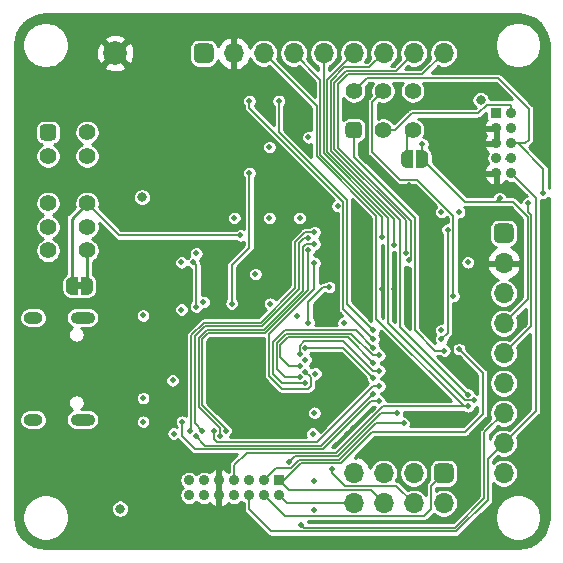
<source format=gbl>
G04 #@! TF.GenerationSoftware,KiCad,Pcbnew,(5.1.9-0-10_14)*
G04 #@! TF.CreationDate,2021-04-05T09:48:25+08:00*
G04 #@! TF.ProjectId,tigard,74696761-7264-42e6-9b69-6361645f7063,v1.1*
G04 #@! TF.SameCoordinates,Original*
G04 #@! TF.FileFunction,Copper,L4,Bot*
G04 #@! TF.FilePolarity,Positive*
%FSLAX46Y46*%
G04 Gerber Fmt 4.6, Leading zero omitted, Abs format (unit mm)*
G04 Created by KiCad (PCBNEW (5.1.9-0-10_14)) date 2021-04-05 09:48:25*
%MOMM*%
%LPD*%
G01*
G04 APERTURE LIST*
G04 #@! TA.AperFunction,EtchedComponent*
%ADD10C,0.100000*%
G04 #@! TD*
G04 #@! TA.AperFunction,ComponentPad*
%ADD11O,0.900000X0.900000*%
G04 #@! TD*
G04 #@! TA.AperFunction,ComponentPad*
%ADD12R,0.900000X0.900000*%
G04 #@! TD*
G04 #@! TA.AperFunction,ComponentPad*
%ADD13O,2.100000X1.000000*%
G04 #@! TD*
G04 #@! TA.AperFunction,ComponentPad*
%ADD14O,1.600000X1.000000*%
G04 #@! TD*
G04 #@! TA.AperFunction,ComponentPad*
%ADD15O,1.700000X1.700000*%
G04 #@! TD*
G04 #@! TA.AperFunction,ComponentPad*
%ADD16C,2.000000*%
G04 #@! TD*
G04 #@! TA.AperFunction,ComponentPad*
%ADD17C,1.400000*%
G04 #@! TD*
G04 #@! TA.AperFunction,SMDPad,CuDef*
%ADD18C,0.100000*%
G04 #@! TD*
G04 #@! TA.AperFunction,ComponentPad*
%ADD19C,0.500000*%
G04 #@! TD*
G04 #@! TA.AperFunction,SMDPad,CuDef*
%ADD20R,4.350000X4.350000*%
G04 #@! TD*
G04 #@! TA.AperFunction,ViaPad*
%ADD21C,0.500000*%
G04 #@! TD*
G04 #@! TA.AperFunction,ViaPad*
%ADD22C,0.800000*%
G04 #@! TD*
G04 #@! TA.AperFunction,Conductor*
%ADD23C,0.150000*%
G04 #@! TD*
G04 #@! TA.AperFunction,Conductor*
%ADD24C,0.250000*%
G04 #@! TD*
G04 #@! TA.AperFunction,Conductor*
%ADD25C,0.200000*%
G04 #@! TD*
G04 #@! TA.AperFunction,Conductor*
%ADD26C,0.100000*%
G04 #@! TD*
G04 APERTURE END LIST*
D10*
G36*
X35600000Y-53100000D02*
G01*
X36100000Y-53100000D01*
X36100000Y-53700000D01*
X35600000Y-53700000D01*
X35600000Y-53100000D01*
G37*
D11*
X45137580Y-71128420D03*
X45137580Y-69858420D03*
X46407580Y-71128420D03*
X46407580Y-69858420D03*
X47677580Y-71128420D03*
X47677580Y-69858420D03*
X48947580Y-71128420D03*
X48947580Y-69858420D03*
X50217580Y-71128420D03*
X50217580Y-69858420D03*
X51487580Y-71128420D03*
X51487580Y-69858420D03*
X52757580Y-71128420D03*
D12*
X52757580Y-69858420D03*
D11*
X71145000Y-43860000D03*
X72415000Y-43860000D03*
X71145000Y-42590000D03*
X72415000Y-42590000D03*
X71145000Y-41320000D03*
X72415000Y-41320000D03*
X71145000Y-40050000D03*
X72415000Y-40050000D03*
X72415000Y-38780000D03*
D12*
X71145000Y-38780000D03*
D13*
X36130000Y-64720000D03*
X36130000Y-56080000D03*
D14*
X31950000Y-56080000D03*
X31950000Y-64720000D03*
G04 #@! TA.AperFunction,ComponentPad*
G36*
G01*
X70930000Y-49365000D02*
X70930000Y-48515000D01*
G75*
G02*
X71355000Y-48090000I425000J0D01*
G01*
X72205000Y-48090000D01*
G75*
G02*
X72630000Y-48515000I0J-425000D01*
G01*
X72630000Y-49365000D01*
G75*
G02*
X72205000Y-49790000I-425000J0D01*
G01*
X71355000Y-49790000D01*
G75*
G02*
X70930000Y-49365000I0J425000D01*
G01*
G37*
G04 #@! TD.AperFunction*
D15*
X71780000Y-51480000D03*
X71780000Y-54020000D03*
X71780000Y-56560000D03*
X71780000Y-59100000D03*
X71780000Y-61640000D03*
X71780000Y-64180000D03*
X71780000Y-66720000D03*
X71780000Y-69260000D03*
D16*
X38890000Y-33700000D03*
D17*
X64080000Y-40200000D03*
X61580000Y-40200000D03*
G04 #@! TA.AperFunction,ComponentPad*
G36*
G01*
X58380000Y-40550000D02*
X58380000Y-39850000D01*
G75*
G02*
X58730000Y-39500000I350000J0D01*
G01*
X59430000Y-39500000D01*
G75*
G02*
X59780000Y-39850000I0J-350000D01*
G01*
X59780000Y-40550000D01*
G75*
G02*
X59430000Y-40900000I-350000J0D01*
G01*
X58730000Y-40900000D01*
G75*
G02*
X58380000Y-40550000I0J350000D01*
G01*
G37*
G04 #@! TD.AperFunction*
X64080000Y-36900000D03*
X61580000Y-36900000D03*
X59080000Y-36900000D03*
G04 #@! TA.AperFunction,ComponentPad*
G36*
G01*
X66275000Y-68410000D02*
X67125000Y-68410000D01*
G75*
G02*
X67550000Y-68835000I0J-425000D01*
G01*
X67550000Y-69685000D01*
G75*
G02*
X67125000Y-70110000I-425000J0D01*
G01*
X66275000Y-70110000D01*
G75*
G02*
X65850000Y-69685000I0J425000D01*
G01*
X65850000Y-68835000D01*
G75*
G02*
X66275000Y-68410000I425000J0D01*
G01*
G37*
G04 #@! TD.AperFunction*
D15*
X66700000Y-71800000D03*
X64160000Y-69260000D03*
X64160000Y-71800000D03*
X61620000Y-69260000D03*
X61620000Y-71800000D03*
X59080000Y-69260000D03*
X59080000Y-71800000D03*
G04 #@! TA.AperFunction,ComponentPad*
G36*
G01*
X46805000Y-34550000D02*
X45955000Y-34550000D01*
G75*
G02*
X45530000Y-34125000I0J425000D01*
G01*
X45530000Y-33275000D01*
G75*
G02*
X45955000Y-32850000I425000J0D01*
G01*
X46805000Y-32850000D01*
G75*
G02*
X47230000Y-33275000I0J-425000D01*
G01*
X47230000Y-34125000D01*
G75*
G02*
X46805000Y-34550000I-425000J0D01*
G01*
G37*
G04 #@! TD.AperFunction*
X48920000Y-33700000D03*
X51460000Y-33700000D03*
X54000000Y-33700000D03*
X56540000Y-33700000D03*
X59080000Y-33700000D03*
X61620000Y-33700000D03*
X64160000Y-33700000D03*
X66700000Y-33700000D03*
D17*
X33200000Y-50400000D03*
X33200000Y-48400000D03*
X33200000Y-46400000D03*
X33200000Y-42400000D03*
G04 #@! TA.AperFunction,ComponentPad*
G36*
G01*
X32850000Y-39700000D02*
X33550000Y-39700000D01*
G75*
G02*
X33900000Y-40050000I0J-350000D01*
G01*
X33900000Y-40750000D01*
G75*
G02*
X33550000Y-41100000I-350000J0D01*
G01*
X32850000Y-41100000D01*
G75*
G02*
X32500000Y-40750000I0J350000D01*
G01*
X32500000Y-40050000D01*
G75*
G02*
X32850000Y-39700000I350000J0D01*
G01*
G37*
G04 #@! TD.AperFunction*
X36500000Y-50400000D03*
X36500000Y-48400000D03*
X36500000Y-46400000D03*
X36500000Y-42400000D03*
X36500000Y-40400000D03*
G04 #@! TA.AperFunction,SMDPad,CuDef*
D18*
G36*
X36000000Y-52650000D02*
G01*
X36500000Y-52650000D01*
X36500000Y-52650602D01*
X36524534Y-52650602D01*
X36573365Y-52655412D01*
X36621490Y-52664984D01*
X36668445Y-52679228D01*
X36713778Y-52698005D01*
X36757051Y-52721136D01*
X36797850Y-52748396D01*
X36835779Y-52779524D01*
X36870476Y-52814221D01*
X36901604Y-52852150D01*
X36928864Y-52892949D01*
X36951995Y-52936222D01*
X36970772Y-52981555D01*
X36985016Y-53028510D01*
X36994588Y-53076635D01*
X36999398Y-53125466D01*
X36999398Y-53150000D01*
X37000000Y-53150000D01*
X37000000Y-53650000D01*
X36999398Y-53650000D01*
X36999398Y-53674534D01*
X36994588Y-53723365D01*
X36985016Y-53771490D01*
X36970772Y-53818445D01*
X36951995Y-53863778D01*
X36928864Y-53907051D01*
X36901604Y-53947850D01*
X36870476Y-53985779D01*
X36835779Y-54020476D01*
X36797850Y-54051604D01*
X36757051Y-54078864D01*
X36713778Y-54101995D01*
X36668445Y-54120772D01*
X36621490Y-54135016D01*
X36573365Y-54144588D01*
X36524534Y-54149398D01*
X36500000Y-54149398D01*
X36500000Y-54150000D01*
X36000000Y-54150000D01*
X36000000Y-52650000D01*
G37*
G04 #@! TD.AperFunction*
G04 #@! TA.AperFunction,SMDPad,CuDef*
G36*
X35200000Y-54149398D02*
G01*
X35175466Y-54149398D01*
X35126635Y-54144588D01*
X35078510Y-54135016D01*
X35031555Y-54120772D01*
X34986222Y-54101995D01*
X34942949Y-54078864D01*
X34902150Y-54051604D01*
X34864221Y-54020476D01*
X34829524Y-53985779D01*
X34798396Y-53947850D01*
X34771136Y-53907051D01*
X34748005Y-53863778D01*
X34729228Y-53818445D01*
X34714984Y-53771490D01*
X34705412Y-53723365D01*
X34700602Y-53674534D01*
X34700602Y-53650000D01*
X34700000Y-53650000D01*
X34700000Y-53150000D01*
X34700602Y-53150000D01*
X34700602Y-53125466D01*
X34705412Y-53076635D01*
X34714984Y-53028510D01*
X34729228Y-52981555D01*
X34748005Y-52936222D01*
X34771136Y-52892949D01*
X34798396Y-52852150D01*
X34829524Y-52814221D01*
X34864221Y-52779524D01*
X34902150Y-52748396D01*
X34942949Y-52721136D01*
X34986222Y-52698005D01*
X35031555Y-52679228D01*
X35078510Y-52664984D01*
X35126635Y-52655412D01*
X35175466Y-52650602D01*
X35200000Y-52650602D01*
X35200000Y-52650000D01*
X35700000Y-52650000D01*
X35700000Y-54150000D01*
X35200000Y-54150000D01*
X35200000Y-54149398D01*
G37*
G04 #@! TD.AperFunction*
D19*
X47075000Y-58475000D03*
X48358333Y-58475000D03*
X49641667Y-58475000D03*
X50925000Y-58475000D03*
X47075000Y-59758333D03*
X48358333Y-59758333D03*
X49641667Y-59758333D03*
X50925000Y-59758333D03*
X47075000Y-61041667D03*
X48358333Y-61041667D03*
X49641667Y-61041667D03*
X50925000Y-61041667D03*
X47075000Y-62325000D03*
X48358333Y-62325000D03*
X49641667Y-62325000D03*
X50925000Y-62325000D03*
D20*
X49000000Y-60400000D03*
G04 #@! TA.AperFunction,SMDPad,CuDef*
D18*
G36*
X64400000Y-41900000D02*
G01*
X64900000Y-41900000D01*
X64900000Y-41900602D01*
X64924534Y-41900602D01*
X64973365Y-41905412D01*
X65021490Y-41914984D01*
X65068445Y-41929228D01*
X65113778Y-41948005D01*
X65157051Y-41971136D01*
X65197850Y-41998396D01*
X65235779Y-42029524D01*
X65270476Y-42064221D01*
X65301604Y-42102150D01*
X65328864Y-42142949D01*
X65351995Y-42186222D01*
X65370772Y-42231555D01*
X65385016Y-42278510D01*
X65394588Y-42326635D01*
X65399398Y-42375466D01*
X65399398Y-42400000D01*
X65400000Y-42400000D01*
X65400000Y-42900000D01*
X65399398Y-42900000D01*
X65399398Y-42924534D01*
X65394588Y-42973365D01*
X65385016Y-43021490D01*
X65370772Y-43068445D01*
X65351995Y-43113778D01*
X65328864Y-43157051D01*
X65301604Y-43197850D01*
X65270476Y-43235779D01*
X65235779Y-43270476D01*
X65197850Y-43301604D01*
X65157051Y-43328864D01*
X65113778Y-43351995D01*
X65068445Y-43370772D01*
X65021490Y-43385016D01*
X64973365Y-43394588D01*
X64924534Y-43399398D01*
X64900000Y-43399398D01*
X64900000Y-43400000D01*
X64400000Y-43400000D01*
X64400000Y-41900000D01*
G37*
G04 #@! TD.AperFunction*
G04 #@! TA.AperFunction,SMDPad,CuDef*
G36*
X63600000Y-43399398D02*
G01*
X63575466Y-43399398D01*
X63526635Y-43394588D01*
X63478510Y-43385016D01*
X63431555Y-43370772D01*
X63386222Y-43351995D01*
X63342949Y-43328864D01*
X63302150Y-43301604D01*
X63264221Y-43270476D01*
X63229524Y-43235779D01*
X63198396Y-43197850D01*
X63171136Y-43157051D01*
X63148005Y-43113778D01*
X63129228Y-43068445D01*
X63114984Y-43021490D01*
X63105412Y-42973365D01*
X63100602Y-42924534D01*
X63100602Y-42900000D01*
X63100000Y-42900000D01*
X63100000Y-42400000D01*
X63100602Y-42400000D01*
X63100602Y-42375466D01*
X63105412Y-42326635D01*
X63114984Y-42278510D01*
X63129228Y-42231555D01*
X63148005Y-42186222D01*
X63171136Y-42142949D01*
X63198396Y-42102150D01*
X63229524Y-42064221D01*
X63264221Y-42029524D01*
X63302150Y-41998396D01*
X63342949Y-41971136D01*
X63386222Y-41948005D01*
X63431555Y-41929228D01*
X63478510Y-41914984D01*
X63526635Y-41905412D01*
X63575466Y-41900602D01*
X63600000Y-41900602D01*
X63600000Y-41900000D01*
X64100000Y-41900000D01*
X64100000Y-43400000D01*
X63600000Y-43400000D01*
X63600000Y-43399398D01*
G37*
G04 #@! TD.AperFunction*
D21*
X41250000Y-61900000D03*
X43750000Y-51400000D03*
X44295020Y-56150000D03*
X41000000Y-50900000D03*
X39000000Y-52150000D03*
X40250000Y-57400000D03*
X50250000Y-51900000D03*
X52750000Y-50400000D03*
X66500000Y-64475000D03*
X60500000Y-54475000D03*
X60500000Y-53825000D03*
X56530000Y-46650000D03*
X63750000Y-44900000D03*
X68000000Y-41320000D03*
X68000000Y-43860000D03*
X68000000Y-40400000D03*
X47750000Y-43834500D03*
X53250000Y-51400000D03*
X54500000Y-65000000D03*
X59000000Y-65400000D03*
X53000000Y-52400000D03*
X41250000Y-63900000D03*
X41250000Y-56900000D03*
X41250000Y-58900000D03*
D22*
X33680000Y-55150000D03*
X33680000Y-65620010D03*
D21*
X56500000Y-55750000D03*
X63750000Y-56150000D03*
D22*
X38295000Y-69260000D03*
D21*
X49250000Y-65885000D03*
X50000000Y-65885000D03*
X50750000Y-65885000D03*
X54500000Y-63150000D03*
X49500000Y-48150000D03*
X41250000Y-65900000D03*
X58500000Y-65900000D03*
D22*
X39750000Y-47250000D03*
X44750000Y-47250000D03*
X39750000Y-43000000D03*
X44750000Y-43000000D03*
D21*
X63800000Y-62750000D03*
X63800000Y-60150000D03*
X58800000Y-38550000D03*
X62400000Y-38550000D03*
X66600000Y-36350000D03*
X66200000Y-39950000D03*
X66400000Y-55750000D03*
X63600000Y-54150000D03*
X61500000Y-53650000D03*
X62500000Y-53650000D03*
X41250000Y-62900000D03*
X41250000Y-64900000D03*
X41250000Y-55900000D03*
X50750000Y-52400000D03*
X46364124Y-54764124D03*
X44500000Y-51400000D03*
X54500000Y-47650000D03*
X51945000Y-47650000D03*
X52000000Y-54900000D03*
X68000000Y-47150000D03*
X48974990Y-47650000D03*
X55842630Y-60824212D03*
D22*
X41150000Y-45900000D03*
D21*
X51945000Y-41650000D03*
X55250000Y-40812000D03*
X58250000Y-56530000D03*
X55000000Y-59650000D03*
X45750000Y-50650000D03*
X57724990Y-46635000D03*
X55600000Y-65900000D03*
X43850000Y-65900000D03*
X52750000Y-37738500D03*
X60750000Y-57150000D03*
X50250000Y-37738500D03*
X60750000Y-57900000D03*
X48750000Y-54900000D03*
X50250000Y-43834500D03*
X67030000Y-48650000D03*
X66500000Y-57900000D03*
X68000000Y-58750000D03*
X67514980Y-54265360D03*
X63306200Y-65037500D03*
X66750000Y-58885000D03*
X68750000Y-63600000D03*
X69250000Y-63100000D03*
X62500000Y-49925000D03*
X68750000Y-62600000D03*
X63475000Y-50575000D03*
X63750000Y-51225000D03*
X57250000Y-68900059D03*
X45750000Y-55150000D03*
X45500000Y-51400000D03*
X60750000Y-58625000D03*
X55000000Y-61650000D03*
X47250000Y-65650000D03*
X61250000Y-61875000D03*
X44550000Y-64900000D03*
X61250000Y-63175000D03*
X60750000Y-62525000D03*
X45750000Y-66150000D03*
X60750000Y-59925000D03*
X54500000Y-60150000D03*
X61250000Y-59275000D03*
X54500000Y-61150000D03*
X54500000Y-59150000D03*
X61250000Y-60575000D03*
X60750000Y-61225000D03*
X55000000Y-58650000D03*
X45250000Y-65650000D03*
X55750000Y-48850000D03*
X55750000Y-49850000D03*
X47750000Y-66150000D03*
X55250000Y-49350000D03*
X46250000Y-65650000D03*
X55250000Y-50350000D03*
X48250000Y-65650000D03*
X55000000Y-60650000D03*
X55750000Y-51450000D03*
X54642260Y-73625000D03*
X75137520Y-45509980D03*
X73837040Y-46416760D03*
X64900000Y-41400000D03*
X71429120Y-45972260D03*
X68750000Y-51400000D03*
X66500000Y-47150000D03*
X66500000Y-57150000D03*
X49500000Y-49120000D03*
D22*
X69830000Y-37650000D03*
X39295000Y-72260000D03*
D21*
X55750000Y-72385000D03*
X55750000Y-69885000D03*
X61500000Y-49275000D03*
X62750000Y-64150000D03*
X53605176Y-68297084D03*
X57000000Y-53500000D03*
X55250000Y-56500000D03*
X55750000Y-64150000D03*
X54250000Y-55950000D03*
X44500000Y-55400000D03*
X43750000Y-61400000D03*
D23*
X60750000Y-57150000D02*
X58500000Y-54900000D01*
X58500000Y-54900000D02*
X58500000Y-46150000D01*
X52750000Y-40400000D02*
X52750000Y-37738500D01*
X58500000Y-46150000D02*
X52750000Y-40400000D01*
X60750000Y-57900000D02*
X58199990Y-55349990D01*
X58199990Y-55349990D02*
X58199990Y-46274268D01*
X50250000Y-38324278D02*
X50250000Y-37738500D01*
X58199990Y-46274268D02*
X50250000Y-38324278D01*
X50250000Y-43834500D02*
X50250000Y-50150000D01*
X48750000Y-51650000D02*
X48750000Y-54900000D01*
X50250000Y-50150000D02*
X48750000Y-51650000D01*
X67030000Y-57370000D02*
X66500000Y-57900000D01*
X67030000Y-48650000D02*
X67030000Y-57370000D01*
X72475001Y-39921999D02*
X72228001Y-39674999D01*
X68500000Y-65750000D02*
X60674278Y-65750000D01*
X60674278Y-65750000D02*
X57999219Y-68425059D01*
X68000000Y-58750000D02*
X70000000Y-60750000D01*
X70000000Y-60750000D02*
X70000000Y-64250000D01*
X52766719Y-69867559D02*
X53599160Y-70700000D01*
X60520000Y-70700000D02*
X61620000Y-71800000D01*
X53599160Y-70700000D02*
X60520000Y-70700000D01*
X70000000Y-64250000D02*
X68500000Y-65750000D01*
X53171120Y-69858420D02*
X52757580Y-69858420D01*
X54604481Y-68425059D02*
X53171120Y-69858420D01*
X57999219Y-68425059D02*
X54604481Y-68425059D01*
X52503580Y-68842420D02*
X51487580Y-69858420D01*
X54480211Y-68125051D02*
X53762842Y-68842420D01*
X53762842Y-68842420D02*
X52503580Y-68842420D01*
X57873505Y-68125051D02*
X54480211Y-68125051D01*
X60961056Y-65037500D02*
X57873505Y-68125051D01*
X63306200Y-65037500D02*
X60961056Y-65037500D01*
X67514980Y-47461978D02*
X64478001Y-44424999D01*
X64478001Y-44424999D02*
X63031479Y-44424999D01*
X67514980Y-54265360D02*
X67514980Y-47461978D01*
X60654999Y-37825001D02*
X61580000Y-36900000D01*
X60654999Y-42048519D02*
X60654999Y-37825001D01*
X63031479Y-44424999D02*
X60654999Y-42048519D01*
X59080000Y-42480000D02*
X59080000Y-40200000D01*
X64275011Y-47675011D02*
X59080000Y-42480000D01*
X64275011Y-57175011D02*
X64275011Y-47675011D01*
X65985000Y-58885000D02*
X64275011Y-57175011D01*
X66750000Y-58885000D02*
X65985000Y-58885000D01*
X65024999Y-72875001D02*
X53234161Y-72875001D01*
X53234161Y-72875001D02*
X51487580Y-71128420D01*
X65624999Y-72275001D02*
X65024999Y-72875001D01*
X65624999Y-70335001D02*
X65624999Y-72275001D01*
X66700000Y-69260000D02*
X65624999Y-70335001D01*
X51460000Y-33700000D02*
X55939982Y-38179982D01*
X55939982Y-38179982D02*
X55939982Y-42438538D01*
X61000000Y-47498556D02*
X61000000Y-56203553D01*
X55939982Y-42438538D02*
X61000000Y-47498556D01*
X68396447Y-63600000D02*
X68750000Y-63600000D01*
X61000000Y-56203553D02*
X68396447Y-63600000D01*
X48947580Y-69809418D02*
X48923079Y-69833919D01*
X50021130Y-67525030D02*
X48947580Y-68598580D01*
X48947580Y-68598580D02*
X48947580Y-69809418D01*
X57624970Y-67525030D02*
X50021130Y-67525030D01*
X61550000Y-63600000D02*
X57624970Y-67525030D01*
X68750000Y-63600000D02*
X61550000Y-63600000D01*
X56540000Y-33700000D02*
X56540000Y-42190000D01*
X62000000Y-47650000D02*
X62000000Y-56553002D01*
X62000000Y-56553002D02*
X68546998Y-63100000D01*
X68546998Y-63100000D02*
X69250000Y-63100000D01*
X56540000Y-42190000D02*
X62000000Y-47650000D01*
X56840010Y-35939990D02*
X56840010Y-42065732D01*
X59080000Y-33700000D02*
X56840010Y-35939990D01*
X62500000Y-47725722D02*
X62500000Y-49925000D01*
X56840010Y-42065732D02*
X62500000Y-47725722D01*
X57140020Y-36064258D02*
X57140020Y-41941464D01*
X58304278Y-34900000D02*
X57140020Y-36064258D01*
X60420000Y-34900000D02*
X58304278Y-34900000D01*
X61620000Y-33700000D02*
X60420000Y-34900000D01*
X63000000Y-47801444D02*
X63000000Y-56850000D01*
X63000000Y-56850000D02*
X68750000Y-62600000D01*
X57140020Y-41941464D02*
X63000000Y-47801444D01*
X57440030Y-36209970D02*
X57440030Y-41817196D01*
X58449990Y-35200010D02*
X57440030Y-36209970D01*
X62659990Y-35200010D02*
X58449990Y-35200010D01*
X64160000Y-33700000D02*
X62659990Y-35200010D01*
X63475000Y-47852166D02*
X63475000Y-50575000D01*
X57440030Y-41817196D02*
X63475000Y-47852166D01*
X66700000Y-33700000D02*
X64899980Y-35500020D01*
X64899980Y-35500020D02*
X58574258Y-35500020D01*
X58574258Y-35500020D02*
X57750000Y-36324278D01*
X57750000Y-36324278D02*
X57750000Y-41702888D01*
X63975001Y-47927889D02*
X63975001Y-50999999D01*
X63975001Y-50999999D02*
X63750000Y-51225000D01*
X57750000Y-41702888D02*
X63975001Y-47927889D01*
X58331389Y-70335001D02*
X62695001Y-70335001D01*
X57250000Y-69253612D02*
X58331389Y-70335001D01*
X62695001Y-70335001D02*
X64160000Y-71800000D01*
X57250000Y-68900059D02*
X57250000Y-69253612D01*
X45750000Y-51650000D02*
X45500000Y-51400000D01*
X45750000Y-55150000D02*
X45750000Y-51650000D01*
X53250000Y-57150000D02*
X59275000Y-57150000D01*
X52250000Y-58150000D02*
X53250000Y-57150000D01*
X53000000Y-61650000D02*
X52250000Y-60900000D01*
X55000000Y-61650000D02*
X53000000Y-61650000D01*
X59275000Y-57150000D02*
X60750000Y-58625000D01*
X52250000Y-60900000D02*
X52250000Y-58150000D01*
X47250000Y-66353002D02*
X47250000Y-65650000D01*
X47521999Y-66625001D02*
X47250000Y-66353002D01*
X55946997Y-66625001D02*
X47521999Y-66625001D01*
X60696998Y-61875000D02*
X55946997Y-66625001D01*
X61250000Y-61875000D02*
X60696998Y-61875000D01*
X44550000Y-66089905D02*
X44550000Y-64900000D01*
X61250000Y-63175000D02*
X60524278Y-63175000D01*
X45685115Y-67225020D02*
X44550000Y-66089905D01*
X56474258Y-67225020D02*
X45685115Y-67225020D01*
X60524278Y-63175000D02*
X56474258Y-67225020D01*
X56349990Y-66925010D02*
X46525010Y-66925010D01*
X46525010Y-66925010D02*
X45750000Y-66150000D01*
X60750000Y-62525000D02*
X56349990Y-66925010D01*
X53498536Y-57750020D02*
X58575020Y-57750020D01*
X52850020Y-58398536D02*
X53498536Y-57750020D01*
X58575020Y-57750020D02*
X60750000Y-59925000D01*
X54500000Y-60150000D02*
X53600020Y-60150000D01*
X52850020Y-59400000D02*
X52850020Y-58398536D01*
X53600020Y-60150000D02*
X52850020Y-59400000D01*
X52550010Y-60450010D02*
X52550010Y-58274268D01*
X52550010Y-58274268D02*
X53374268Y-57450010D01*
X53374268Y-57450010D02*
X58872008Y-57450010D01*
X60696998Y-59275000D02*
X61250000Y-59275000D01*
X58872008Y-57450010D02*
X60696998Y-59275000D01*
X53250000Y-61150000D02*
X52550010Y-60450010D01*
X54500000Y-61150000D02*
X53250000Y-61150000D01*
X54500000Y-59150000D02*
X54500000Y-58446998D01*
X54896968Y-58050030D02*
X58172028Y-58050030D01*
X60696998Y-60575000D02*
X61250000Y-60575000D01*
X58172028Y-58050030D02*
X60696998Y-60575000D01*
X54500000Y-58446998D02*
X54896968Y-58050030D01*
X55000000Y-58650000D02*
X58175000Y-58650000D01*
X58175000Y-58650000D02*
X60750000Y-61225000D01*
X45349970Y-57527196D02*
X45349970Y-65550030D01*
X45349970Y-65550030D02*
X45250000Y-65650000D01*
X54972169Y-48850000D02*
X54149980Y-49672189D01*
X55750000Y-48850000D02*
X54972169Y-48850000D01*
X54149980Y-49672189D02*
X54149980Y-53552908D01*
X46377196Y-56499970D02*
X45349970Y-57527196D01*
X51202918Y-56499970D02*
X46377196Y-56499970D01*
X54149980Y-53552908D02*
X51202918Y-56499970D01*
X47750000Y-65446998D02*
X47750000Y-66150000D01*
X45949990Y-63646988D02*
X47750000Y-65446998D01*
X45949990Y-57775732D02*
X45949990Y-63646988D01*
X54750000Y-50146998D02*
X54750000Y-53801444D01*
X55046998Y-49850000D02*
X54750000Y-50146998D01*
X55750000Y-49850000D02*
X55046998Y-49850000D01*
X54750000Y-53801444D02*
X51451454Y-57099990D01*
X46625732Y-57099990D02*
X45949990Y-57775732D01*
X51451454Y-57099990D02*
X46625732Y-57099990D01*
X45649980Y-65049980D02*
X46250000Y-65650000D01*
X45649980Y-57651464D02*
X45649980Y-65049980D01*
X54896447Y-49350000D02*
X54449990Y-49796457D01*
X55250000Y-49350000D02*
X54896447Y-49350000D01*
X54449990Y-49796457D02*
X54449990Y-53677176D01*
X54449990Y-53677176D02*
X51327186Y-56799980D01*
X46501464Y-56799980D02*
X45649980Y-57651464D01*
X51327186Y-56799980D02*
X46501464Y-56799980D01*
X48250000Y-65522720D02*
X48250000Y-65650000D01*
X46250000Y-63522720D02*
X48250000Y-65522720D01*
X46250000Y-57900000D02*
X46250000Y-63522720D01*
X55250000Y-50350000D02*
X55250000Y-53725722D01*
X55250000Y-53725722D02*
X51575722Y-57400000D01*
X46750000Y-57400000D02*
X46250000Y-57900000D01*
X51575722Y-57400000D02*
X46750000Y-57400000D01*
X51949990Y-57450010D02*
X55750000Y-53650000D01*
X55475001Y-61878001D02*
X55228001Y-62125001D01*
X55228001Y-62125001D02*
X53050723Y-62125001D01*
X51949990Y-61024268D02*
X51949990Y-57450010D01*
X53050723Y-62125001D02*
X51949990Y-61024268D01*
X55475001Y-61125001D02*
X55475001Y-61878001D01*
X55000000Y-60650000D02*
X55475001Y-61125001D01*
X55750000Y-53650000D02*
X55750000Y-51450000D01*
X62569949Y-40200000D02*
X63989949Y-38780000D01*
X61580000Y-40200000D02*
X62569949Y-40200000D01*
X72397105Y-38054999D02*
X72415000Y-38072894D01*
X70350003Y-38054999D02*
X72397105Y-38054999D01*
X72415000Y-38072894D02*
X72415000Y-38780000D01*
X69625002Y-38780000D02*
X70350003Y-38054999D01*
X63989949Y-38780000D02*
X69625002Y-38780000D01*
X63600000Y-40680000D02*
X64080000Y-40200000D01*
X63600000Y-42650000D02*
X63600000Y-40680000D01*
X74500000Y-45945000D02*
X72415000Y-43860000D01*
X74500000Y-64000000D02*
X74500000Y-45945000D01*
X71780000Y-66720000D02*
X74500000Y-64000000D01*
X50217580Y-72296820D02*
X50217580Y-71128420D01*
X67784989Y-74175011D02*
X52095771Y-74175011D01*
X52095771Y-74175011D02*
X50217580Y-72296820D01*
X70450000Y-71510000D02*
X67784989Y-74175011D01*
X70450000Y-68050000D02*
X70450000Y-71510000D01*
X71780000Y-66720000D02*
X70450000Y-68050000D01*
X70149990Y-71385732D02*
X67660721Y-73875001D01*
X70149990Y-65810010D02*
X70149990Y-71385732D01*
X71780000Y-64180000D02*
X70149990Y-65810010D01*
X54892261Y-73875001D02*
X54642260Y-73625000D01*
X67660721Y-73875001D02*
X54892261Y-73875001D01*
X74100019Y-56779981D02*
X74100018Y-47401462D01*
X59080000Y-36900000D02*
X60179970Y-35800030D01*
X71780000Y-59100000D02*
X74100019Y-56779981D01*
X60179970Y-35800030D02*
X70570130Y-35800030D01*
X70570130Y-35800030D02*
X70650030Y-35800030D01*
X73890380Y-41042120D02*
X73612500Y-41320000D01*
X73890380Y-38391300D02*
X73890380Y-41042120D01*
X71299110Y-35800030D02*
X73890380Y-38391300D01*
X70570130Y-35800030D02*
X71299110Y-35800030D01*
X75137520Y-43480020D02*
X75137520Y-45509980D01*
X72977500Y-41320000D02*
X75137520Y-43480020D01*
X73612500Y-41320000D02*
X72977500Y-41320000D01*
X72977500Y-41320000D02*
X72415000Y-41320000D01*
X73837040Y-47138484D02*
X73990528Y-47291972D01*
X73837040Y-46416760D02*
X73837040Y-47138484D01*
X74100018Y-47401462D02*
X73990528Y-47291972D01*
X64900000Y-42650000D02*
X64900000Y-41400000D01*
X72000000Y-42650000D02*
X72475001Y-42174999D01*
X68524520Y-46274520D02*
X64900000Y-42650000D01*
X73800009Y-47525731D02*
X72548798Y-46274520D01*
X73800009Y-54539991D02*
X73800009Y-47525731D01*
X71780000Y-56560000D02*
X73800009Y-54539991D01*
X69826380Y-46274520D02*
X71126860Y-46274520D01*
X72548798Y-46274520D02*
X69826380Y-46274520D01*
X71126860Y-46274520D02*
X71429120Y-45972260D01*
X69826380Y-46274520D02*
X68524520Y-46274520D01*
X53584100Y-71800000D02*
X53590700Y-71806600D01*
X59080000Y-71800000D02*
X53584100Y-71800000D01*
X53584100Y-71800000D02*
X53490000Y-71800000D01*
X53429160Y-71800000D02*
X52757580Y-71128420D01*
X53584100Y-71800000D02*
X53429160Y-71800000D01*
D24*
X35200000Y-47700000D02*
X36500000Y-46400000D01*
X35200000Y-53400000D02*
X35200000Y-47700000D01*
D25*
X39220000Y-49120000D02*
X48974990Y-49120000D01*
X36500000Y-46400000D02*
X39220000Y-49120000D01*
X48974990Y-49120000D02*
X49500000Y-49120000D01*
D24*
X36500000Y-53400000D02*
X36500000Y-50400000D01*
D23*
X54000000Y-33700000D02*
X56239990Y-35939990D01*
X56239990Y-35939990D02*
X56239991Y-42314269D01*
X61500000Y-47574278D02*
X61500000Y-49275000D01*
X56239991Y-42314269D02*
X61500000Y-47574278D01*
X61424278Y-64150000D02*
X57749239Y-67825039D01*
X62750000Y-64150000D02*
X61424278Y-64150000D01*
X54077221Y-67825039D02*
X53605176Y-68297084D01*
X57749239Y-67825039D02*
X54077221Y-67825039D01*
X56500000Y-53500000D02*
X57000000Y-53500000D01*
X55250000Y-54750000D02*
X56500000Y-53500000D01*
X55250000Y-56500000D02*
X55250000Y-54750000D01*
D24*
X73504636Y-30451399D02*
X73990055Y-30597955D01*
X74437754Y-30836000D01*
X74830699Y-31156479D01*
X75153907Y-31547170D01*
X75395076Y-31993204D01*
X75545017Y-32477582D01*
X75600000Y-33000712D01*
X75600000Y-45088577D01*
X75587520Y-45076097D01*
X75587520Y-43502114D01*
X75589696Y-43480020D01*
X75587520Y-43457926D01*
X75587520Y-43457915D01*
X75581009Y-43391805D01*
X75555277Y-43306979D01*
X75516807Y-43235007D01*
X75513491Y-43228803D01*
X75471348Y-43177452D01*
X75471344Y-43177448D01*
X75457257Y-43160283D01*
X75440093Y-43146197D01*
X73932866Y-41638971D01*
X73946329Y-41622566D01*
X74192946Y-41375949D01*
X74210117Y-41361857D01*
X74240365Y-41325000D01*
X74266351Y-41293337D01*
X74308137Y-41215161D01*
X74314253Y-41195000D01*
X74333869Y-41130335D01*
X74340380Y-41064225D01*
X74340380Y-41064214D01*
X74342556Y-41042120D01*
X74340380Y-41020026D01*
X74340380Y-38413393D01*
X74342556Y-38391299D01*
X74340380Y-38369205D01*
X74340380Y-38369195D01*
X74333869Y-38303085D01*
X74308137Y-38218259D01*
X74276371Y-38158829D01*
X74266351Y-38140083D01*
X74224208Y-38088732D01*
X74224204Y-38088728D01*
X74210117Y-38071563D01*
X74192953Y-38057477D01*
X71632939Y-35497464D01*
X71618847Y-35480293D01*
X71550326Y-35424059D01*
X71472151Y-35382273D01*
X71387325Y-35356541D01*
X71321215Y-35350030D01*
X71321204Y-35350030D01*
X71299110Y-35347854D01*
X71277016Y-35350030D01*
X65686365Y-35350030D01*
X66212425Y-34823970D01*
X66342681Y-34877924D01*
X66579348Y-34925000D01*
X66820652Y-34925000D01*
X67057319Y-34877924D01*
X67280255Y-34785581D01*
X67480892Y-34651519D01*
X67651519Y-34480892D01*
X67785581Y-34280255D01*
X67877924Y-34057319D01*
X67925000Y-33820652D01*
X67925000Y-33579348D01*
X67877924Y-33342681D01*
X67785581Y-33119745D01*
X67651519Y-32919108D01*
X67537890Y-32805479D01*
X71025000Y-32805479D01*
X71025000Y-33194521D01*
X71100898Y-33576086D01*
X71249778Y-33935513D01*
X71465917Y-34258989D01*
X71741011Y-34534083D01*
X72064487Y-34750222D01*
X72423914Y-34899102D01*
X72805479Y-34975000D01*
X73194521Y-34975000D01*
X73576086Y-34899102D01*
X73935513Y-34750222D01*
X74258989Y-34534083D01*
X74534083Y-34258989D01*
X74750222Y-33935513D01*
X74899102Y-33576086D01*
X74975000Y-33194521D01*
X74975000Y-32805479D01*
X74899102Y-32423914D01*
X74750222Y-32064487D01*
X74534083Y-31741011D01*
X74258989Y-31465917D01*
X73935513Y-31249778D01*
X73576086Y-31100898D01*
X73194521Y-31025000D01*
X72805479Y-31025000D01*
X72423914Y-31100898D01*
X72064487Y-31249778D01*
X71741011Y-31465917D01*
X71465917Y-31741011D01*
X71249778Y-32064487D01*
X71100898Y-32423914D01*
X71025000Y-32805479D01*
X67537890Y-32805479D01*
X67480892Y-32748481D01*
X67280255Y-32614419D01*
X67057319Y-32522076D01*
X66820652Y-32475000D01*
X66579348Y-32475000D01*
X66342681Y-32522076D01*
X66119745Y-32614419D01*
X65919108Y-32748481D01*
X65748481Y-32919108D01*
X65614419Y-33119745D01*
X65522076Y-33342681D01*
X65475000Y-33579348D01*
X65475000Y-33820652D01*
X65522076Y-34057319D01*
X65576030Y-34187575D01*
X64713585Y-35050020D01*
X63446375Y-35050020D01*
X63672425Y-34823970D01*
X63802681Y-34877924D01*
X64039348Y-34925000D01*
X64280652Y-34925000D01*
X64517319Y-34877924D01*
X64740255Y-34785581D01*
X64940892Y-34651519D01*
X65111519Y-34480892D01*
X65245581Y-34280255D01*
X65337924Y-34057319D01*
X65385000Y-33820652D01*
X65385000Y-33579348D01*
X65337924Y-33342681D01*
X65245581Y-33119745D01*
X65111519Y-32919108D01*
X64940892Y-32748481D01*
X64740255Y-32614419D01*
X64517319Y-32522076D01*
X64280652Y-32475000D01*
X64039348Y-32475000D01*
X63802681Y-32522076D01*
X63579745Y-32614419D01*
X63379108Y-32748481D01*
X63208481Y-32919108D01*
X63074419Y-33119745D01*
X62982076Y-33342681D01*
X62935000Y-33579348D01*
X62935000Y-33820652D01*
X62982076Y-34057319D01*
X63036030Y-34187575D01*
X62473595Y-34750010D01*
X62253491Y-34750010D01*
X62400892Y-34651519D01*
X62571519Y-34480892D01*
X62705581Y-34280255D01*
X62797924Y-34057319D01*
X62845000Y-33820652D01*
X62845000Y-33579348D01*
X62797924Y-33342681D01*
X62705581Y-33119745D01*
X62571519Y-32919108D01*
X62400892Y-32748481D01*
X62200255Y-32614419D01*
X61977319Y-32522076D01*
X61740652Y-32475000D01*
X61499348Y-32475000D01*
X61262681Y-32522076D01*
X61039745Y-32614419D01*
X60839108Y-32748481D01*
X60668481Y-32919108D01*
X60534419Y-33119745D01*
X60442076Y-33342681D01*
X60395000Y-33579348D01*
X60395000Y-33820652D01*
X60442076Y-34057319D01*
X60496030Y-34187575D01*
X60233605Y-34450000D01*
X60052160Y-34450000D01*
X60165581Y-34280255D01*
X60257924Y-34057319D01*
X60305000Y-33820652D01*
X60305000Y-33579348D01*
X60257924Y-33342681D01*
X60165581Y-33119745D01*
X60031519Y-32919108D01*
X59860892Y-32748481D01*
X59660255Y-32614419D01*
X59437319Y-32522076D01*
X59200652Y-32475000D01*
X58959348Y-32475000D01*
X58722681Y-32522076D01*
X58499745Y-32614419D01*
X58299108Y-32748481D01*
X58128481Y-32919108D01*
X57994419Y-33119745D01*
X57902076Y-33342681D01*
X57855000Y-33579348D01*
X57855000Y-33820652D01*
X57902076Y-34057319D01*
X57956030Y-34187575D01*
X56990000Y-35153605D01*
X56990000Y-34839534D01*
X57120255Y-34785581D01*
X57320892Y-34651519D01*
X57491519Y-34480892D01*
X57625581Y-34280255D01*
X57717924Y-34057319D01*
X57765000Y-33820652D01*
X57765000Y-33579348D01*
X57717924Y-33342681D01*
X57625581Y-33119745D01*
X57491519Y-32919108D01*
X57320892Y-32748481D01*
X57120255Y-32614419D01*
X56897319Y-32522076D01*
X56660652Y-32475000D01*
X56419348Y-32475000D01*
X56182681Y-32522076D01*
X55959745Y-32614419D01*
X55759108Y-32748481D01*
X55588481Y-32919108D01*
X55454419Y-33119745D01*
X55362076Y-33342681D01*
X55315000Y-33579348D01*
X55315000Y-33820652D01*
X55362076Y-34057319D01*
X55454419Y-34280255D01*
X55588481Y-34480892D01*
X55759108Y-34651519D01*
X55959745Y-34785581D01*
X56090000Y-34839534D01*
X56090000Y-35153604D01*
X55123970Y-34187575D01*
X55177924Y-34057319D01*
X55225000Y-33820652D01*
X55225000Y-33579348D01*
X55177924Y-33342681D01*
X55085581Y-33119745D01*
X54951519Y-32919108D01*
X54780892Y-32748481D01*
X54580255Y-32614419D01*
X54357319Y-32522076D01*
X54120652Y-32475000D01*
X53879348Y-32475000D01*
X53642681Y-32522076D01*
X53419745Y-32614419D01*
X53219108Y-32748481D01*
X53048481Y-32919108D01*
X52914419Y-33119745D01*
X52822076Y-33342681D01*
X52775000Y-33579348D01*
X52775000Y-33820652D01*
X52822076Y-34057319D01*
X52914419Y-34280255D01*
X53048481Y-34480892D01*
X53219108Y-34651519D01*
X53419745Y-34785581D01*
X53642681Y-34877924D01*
X53879348Y-34925000D01*
X54120652Y-34925000D01*
X54357319Y-34877924D01*
X54487575Y-34823970D01*
X55789990Y-36126386D01*
X55789990Y-37393595D01*
X52583970Y-34187575D01*
X52637924Y-34057319D01*
X52685000Y-33820652D01*
X52685000Y-33579348D01*
X52637924Y-33342681D01*
X52545581Y-33119745D01*
X52411519Y-32919108D01*
X52240892Y-32748481D01*
X52040255Y-32614419D01*
X51817319Y-32522076D01*
X51580652Y-32475000D01*
X51339348Y-32475000D01*
X51102681Y-32522076D01*
X50879745Y-32614419D01*
X50679108Y-32748481D01*
X50508481Y-32919108D01*
X50374419Y-33119745D01*
X50319060Y-33253395D01*
X50255594Y-33074038D01*
X50107812Y-32825504D01*
X49914383Y-32610577D01*
X49682740Y-32437515D01*
X49421786Y-32312970D01*
X49273372Y-32267955D01*
X49045000Y-32387188D01*
X49045000Y-33575000D01*
X49065000Y-33575000D01*
X49065000Y-33825000D01*
X49045000Y-33825000D01*
X49045000Y-35012812D01*
X49273372Y-35132045D01*
X49421786Y-35087030D01*
X49682740Y-34962485D01*
X49914383Y-34789423D01*
X50107812Y-34574496D01*
X50255594Y-34325962D01*
X50319060Y-34146605D01*
X50374419Y-34280255D01*
X50508481Y-34480892D01*
X50679108Y-34651519D01*
X50879745Y-34785581D01*
X51102681Y-34877924D01*
X51339348Y-34925000D01*
X51580652Y-34925000D01*
X51817319Y-34877924D01*
X51947575Y-34823970D01*
X55489982Y-38366378D01*
X55489982Y-40234909D01*
X55432306Y-40211019D01*
X55311557Y-40187000D01*
X55188443Y-40187000D01*
X55067694Y-40211019D01*
X54953952Y-40258132D01*
X54851586Y-40326531D01*
X54764531Y-40413586D01*
X54696132Y-40515952D01*
X54649019Y-40629694D01*
X54625000Y-40750443D01*
X54625000Y-40873557D01*
X54649019Y-40994306D01*
X54696132Y-41108048D01*
X54764531Y-41210414D01*
X54851586Y-41297469D01*
X54953952Y-41365868D01*
X55067694Y-41412981D01*
X55188443Y-41437000D01*
X55311557Y-41437000D01*
X55432306Y-41412981D01*
X55489983Y-41389091D01*
X55489983Y-42416434D01*
X55487806Y-42438538D01*
X55489983Y-42460643D01*
X55494438Y-42505878D01*
X55494675Y-42508279D01*
X53200000Y-40213605D01*
X53200000Y-38172383D01*
X53235469Y-38136914D01*
X53303868Y-38034548D01*
X53350981Y-37920806D01*
X53375000Y-37800057D01*
X53375000Y-37676943D01*
X53350981Y-37556194D01*
X53303868Y-37442452D01*
X53235469Y-37340086D01*
X53148414Y-37253031D01*
X53046048Y-37184632D01*
X52932306Y-37137519D01*
X52811557Y-37113500D01*
X52688443Y-37113500D01*
X52567694Y-37137519D01*
X52453952Y-37184632D01*
X52351586Y-37253031D01*
X52264531Y-37340086D01*
X52196132Y-37442452D01*
X52149019Y-37556194D01*
X52125000Y-37676943D01*
X52125000Y-37800057D01*
X52149019Y-37920806D01*
X52196132Y-38034548D01*
X52264531Y-38136914D01*
X52300001Y-38172384D01*
X52300000Y-39737883D01*
X50717250Y-38155133D01*
X50735469Y-38136914D01*
X50803868Y-38034548D01*
X50850981Y-37920806D01*
X50875000Y-37800057D01*
X50875000Y-37676943D01*
X50850981Y-37556194D01*
X50803868Y-37442452D01*
X50735469Y-37340086D01*
X50648414Y-37253031D01*
X50546048Y-37184632D01*
X50432306Y-37137519D01*
X50311557Y-37113500D01*
X50188443Y-37113500D01*
X50067694Y-37137519D01*
X49953952Y-37184632D01*
X49851586Y-37253031D01*
X49764531Y-37340086D01*
X49696132Y-37442452D01*
X49649019Y-37556194D01*
X49625000Y-37676943D01*
X49625000Y-37800057D01*
X49649019Y-37920806D01*
X49696132Y-38034548D01*
X49764531Y-38136914D01*
X49800000Y-38172383D01*
X49800000Y-38302183D01*
X49797824Y-38324278D01*
X49800000Y-38346372D01*
X49800000Y-38346382D01*
X49806511Y-38412492D01*
X49824792Y-38472756D01*
X49832243Y-38497318D01*
X49874029Y-38575494D01*
X49899852Y-38606959D01*
X49930263Y-38644015D01*
X49947434Y-38658107D01*
X57393883Y-46104557D01*
X57326576Y-46149531D01*
X57239521Y-46236586D01*
X57171122Y-46338952D01*
X57124009Y-46452694D01*
X57099990Y-46573443D01*
X57099990Y-46696557D01*
X57124009Y-46817306D01*
X57171122Y-46931048D01*
X57239521Y-47033414D01*
X57326576Y-47120469D01*
X57428942Y-47188868D01*
X57542684Y-47235981D01*
X57663433Y-47260000D01*
X57749991Y-47260000D01*
X57749990Y-55327896D01*
X57747814Y-55349990D01*
X57749990Y-55372084D01*
X57749990Y-55372094D01*
X57756501Y-55438204D01*
X57775728Y-55501586D01*
X57782233Y-55523030D01*
X57824019Y-55601206D01*
X57852138Y-55635469D01*
X57880253Y-55669727D01*
X57897424Y-55683819D01*
X58130192Y-55916587D01*
X58067694Y-55929019D01*
X57953952Y-55976132D01*
X57851586Y-56044531D01*
X57764531Y-56131586D01*
X57696132Y-56233952D01*
X57649019Y-56347694D01*
X57625000Y-56468443D01*
X57625000Y-56591557D01*
X57646571Y-56700000D01*
X55843652Y-56700000D01*
X55850981Y-56682306D01*
X55875000Y-56561557D01*
X55875000Y-56438443D01*
X55850981Y-56317694D01*
X55803868Y-56203952D01*
X55735469Y-56101586D01*
X55700000Y-56066117D01*
X55700000Y-54936395D01*
X56631164Y-54005232D01*
X56703952Y-54053868D01*
X56817694Y-54100981D01*
X56938443Y-54125000D01*
X57061557Y-54125000D01*
X57182306Y-54100981D01*
X57296048Y-54053868D01*
X57398414Y-53985469D01*
X57485469Y-53898414D01*
X57553868Y-53796048D01*
X57600981Y-53682306D01*
X57625000Y-53561557D01*
X57625000Y-53438443D01*
X57600981Y-53317694D01*
X57553868Y-53203952D01*
X57485469Y-53101586D01*
X57398414Y-53014531D01*
X57296048Y-52946132D01*
X57182306Y-52899019D01*
X57061557Y-52875000D01*
X56938443Y-52875000D01*
X56817694Y-52899019D01*
X56703952Y-52946132D01*
X56601586Y-53014531D01*
X56566117Y-53050000D01*
X56522094Y-53050000D01*
X56500000Y-53047824D01*
X56477905Y-53050000D01*
X56477895Y-53050000D01*
X56411785Y-53056511D01*
X56326959Y-53082243D01*
X56248783Y-53124029D01*
X56200000Y-53164064D01*
X56200000Y-51883883D01*
X56235469Y-51848414D01*
X56303868Y-51746048D01*
X56350981Y-51632306D01*
X56375000Y-51511557D01*
X56375000Y-51388443D01*
X56350981Y-51267694D01*
X56303868Y-51153952D01*
X56235469Y-51051586D01*
X56148414Y-50964531D01*
X56046048Y-50896132D01*
X55932306Y-50849019D01*
X55811557Y-50825000D01*
X55700000Y-50825000D01*
X55700000Y-50783883D01*
X55735469Y-50748414D01*
X55803868Y-50646048D01*
X55850981Y-50532306D01*
X55864474Y-50464474D01*
X55932306Y-50450981D01*
X56046048Y-50403868D01*
X56148414Y-50335469D01*
X56235469Y-50248414D01*
X56303868Y-50146048D01*
X56350981Y-50032306D01*
X56375000Y-49911557D01*
X56375000Y-49788443D01*
X56350981Y-49667694D01*
X56303868Y-49553952D01*
X56235469Y-49451586D01*
X56148414Y-49364531D01*
X56126667Y-49350000D01*
X56148414Y-49335469D01*
X56235469Y-49248414D01*
X56303868Y-49146048D01*
X56350981Y-49032306D01*
X56375000Y-48911557D01*
X56375000Y-48788443D01*
X56350981Y-48667694D01*
X56303868Y-48553952D01*
X56235469Y-48451586D01*
X56148414Y-48364531D01*
X56046048Y-48296132D01*
X55932306Y-48249019D01*
X55811557Y-48225000D01*
X55688443Y-48225000D01*
X55567694Y-48249019D01*
X55453952Y-48296132D01*
X55351586Y-48364531D01*
X55316117Y-48400000D01*
X54994263Y-48400000D01*
X54972169Y-48397824D01*
X54950075Y-48400000D01*
X54950064Y-48400000D01*
X54883954Y-48406511D01*
X54799128Y-48432243D01*
X54720952Y-48474029D01*
X54669601Y-48516172D01*
X54669597Y-48516176D01*
X54652432Y-48530263D01*
X54638345Y-48547428D01*
X53847413Y-49338360D01*
X53830243Y-49352452D01*
X53816152Y-49369622D01*
X53774009Y-49420973D01*
X53746535Y-49472374D01*
X53732223Y-49499149D01*
X53706491Y-49583975D01*
X53699980Y-49650085D01*
X53699980Y-49650095D01*
X53697804Y-49672189D01*
X53699980Y-49694283D01*
X53699981Y-53366511D01*
X52517287Y-54549205D01*
X52485469Y-54501586D01*
X52398414Y-54414531D01*
X52296048Y-54346132D01*
X52182306Y-54299019D01*
X52061557Y-54275000D01*
X51938443Y-54275000D01*
X51817694Y-54299019D01*
X51703952Y-54346132D01*
X51601586Y-54414531D01*
X51514531Y-54501586D01*
X51446132Y-54603952D01*
X51399019Y-54717694D01*
X51375000Y-54838443D01*
X51375000Y-54961557D01*
X51399019Y-55082306D01*
X51446132Y-55196048D01*
X51514531Y-55298414D01*
X51601586Y-55385469D01*
X51649205Y-55417287D01*
X51016523Y-56049970D01*
X46399290Y-56049970D01*
X46377196Y-56047794D01*
X46355101Y-56049970D01*
X46355091Y-56049970D01*
X46288981Y-56056481D01*
X46211450Y-56080000D01*
X46204155Y-56082213D01*
X46125979Y-56123999D01*
X46074628Y-56166142D01*
X46074624Y-56166146D01*
X46057459Y-56180233D01*
X46043372Y-56197398D01*
X45047404Y-57193367D01*
X45030233Y-57207459D01*
X45016142Y-57224629D01*
X44973999Y-57275980D01*
X44948570Y-57323555D01*
X44932213Y-57354156D01*
X44906481Y-57438982D01*
X44899970Y-57505092D01*
X44899970Y-57505102D01*
X44897794Y-57527196D01*
X44899970Y-57549290D01*
X44899971Y-64382162D01*
X44846048Y-64346132D01*
X44732306Y-64299019D01*
X44611557Y-64275000D01*
X44488443Y-64275000D01*
X44367694Y-64299019D01*
X44253952Y-64346132D01*
X44151586Y-64414531D01*
X44064531Y-64501586D01*
X43996132Y-64603952D01*
X43949019Y-64717694D01*
X43925000Y-64838443D01*
X43925000Y-64961557D01*
X43949019Y-65082306D01*
X43996132Y-65196048D01*
X44064531Y-65298414D01*
X44088350Y-65322233D01*
X44032306Y-65299019D01*
X43911557Y-65275000D01*
X43788443Y-65275000D01*
X43667694Y-65299019D01*
X43553952Y-65346132D01*
X43451586Y-65414531D01*
X43364531Y-65501586D01*
X43296132Y-65603952D01*
X43249019Y-65717694D01*
X43225000Y-65838443D01*
X43225000Y-65961557D01*
X43249019Y-66082306D01*
X43296132Y-66196048D01*
X43364531Y-66298414D01*
X43451586Y-66385469D01*
X43553952Y-66453868D01*
X43667694Y-66500981D01*
X43788443Y-66525000D01*
X43911557Y-66525000D01*
X44032306Y-66500981D01*
X44146048Y-66453868D01*
X44223879Y-66401863D01*
X44230263Y-66409642D01*
X44247434Y-66423734D01*
X45351291Y-67527592D01*
X45365378Y-67544757D01*
X45382543Y-67558844D01*
X45382547Y-67558848D01*
X45433898Y-67600991D01*
X45512074Y-67642777D01*
X45596900Y-67668509D01*
X45663010Y-67675020D01*
X45663020Y-67675020D01*
X45685114Y-67677196D01*
X45707209Y-67675020D01*
X49234744Y-67675020D01*
X48645014Y-68264751D01*
X48627843Y-68278843D01*
X48613752Y-68296013D01*
X48571609Y-68347364D01*
X48551223Y-68385504D01*
X48529823Y-68425540D01*
X48504091Y-68510366D01*
X48497580Y-68576476D01*
X48497580Y-68576486D01*
X48495404Y-68598580D01*
X48497580Y-68620675D01*
X48497580Y-69166881D01*
X48497027Y-69167251D01*
X48376776Y-69041865D01*
X48204039Y-68921149D01*
X48011071Y-68836451D01*
X47968067Y-68823412D01*
X47802580Y-68948213D01*
X47802580Y-69733420D01*
X47822580Y-69733420D01*
X47822580Y-69983420D01*
X47802580Y-69983420D01*
X47802580Y-71003420D01*
X47822580Y-71003420D01*
X47822580Y-71253420D01*
X47802580Y-71253420D01*
X47802580Y-72038627D01*
X47968067Y-72163428D01*
X48011071Y-72150389D01*
X48204039Y-72065691D01*
X48376776Y-71944975D01*
X48497027Y-71819589D01*
X48556796Y-71859526D01*
X48706936Y-71921716D01*
X48866325Y-71953420D01*
X49028835Y-71953420D01*
X49188224Y-71921716D01*
X49338364Y-71859526D01*
X49473487Y-71769239D01*
X49582580Y-71660146D01*
X49691673Y-71769239D01*
X49767580Y-71819959D01*
X49767580Y-72274725D01*
X49765404Y-72296820D01*
X49767580Y-72318914D01*
X49767580Y-72318924D01*
X49774091Y-72385034D01*
X49786215Y-72425001D01*
X49799823Y-72469860D01*
X49841609Y-72548036D01*
X49879937Y-72594738D01*
X49897843Y-72616557D01*
X49915014Y-72630649D01*
X51761947Y-74477583D01*
X51776034Y-74494748D01*
X51793199Y-74508835D01*
X51793203Y-74508839D01*
X51844554Y-74550982D01*
X51922730Y-74592768D01*
X52007556Y-74618500D01*
X52073666Y-74625011D01*
X52073676Y-74625011D01*
X52095770Y-74627187D01*
X52117864Y-74625011D01*
X67762895Y-74625011D01*
X67784989Y-74627187D01*
X67807083Y-74625011D01*
X67807094Y-74625011D01*
X67873204Y-74618500D01*
X67958030Y-74592768D01*
X68036205Y-74550982D01*
X68104726Y-74494748D01*
X68118818Y-74477577D01*
X69790916Y-72805479D01*
X71025000Y-72805479D01*
X71025000Y-73194521D01*
X71100898Y-73576086D01*
X71249778Y-73935513D01*
X71465917Y-74258989D01*
X71741011Y-74534083D01*
X72064487Y-74750222D01*
X72423914Y-74899102D01*
X72805479Y-74975000D01*
X73194521Y-74975000D01*
X73576086Y-74899102D01*
X73935513Y-74750222D01*
X74258989Y-74534083D01*
X74534083Y-74258989D01*
X74750222Y-73935513D01*
X74899102Y-73576086D01*
X74975000Y-73194521D01*
X74975000Y-72805479D01*
X74899102Y-72423914D01*
X74750222Y-72064487D01*
X74534083Y-71741011D01*
X74258989Y-71465917D01*
X73935513Y-71249778D01*
X73576086Y-71100898D01*
X73194521Y-71025000D01*
X72805479Y-71025000D01*
X72423914Y-71100898D01*
X72064487Y-71249778D01*
X71741011Y-71465917D01*
X71465917Y-71741011D01*
X71249778Y-72064487D01*
X71100898Y-72423914D01*
X71025000Y-72805479D01*
X69790916Y-72805479D01*
X70752572Y-71843824D01*
X70769737Y-71829737D01*
X70783824Y-71812572D01*
X70783828Y-71812568D01*
X70825971Y-71761217D01*
X70867757Y-71683041D01*
X70868877Y-71679348D01*
X70893489Y-71598215D01*
X70900000Y-71532105D01*
X70900000Y-71532094D01*
X70902176Y-71510000D01*
X70900000Y-71487906D01*
X70900000Y-70112411D01*
X70999108Y-70211519D01*
X71199745Y-70345581D01*
X71422681Y-70437924D01*
X71659348Y-70485000D01*
X71900652Y-70485000D01*
X72137319Y-70437924D01*
X72360255Y-70345581D01*
X72560892Y-70211519D01*
X72731519Y-70040892D01*
X72865581Y-69840255D01*
X72957924Y-69617319D01*
X73005000Y-69380652D01*
X73005000Y-69139348D01*
X72957924Y-68902681D01*
X72865581Y-68679745D01*
X72731519Y-68479108D01*
X72560892Y-68308481D01*
X72360255Y-68174419D01*
X72137319Y-68082076D01*
X71900652Y-68035000D01*
X71659348Y-68035000D01*
X71422681Y-68082076D01*
X71199745Y-68174419D01*
X70999108Y-68308481D01*
X70900000Y-68407589D01*
X70900000Y-68236395D01*
X71292425Y-67843970D01*
X71422681Y-67897924D01*
X71659348Y-67945000D01*
X71900652Y-67945000D01*
X72137319Y-67897924D01*
X72360255Y-67805581D01*
X72560892Y-67671519D01*
X72731519Y-67500892D01*
X72865581Y-67300255D01*
X72957924Y-67077319D01*
X73005000Y-66840652D01*
X73005000Y-66599348D01*
X72957924Y-66362681D01*
X72903970Y-66232425D01*
X74802573Y-64333823D01*
X74819737Y-64319737D01*
X74833824Y-64302572D01*
X74833828Y-64302568D01*
X74875971Y-64251217D01*
X74917757Y-64173041D01*
X74940433Y-64098288D01*
X74943489Y-64088215D01*
X74950000Y-64022105D01*
X74950000Y-64022095D01*
X74952176Y-64000000D01*
X74950000Y-63977906D01*
X74950000Y-46108801D01*
X74955214Y-46110961D01*
X75075963Y-46134980D01*
X75199077Y-46134980D01*
X75319826Y-46110961D01*
X75433568Y-46063848D01*
X75535934Y-45995449D01*
X75600000Y-45931383D01*
X75600001Y-72980426D01*
X75548601Y-73504637D01*
X75402046Y-73990053D01*
X75163998Y-74437757D01*
X74843522Y-74830698D01*
X74452830Y-75153907D01*
X74006795Y-75395077D01*
X73522419Y-75545016D01*
X72999288Y-75600000D01*
X33019564Y-75600000D01*
X32495363Y-75548601D01*
X32009947Y-75402046D01*
X31562243Y-75163998D01*
X31169302Y-74843522D01*
X30846093Y-74452830D01*
X30604923Y-74006795D01*
X30454984Y-73522419D01*
X30400000Y-72999288D01*
X30400000Y-72805479D01*
X31025000Y-72805479D01*
X31025000Y-73194521D01*
X31100898Y-73576086D01*
X31249778Y-73935513D01*
X31465917Y-74258989D01*
X31741011Y-74534083D01*
X32064487Y-74750222D01*
X32423914Y-74899102D01*
X32805479Y-74975000D01*
X33194521Y-74975000D01*
X33576086Y-74899102D01*
X33935513Y-74750222D01*
X34258989Y-74534083D01*
X34534083Y-74258989D01*
X34750222Y-73935513D01*
X34899102Y-73576086D01*
X34975000Y-73194521D01*
X34975000Y-72805479D01*
X34899102Y-72423914D01*
X34799589Y-72183669D01*
X38520000Y-72183669D01*
X38520000Y-72336331D01*
X38549783Y-72486059D01*
X38608204Y-72627100D01*
X38693018Y-72754034D01*
X38800966Y-72861982D01*
X38927900Y-72946796D01*
X39068941Y-73005217D01*
X39218669Y-73035000D01*
X39371331Y-73035000D01*
X39521059Y-73005217D01*
X39662100Y-72946796D01*
X39789034Y-72861982D01*
X39896982Y-72754034D01*
X39981796Y-72627100D01*
X40040217Y-72486059D01*
X40070000Y-72336331D01*
X40070000Y-72183669D01*
X40040217Y-72033941D01*
X39981796Y-71892900D01*
X39896982Y-71765966D01*
X39789034Y-71658018D01*
X39662100Y-71573204D01*
X39521059Y-71514783D01*
X39371331Y-71485000D01*
X39218669Y-71485000D01*
X39068941Y-71514783D01*
X38927900Y-71573204D01*
X38800966Y-71658018D01*
X38693018Y-71765966D01*
X38608204Y-71892900D01*
X38549783Y-72033941D01*
X38520000Y-72183669D01*
X34799589Y-72183669D01*
X34750222Y-72064487D01*
X34534083Y-71741011D01*
X34258989Y-71465917D01*
X33935513Y-71249778D01*
X33576086Y-71100898D01*
X33194521Y-71025000D01*
X32805479Y-71025000D01*
X32423914Y-71100898D01*
X32064487Y-71249778D01*
X31741011Y-71465917D01*
X31465917Y-71741011D01*
X31249778Y-72064487D01*
X31100898Y-72423914D01*
X31025000Y-72805479D01*
X30400000Y-72805479D01*
X30400000Y-69777165D01*
X44312580Y-69777165D01*
X44312580Y-69939675D01*
X44344284Y-70099064D01*
X44406474Y-70249204D01*
X44496761Y-70384327D01*
X44605854Y-70493420D01*
X44496761Y-70602513D01*
X44406474Y-70737636D01*
X44344284Y-70887776D01*
X44312580Y-71047165D01*
X44312580Y-71209675D01*
X44344284Y-71369064D01*
X44406474Y-71519204D01*
X44496761Y-71654327D01*
X44611673Y-71769239D01*
X44746796Y-71859526D01*
X44896936Y-71921716D01*
X45056325Y-71953420D01*
X45218835Y-71953420D01*
X45378224Y-71921716D01*
X45528364Y-71859526D01*
X45663487Y-71769239D01*
X45772580Y-71660146D01*
X45881673Y-71769239D01*
X46016796Y-71859526D01*
X46166936Y-71921716D01*
X46326325Y-71953420D01*
X46488835Y-71953420D01*
X46648224Y-71921716D01*
X46798364Y-71859526D01*
X46858133Y-71819589D01*
X46978384Y-71944975D01*
X47151121Y-72065691D01*
X47344089Y-72150389D01*
X47387093Y-72163428D01*
X47552580Y-72038627D01*
X47552580Y-71253420D01*
X47532580Y-71253420D01*
X47532580Y-71003420D01*
X47552580Y-71003420D01*
X47552580Y-69983420D01*
X47532580Y-69983420D01*
X47532580Y-69733420D01*
X47552580Y-69733420D01*
X47552580Y-68948213D01*
X47387093Y-68823412D01*
X47344089Y-68836451D01*
X47151121Y-68921149D01*
X46978384Y-69041865D01*
X46858133Y-69167251D01*
X46798364Y-69127314D01*
X46648224Y-69065124D01*
X46488835Y-69033420D01*
X46326325Y-69033420D01*
X46166936Y-69065124D01*
X46016796Y-69127314D01*
X45881673Y-69217601D01*
X45772580Y-69326694D01*
X45663487Y-69217601D01*
X45528364Y-69127314D01*
X45378224Y-69065124D01*
X45218835Y-69033420D01*
X45056325Y-69033420D01*
X44896936Y-69065124D01*
X44746796Y-69127314D01*
X44611673Y-69217601D01*
X44496761Y-69332513D01*
X44406474Y-69467636D01*
X44344284Y-69617776D01*
X44312580Y-69777165D01*
X30400000Y-69777165D01*
X30400000Y-64720000D01*
X30770767Y-64720000D01*
X30787661Y-64891530D01*
X30837695Y-65056468D01*
X30918944Y-65208476D01*
X31028288Y-65341712D01*
X31161524Y-65451056D01*
X31313532Y-65532305D01*
X31478470Y-65582339D01*
X31607021Y-65595000D01*
X32292979Y-65595000D01*
X32421530Y-65582339D01*
X32586468Y-65532305D01*
X32738476Y-65451056D01*
X32871712Y-65341712D01*
X32981056Y-65208476D01*
X33062305Y-65056468D01*
X33112339Y-64891530D01*
X33129233Y-64720000D01*
X34700767Y-64720000D01*
X34717661Y-64891530D01*
X34767695Y-65056468D01*
X34848944Y-65208476D01*
X34958288Y-65341712D01*
X35091524Y-65451056D01*
X35243532Y-65532305D01*
X35408470Y-65582339D01*
X35537021Y-65595000D01*
X36722979Y-65595000D01*
X36851530Y-65582339D01*
X37016468Y-65532305D01*
X37168476Y-65451056D01*
X37301712Y-65341712D01*
X37411056Y-65208476D01*
X37492305Y-65056468D01*
X37542339Y-64891530D01*
X37547567Y-64838443D01*
X40625000Y-64838443D01*
X40625000Y-64961557D01*
X40649019Y-65082306D01*
X40696132Y-65196048D01*
X40764531Y-65298414D01*
X40851586Y-65385469D01*
X40953952Y-65453868D01*
X41067694Y-65500981D01*
X41188443Y-65525000D01*
X41311557Y-65525000D01*
X41432306Y-65500981D01*
X41546048Y-65453868D01*
X41648414Y-65385469D01*
X41735469Y-65298414D01*
X41803868Y-65196048D01*
X41850981Y-65082306D01*
X41875000Y-64961557D01*
X41875000Y-64838443D01*
X41850981Y-64717694D01*
X41803868Y-64603952D01*
X41735469Y-64501586D01*
X41648414Y-64414531D01*
X41546048Y-64346132D01*
X41432306Y-64299019D01*
X41311557Y-64275000D01*
X41188443Y-64275000D01*
X41067694Y-64299019D01*
X40953952Y-64346132D01*
X40851586Y-64414531D01*
X40764531Y-64501586D01*
X40696132Y-64603952D01*
X40649019Y-64717694D01*
X40625000Y-64838443D01*
X37547567Y-64838443D01*
X37559233Y-64720000D01*
X37542339Y-64548470D01*
X37492305Y-64383532D01*
X37411056Y-64231524D01*
X37301712Y-64098288D01*
X37168476Y-63988944D01*
X37016468Y-63907695D01*
X36851530Y-63857661D01*
X36722979Y-63845000D01*
X36029351Y-63845000D01*
X36046224Y-63833726D01*
X36143726Y-63736224D01*
X36220332Y-63621574D01*
X36273099Y-63494182D01*
X36300000Y-63358944D01*
X36300000Y-63221056D01*
X36273099Y-63085818D01*
X36220332Y-62958426D01*
X36143726Y-62843776D01*
X36138393Y-62838443D01*
X40625000Y-62838443D01*
X40625000Y-62961557D01*
X40649019Y-63082306D01*
X40696132Y-63196048D01*
X40764531Y-63298414D01*
X40851586Y-63385469D01*
X40953952Y-63453868D01*
X41067694Y-63500981D01*
X41188443Y-63525000D01*
X41311557Y-63525000D01*
X41432306Y-63500981D01*
X41546048Y-63453868D01*
X41648414Y-63385469D01*
X41735469Y-63298414D01*
X41803868Y-63196048D01*
X41850981Y-63082306D01*
X41875000Y-62961557D01*
X41875000Y-62838443D01*
X41850981Y-62717694D01*
X41803868Y-62603952D01*
X41735469Y-62501586D01*
X41648414Y-62414531D01*
X41546048Y-62346132D01*
X41432306Y-62299019D01*
X41311557Y-62275000D01*
X41188443Y-62275000D01*
X41067694Y-62299019D01*
X40953952Y-62346132D01*
X40851586Y-62414531D01*
X40764531Y-62501586D01*
X40696132Y-62603952D01*
X40649019Y-62717694D01*
X40625000Y-62838443D01*
X36138393Y-62838443D01*
X36046224Y-62746274D01*
X35931574Y-62669668D01*
X35804182Y-62616901D01*
X35668944Y-62590000D01*
X35531056Y-62590000D01*
X35395818Y-62616901D01*
X35268426Y-62669668D01*
X35153776Y-62746274D01*
X35056274Y-62843776D01*
X34979668Y-62958426D01*
X34926901Y-63085818D01*
X34900000Y-63221056D01*
X34900000Y-63358944D01*
X34926901Y-63494182D01*
X34979668Y-63621574D01*
X35056274Y-63736224D01*
X35153776Y-63833726D01*
X35257939Y-63903325D01*
X35243532Y-63907695D01*
X35091524Y-63988944D01*
X34958288Y-64098288D01*
X34848944Y-64231524D01*
X34767695Y-64383532D01*
X34717661Y-64548470D01*
X34700767Y-64720000D01*
X33129233Y-64720000D01*
X33112339Y-64548470D01*
X33062305Y-64383532D01*
X32981056Y-64231524D01*
X32871712Y-64098288D01*
X32738476Y-63988944D01*
X32586468Y-63907695D01*
X32421530Y-63857661D01*
X32292979Y-63845000D01*
X31607021Y-63845000D01*
X31478470Y-63857661D01*
X31313532Y-63907695D01*
X31161524Y-63988944D01*
X31028288Y-64098288D01*
X30918944Y-64231524D01*
X30837695Y-64383532D01*
X30787661Y-64548470D01*
X30770767Y-64720000D01*
X30400000Y-64720000D01*
X30400000Y-61338443D01*
X43125000Y-61338443D01*
X43125000Y-61461557D01*
X43149019Y-61582306D01*
X43196132Y-61696048D01*
X43264531Y-61798414D01*
X43351586Y-61885469D01*
X43453952Y-61953868D01*
X43567694Y-62000981D01*
X43688443Y-62025000D01*
X43811557Y-62025000D01*
X43932306Y-62000981D01*
X44046048Y-61953868D01*
X44148414Y-61885469D01*
X44235469Y-61798414D01*
X44303868Y-61696048D01*
X44350981Y-61582306D01*
X44375000Y-61461557D01*
X44375000Y-61338443D01*
X44350981Y-61217694D01*
X44303868Y-61103952D01*
X44235469Y-61001586D01*
X44148414Y-60914531D01*
X44046048Y-60846132D01*
X43932306Y-60799019D01*
X43811557Y-60775000D01*
X43688443Y-60775000D01*
X43567694Y-60799019D01*
X43453952Y-60846132D01*
X43351586Y-60914531D01*
X43264531Y-61001586D01*
X43196132Y-61103952D01*
X43149019Y-61217694D01*
X43125000Y-61338443D01*
X30400000Y-61338443D01*
X30400000Y-56080000D01*
X30770767Y-56080000D01*
X30787661Y-56251530D01*
X30837695Y-56416468D01*
X30918944Y-56568476D01*
X31028288Y-56701712D01*
X31161524Y-56811056D01*
X31313532Y-56892305D01*
X31478470Y-56942339D01*
X31607021Y-56955000D01*
X32292979Y-56955000D01*
X32421530Y-56942339D01*
X32586468Y-56892305D01*
X32738476Y-56811056D01*
X32871712Y-56701712D01*
X32981056Y-56568476D01*
X33062305Y-56416468D01*
X33112339Y-56251530D01*
X33129233Y-56080000D01*
X34700767Y-56080000D01*
X34717661Y-56251530D01*
X34767695Y-56416468D01*
X34848944Y-56568476D01*
X34958288Y-56701712D01*
X35091524Y-56811056D01*
X35243532Y-56892305D01*
X35257939Y-56896675D01*
X35153776Y-56966274D01*
X35056274Y-57063776D01*
X34979668Y-57178426D01*
X34926901Y-57305818D01*
X34900000Y-57441056D01*
X34900000Y-57578944D01*
X34926901Y-57714182D01*
X34979668Y-57841574D01*
X35056274Y-57956224D01*
X35153776Y-58053726D01*
X35268426Y-58130332D01*
X35395818Y-58183099D01*
X35531056Y-58210000D01*
X35668944Y-58210000D01*
X35804182Y-58183099D01*
X35931574Y-58130332D01*
X36046224Y-58053726D01*
X36143726Y-57956224D01*
X36220332Y-57841574D01*
X36273099Y-57714182D01*
X36300000Y-57578944D01*
X36300000Y-57441056D01*
X36273099Y-57305818D01*
X36220332Y-57178426D01*
X36143726Y-57063776D01*
X36046224Y-56966274D01*
X36029351Y-56955000D01*
X36722979Y-56955000D01*
X36851530Y-56942339D01*
X37016468Y-56892305D01*
X37168476Y-56811056D01*
X37301712Y-56701712D01*
X37411056Y-56568476D01*
X37492305Y-56416468D01*
X37542339Y-56251530D01*
X37559233Y-56080000D01*
X37542339Y-55908470D01*
X37521097Y-55838443D01*
X40625000Y-55838443D01*
X40625000Y-55961557D01*
X40649019Y-56082306D01*
X40696132Y-56196048D01*
X40764531Y-56298414D01*
X40851586Y-56385469D01*
X40953952Y-56453868D01*
X41067694Y-56500981D01*
X41188443Y-56525000D01*
X41311557Y-56525000D01*
X41432306Y-56500981D01*
X41546048Y-56453868D01*
X41648414Y-56385469D01*
X41735469Y-56298414D01*
X41803868Y-56196048D01*
X41850981Y-56082306D01*
X41875000Y-55961557D01*
X41875000Y-55838443D01*
X41850981Y-55717694D01*
X41803868Y-55603952D01*
X41735469Y-55501586D01*
X41648414Y-55414531D01*
X41546048Y-55346132D01*
X41527485Y-55338443D01*
X43875000Y-55338443D01*
X43875000Y-55461557D01*
X43899019Y-55582306D01*
X43946132Y-55696048D01*
X44014531Y-55798414D01*
X44101586Y-55885469D01*
X44203952Y-55953868D01*
X44317694Y-56000981D01*
X44438443Y-56025000D01*
X44561557Y-56025000D01*
X44682306Y-56000981D01*
X44796048Y-55953868D01*
X44898414Y-55885469D01*
X44985469Y-55798414D01*
X45053868Y-55696048D01*
X45100981Y-55582306D01*
X45125000Y-55461557D01*
X45125000Y-55338443D01*
X45100981Y-55217694D01*
X45053868Y-55103952D01*
X44985469Y-55001586D01*
X44898414Y-54914531D01*
X44796048Y-54846132D01*
X44682306Y-54799019D01*
X44561557Y-54775000D01*
X44438443Y-54775000D01*
X44317694Y-54799019D01*
X44203952Y-54846132D01*
X44101586Y-54914531D01*
X44014531Y-55001586D01*
X43946132Y-55103952D01*
X43899019Y-55217694D01*
X43875000Y-55338443D01*
X41527485Y-55338443D01*
X41432306Y-55299019D01*
X41311557Y-55275000D01*
X41188443Y-55275000D01*
X41067694Y-55299019D01*
X40953952Y-55346132D01*
X40851586Y-55414531D01*
X40764531Y-55501586D01*
X40696132Y-55603952D01*
X40649019Y-55717694D01*
X40625000Y-55838443D01*
X37521097Y-55838443D01*
X37492305Y-55743532D01*
X37411056Y-55591524D01*
X37301712Y-55458288D01*
X37168476Y-55348944D01*
X37016468Y-55267695D01*
X36851530Y-55217661D01*
X36722979Y-55205000D01*
X35537021Y-55205000D01*
X35408470Y-55217661D01*
X35243532Y-55267695D01*
X35091524Y-55348944D01*
X34958288Y-55458288D01*
X34848944Y-55591524D01*
X34767695Y-55743532D01*
X34717661Y-55908470D01*
X34700767Y-56080000D01*
X33129233Y-56080000D01*
X33112339Y-55908470D01*
X33062305Y-55743532D01*
X32981056Y-55591524D01*
X32871712Y-55458288D01*
X32738476Y-55348944D01*
X32586468Y-55267695D01*
X32421530Y-55217661D01*
X32292979Y-55205000D01*
X31607021Y-55205000D01*
X31478470Y-55217661D01*
X31313532Y-55267695D01*
X31161524Y-55348944D01*
X31028288Y-55458288D01*
X30918944Y-55591524D01*
X30837695Y-55743532D01*
X30787661Y-55908470D01*
X30770767Y-56080000D01*
X30400000Y-56080000D01*
X30400000Y-53150000D01*
X34323186Y-53150000D01*
X34323186Y-53650000D01*
X34325594Y-53674450D01*
X34325594Y-53699009D01*
X34332834Y-53772522D01*
X34351956Y-53868655D01*
X34373399Y-53939341D01*
X34410908Y-54029897D01*
X34445730Y-54095045D01*
X34500186Y-54176544D01*
X34547047Y-54233645D01*
X34616355Y-54302953D01*
X34673456Y-54349814D01*
X34754955Y-54404270D01*
X34820103Y-54439092D01*
X34910659Y-54476601D01*
X34981345Y-54498044D01*
X35077478Y-54517166D01*
X35150991Y-54524406D01*
X35175550Y-54524406D01*
X35200000Y-54526814D01*
X35700000Y-54526814D01*
X35773513Y-54519574D01*
X35844200Y-54498131D01*
X35850000Y-54495031D01*
X35855800Y-54498131D01*
X35926487Y-54519574D01*
X36000000Y-54526814D01*
X36500000Y-54526814D01*
X36524450Y-54524406D01*
X36549009Y-54524406D01*
X36622522Y-54517166D01*
X36718655Y-54498044D01*
X36789341Y-54476601D01*
X36879897Y-54439092D01*
X36945045Y-54404270D01*
X37026544Y-54349814D01*
X37083645Y-54302953D01*
X37152953Y-54233645D01*
X37199814Y-54176544D01*
X37254270Y-54095045D01*
X37289092Y-54029897D01*
X37326601Y-53939341D01*
X37348044Y-53868655D01*
X37367166Y-53772522D01*
X37374406Y-53699009D01*
X37374406Y-53674450D01*
X37376814Y-53650000D01*
X37376814Y-53150000D01*
X37374406Y-53125550D01*
X37374406Y-53100991D01*
X37367166Y-53027478D01*
X37348044Y-52931345D01*
X37326601Y-52860659D01*
X37289092Y-52770103D01*
X37254270Y-52704955D01*
X37199814Y-52623456D01*
X37152953Y-52566355D01*
X37083645Y-52497047D01*
X37026544Y-52450186D01*
X37000000Y-52432450D01*
X37000000Y-51356464D01*
X37009203Y-51352652D01*
X37030468Y-51338443D01*
X43875000Y-51338443D01*
X43875000Y-51461557D01*
X43899019Y-51582306D01*
X43946132Y-51696048D01*
X44014531Y-51798414D01*
X44101586Y-51885469D01*
X44203952Y-51953868D01*
X44317694Y-52000981D01*
X44438443Y-52025000D01*
X44561557Y-52025000D01*
X44682306Y-52000981D01*
X44796048Y-51953868D01*
X44898414Y-51885469D01*
X44985469Y-51798414D01*
X45000000Y-51776667D01*
X45014531Y-51798414D01*
X45101586Y-51885469D01*
X45203952Y-51953868D01*
X45300001Y-51993652D01*
X45300000Y-54716117D01*
X45264531Y-54751586D01*
X45196132Y-54853952D01*
X45149019Y-54967694D01*
X45125000Y-55088443D01*
X45125000Y-55211557D01*
X45149019Y-55332306D01*
X45196132Y-55446048D01*
X45264531Y-55548414D01*
X45351586Y-55635469D01*
X45453952Y-55703868D01*
X45567694Y-55750981D01*
X45688443Y-55775000D01*
X45811557Y-55775000D01*
X45932306Y-55750981D01*
X46046048Y-55703868D01*
X46148414Y-55635469D01*
X46235469Y-55548414D01*
X46303868Y-55446048D01*
X46327446Y-55389124D01*
X46425681Y-55389124D01*
X46546430Y-55365105D01*
X46660172Y-55317992D01*
X46762538Y-55249593D01*
X46849593Y-55162538D01*
X46917992Y-55060172D01*
X46965105Y-54946430D01*
X46989124Y-54825681D01*
X46989124Y-54702567D01*
X46965105Y-54581818D01*
X46917992Y-54468076D01*
X46849593Y-54365710D01*
X46762538Y-54278655D01*
X46660172Y-54210256D01*
X46546430Y-54163143D01*
X46425681Y-54139124D01*
X46302567Y-54139124D01*
X46200000Y-54159526D01*
X46200000Y-51672091D01*
X46202176Y-51649999D01*
X46200000Y-51627907D01*
X46200000Y-51627895D01*
X46193489Y-51561785D01*
X46167757Y-51476959D01*
X46125971Y-51398784D01*
X46125000Y-51397601D01*
X46125000Y-51338443D01*
X46100981Y-51217694D01*
X46084588Y-51178117D01*
X46148414Y-51135469D01*
X46235469Y-51048414D01*
X46303868Y-50946048D01*
X46350981Y-50832306D01*
X46375000Y-50711557D01*
X46375000Y-50588443D01*
X46350981Y-50467694D01*
X46303868Y-50353952D01*
X46235469Y-50251586D01*
X46148414Y-50164531D01*
X46046048Y-50096132D01*
X45932306Y-50049019D01*
X45811557Y-50025000D01*
X45688443Y-50025000D01*
X45567694Y-50049019D01*
X45453952Y-50096132D01*
X45351586Y-50164531D01*
X45264531Y-50251586D01*
X45196132Y-50353952D01*
X45149019Y-50467694D01*
X45125000Y-50588443D01*
X45125000Y-50711557D01*
X45149019Y-50832306D01*
X45165412Y-50871883D01*
X45101586Y-50914531D01*
X45014531Y-51001586D01*
X45000000Y-51023333D01*
X44985469Y-51001586D01*
X44898414Y-50914531D01*
X44796048Y-50846132D01*
X44682306Y-50799019D01*
X44561557Y-50775000D01*
X44438443Y-50775000D01*
X44317694Y-50799019D01*
X44203952Y-50846132D01*
X44101586Y-50914531D01*
X44014531Y-51001586D01*
X43946132Y-51103952D01*
X43899019Y-51217694D01*
X43875000Y-51338443D01*
X37030468Y-51338443D01*
X37185272Y-51235007D01*
X37335007Y-51085272D01*
X37452652Y-50909203D01*
X37533688Y-50713566D01*
X37575000Y-50505878D01*
X37575000Y-50294122D01*
X37533688Y-50086434D01*
X37452652Y-49890797D01*
X37335007Y-49714728D01*
X37185272Y-49564993D01*
X37009203Y-49447348D01*
X36894896Y-49400000D01*
X37009203Y-49352652D01*
X37185272Y-49235007D01*
X37335007Y-49085272D01*
X37452652Y-48909203D01*
X37533688Y-48713566D01*
X37575000Y-48505878D01*
X37575000Y-48294122D01*
X37538407Y-48110158D01*
X38867625Y-49439377D01*
X38882499Y-49457501D01*
X38954827Y-49516859D01*
X38983727Y-49532306D01*
X39037345Y-49560966D01*
X39126884Y-49588127D01*
X39220000Y-49597298D01*
X39243332Y-49595000D01*
X49091117Y-49595000D01*
X49101586Y-49605469D01*
X49203952Y-49673868D01*
X49317694Y-49720981D01*
X49438443Y-49745000D01*
X49561557Y-49745000D01*
X49682306Y-49720981D01*
X49796048Y-49673868D01*
X49800001Y-49671227D01*
X49800001Y-49963603D01*
X48447434Y-51316171D01*
X48430263Y-51330263D01*
X48416172Y-51347433D01*
X48374029Y-51398784D01*
X48340476Y-51461557D01*
X48332243Y-51476960D01*
X48306511Y-51561786D01*
X48300000Y-51627896D01*
X48300000Y-51627906D01*
X48297824Y-51650000D01*
X48300000Y-51672095D01*
X48300001Y-54466116D01*
X48264531Y-54501586D01*
X48196132Y-54603952D01*
X48149019Y-54717694D01*
X48125000Y-54838443D01*
X48125000Y-54961557D01*
X48149019Y-55082306D01*
X48196132Y-55196048D01*
X48264531Y-55298414D01*
X48351586Y-55385469D01*
X48453952Y-55453868D01*
X48567694Y-55500981D01*
X48688443Y-55525000D01*
X48811557Y-55525000D01*
X48932306Y-55500981D01*
X49046048Y-55453868D01*
X49148414Y-55385469D01*
X49235469Y-55298414D01*
X49303868Y-55196048D01*
X49350981Y-55082306D01*
X49375000Y-54961557D01*
X49375000Y-54838443D01*
X49350981Y-54717694D01*
X49303868Y-54603952D01*
X49235469Y-54501586D01*
X49200000Y-54466117D01*
X49200000Y-52338443D01*
X50125000Y-52338443D01*
X50125000Y-52461557D01*
X50149019Y-52582306D01*
X50196132Y-52696048D01*
X50264531Y-52798414D01*
X50351586Y-52885469D01*
X50453952Y-52953868D01*
X50567694Y-53000981D01*
X50688443Y-53025000D01*
X50811557Y-53025000D01*
X50932306Y-53000981D01*
X51046048Y-52953868D01*
X51148414Y-52885469D01*
X51235469Y-52798414D01*
X51303868Y-52696048D01*
X51350981Y-52582306D01*
X51375000Y-52461557D01*
X51375000Y-52338443D01*
X51350981Y-52217694D01*
X51303868Y-52103952D01*
X51235469Y-52001586D01*
X51148414Y-51914531D01*
X51046048Y-51846132D01*
X50932306Y-51799019D01*
X50811557Y-51775000D01*
X50688443Y-51775000D01*
X50567694Y-51799019D01*
X50453952Y-51846132D01*
X50351586Y-51914531D01*
X50264531Y-52001586D01*
X50196132Y-52103952D01*
X50149019Y-52217694D01*
X50125000Y-52338443D01*
X49200000Y-52338443D01*
X49200000Y-51836395D01*
X50552572Y-50483824D01*
X50569737Y-50469737D01*
X50583824Y-50452572D01*
X50583828Y-50452568D01*
X50625971Y-50401217D01*
X50667757Y-50323041D01*
X50674746Y-50300000D01*
X50693489Y-50238215D01*
X50700000Y-50172105D01*
X50700000Y-50172093D01*
X50702176Y-50150001D01*
X50700000Y-50127909D01*
X50700000Y-47588443D01*
X51320000Y-47588443D01*
X51320000Y-47711557D01*
X51344019Y-47832306D01*
X51391132Y-47946048D01*
X51459531Y-48048414D01*
X51546586Y-48135469D01*
X51648952Y-48203868D01*
X51762694Y-48250981D01*
X51883443Y-48275000D01*
X52006557Y-48275000D01*
X52127306Y-48250981D01*
X52241048Y-48203868D01*
X52343414Y-48135469D01*
X52430469Y-48048414D01*
X52498868Y-47946048D01*
X52545981Y-47832306D01*
X52570000Y-47711557D01*
X52570000Y-47588443D01*
X53875000Y-47588443D01*
X53875000Y-47711557D01*
X53899019Y-47832306D01*
X53946132Y-47946048D01*
X54014531Y-48048414D01*
X54101586Y-48135469D01*
X54203952Y-48203868D01*
X54317694Y-48250981D01*
X54438443Y-48275000D01*
X54561557Y-48275000D01*
X54682306Y-48250981D01*
X54796048Y-48203868D01*
X54898414Y-48135469D01*
X54985469Y-48048414D01*
X55053868Y-47946048D01*
X55100981Y-47832306D01*
X55125000Y-47711557D01*
X55125000Y-47588443D01*
X55100981Y-47467694D01*
X55053868Y-47353952D01*
X54985469Y-47251586D01*
X54898414Y-47164531D01*
X54796048Y-47096132D01*
X54682306Y-47049019D01*
X54561557Y-47025000D01*
X54438443Y-47025000D01*
X54317694Y-47049019D01*
X54203952Y-47096132D01*
X54101586Y-47164531D01*
X54014531Y-47251586D01*
X53946132Y-47353952D01*
X53899019Y-47467694D01*
X53875000Y-47588443D01*
X52570000Y-47588443D01*
X52545981Y-47467694D01*
X52498868Y-47353952D01*
X52430469Y-47251586D01*
X52343414Y-47164531D01*
X52241048Y-47096132D01*
X52127306Y-47049019D01*
X52006557Y-47025000D01*
X51883443Y-47025000D01*
X51762694Y-47049019D01*
X51648952Y-47096132D01*
X51546586Y-47164531D01*
X51459531Y-47251586D01*
X51391132Y-47353952D01*
X51344019Y-47467694D01*
X51320000Y-47588443D01*
X50700000Y-47588443D01*
X50700000Y-44268383D01*
X50735469Y-44232914D01*
X50803868Y-44130548D01*
X50850981Y-44016806D01*
X50875000Y-43896057D01*
X50875000Y-43772943D01*
X50850981Y-43652194D01*
X50803868Y-43538452D01*
X50735469Y-43436086D01*
X50648414Y-43349031D01*
X50546048Y-43280632D01*
X50432306Y-43233519D01*
X50311557Y-43209500D01*
X50188443Y-43209500D01*
X50067694Y-43233519D01*
X49953952Y-43280632D01*
X49851586Y-43349031D01*
X49764531Y-43436086D01*
X49696132Y-43538452D01*
X49649019Y-43652194D01*
X49625000Y-43772943D01*
X49625000Y-43896057D01*
X49649019Y-44016806D01*
X49696132Y-44130548D01*
X49764531Y-44232914D01*
X49800000Y-44268383D01*
X49800001Y-48568773D01*
X49796048Y-48566132D01*
X49682306Y-48519019D01*
X49561557Y-48495000D01*
X49438443Y-48495000D01*
X49317694Y-48519019D01*
X49203952Y-48566132D01*
X49101586Y-48634531D01*
X49091117Y-48645000D01*
X39416752Y-48645000D01*
X38360194Y-47588443D01*
X48349990Y-47588443D01*
X48349990Y-47711557D01*
X48374009Y-47832306D01*
X48421122Y-47946048D01*
X48489521Y-48048414D01*
X48576576Y-48135469D01*
X48678942Y-48203868D01*
X48792684Y-48250981D01*
X48913433Y-48275000D01*
X49036547Y-48275000D01*
X49157296Y-48250981D01*
X49271038Y-48203868D01*
X49373404Y-48135469D01*
X49460459Y-48048414D01*
X49528858Y-47946048D01*
X49575971Y-47832306D01*
X49599990Y-47711557D01*
X49599990Y-47588443D01*
X49575971Y-47467694D01*
X49528858Y-47353952D01*
X49460459Y-47251586D01*
X49373404Y-47164531D01*
X49271038Y-47096132D01*
X49157296Y-47049019D01*
X49036547Y-47025000D01*
X48913433Y-47025000D01*
X48792684Y-47049019D01*
X48678942Y-47096132D01*
X48576576Y-47164531D01*
X48489521Y-47251586D01*
X48421122Y-47353952D01*
X48374009Y-47467694D01*
X48349990Y-47588443D01*
X38360194Y-47588443D01*
X37519520Y-46747770D01*
X37533688Y-46713566D01*
X37575000Y-46505878D01*
X37575000Y-46294122D01*
X37533688Y-46086434D01*
X37452652Y-45890797D01*
X37407799Y-45823669D01*
X40375000Y-45823669D01*
X40375000Y-45976331D01*
X40404783Y-46126059D01*
X40463204Y-46267100D01*
X40548018Y-46394034D01*
X40655966Y-46501982D01*
X40782900Y-46586796D01*
X40923941Y-46645217D01*
X41073669Y-46675000D01*
X41226331Y-46675000D01*
X41376059Y-46645217D01*
X41517100Y-46586796D01*
X41644034Y-46501982D01*
X41751982Y-46394034D01*
X41836796Y-46267100D01*
X41895217Y-46126059D01*
X41925000Y-45976331D01*
X41925000Y-45823669D01*
X41895217Y-45673941D01*
X41836796Y-45532900D01*
X41751982Y-45405966D01*
X41644034Y-45298018D01*
X41517100Y-45213204D01*
X41376059Y-45154783D01*
X41226331Y-45125000D01*
X41073669Y-45125000D01*
X40923941Y-45154783D01*
X40782900Y-45213204D01*
X40655966Y-45298018D01*
X40548018Y-45405966D01*
X40463204Y-45532900D01*
X40404783Y-45673941D01*
X40375000Y-45823669D01*
X37407799Y-45823669D01*
X37335007Y-45714728D01*
X37185272Y-45564993D01*
X37009203Y-45447348D01*
X36813566Y-45366312D01*
X36605878Y-45325000D01*
X36394122Y-45325000D01*
X36186434Y-45366312D01*
X35990797Y-45447348D01*
X35814728Y-45564993D01*
X35664993Y-45714728D01*
X35547348Y-45890797D01*
X35466312Y-46086434D01*
X35425000Y-46294122D01*
X35425000Y-46505878D01*
X35466312Y-46713566D01*
X35470124Y-46722770D01*
X34863819Y-47329076D01*
X34844737Y-47344736D01*
X34782255Y-47420871D01*
X34745478Y-47489676D01*
X34735826Y-47507733D01*
X34707235Y-47601983D01*
X34697581Y-47700000D01*
X34700001Y-47724570D01*
X34700000Y-52432450D01*
X34673456Y-52450186D01*
X34616355Y-52497047D01*
X34547047Y-52566355D01*
X34500186Y-52623456D01*
X34445730Y-52704955D01*
X34410908Y-52770103D01*
X34373399Y-52860659D01*
X34351956Y-52931345D01*
X34332834Y-53027478D01*
X34325594Y-53100991D01*
X34325594Y-53125550D01*
X34323186Y-53150000D01*
X30400000Y-53150000D01*
X30400000Y-46294122D01*
X32125000Y-46294122D01*
X32125000Y-46505878D01*
X32166312Y-46713566D01*
X32247348Y-46909203D01*
X32364993Y-47085272D01*
X32514728Y-47235007D01*
X32690797Y-47352652D01*
X32805104Y-47400000D01*
X32690797Y-47447348D01*
X32514728Y-47564993D01*
X32364993Y-47714728D01*
X32247348Y-47890797D01*
X32166312Y-48086434D01*
X32125000Y-48294122D01*
X32125000Y-48505878D01*
X32166312Y-48713566D01*
X32247348Y-48909203D01*
X32364993Y-49085272D01*
X32514728Y-49235007D01*
X32690797Y-49352652D01*
X32805104Y-49400000D01*
X32690797Y-49447348D01*
X32514728Y-49564993D01*
X32364993Y-49714728D01*
X32247348Y-49890797D01*
X32166312Y-50086434D01*
X32125000Y-50294122D01*
X32125000Y-50505878D01*
X32166312Y-50713566D01*
X32247348Y-50909203D01*
X32364993Y-51085272D01*
X32514728Y-51235007D01*
X32690797Y-51352652D01*
X32886434Y-51433688D01*
X33094122Y-51475000D01*
X33305878Y-51475000D01*
X33513566Y-51433688D01*
X33709203Y-51352652D01*
X33885272Y-51235007D01*
X34035007Y-51085272D01*
X34152652Y-50909203D01*
X34233688Y-50713566D01*
X34275000Y-50505878D01*
X34275000Y-50294122D01*
X34233688Y-50086434D01*
X34152652Y-49890797D01*
X34035007Y-49714728D01*
X33885272Y-49564993D01*
X33709203Y-49447348D01*
X33594896Y-49400000D01*
X33709203Y-49352652D01*
X33885272Y-49235007D01*
X34035007Y-49085272D01*
X34152652Y-48909203D01*
X34233688Y-48713566D01*
X34275000Y-48505878D01*
X34275000Y-48294122D01*
X34233688Y-48086434D01*
X34152652Y-47890797D01*
X34035007Y-47714728D01*
X33885272Y-47564993D01*
X33709203Y-47447348D01*
X33594896Y-47400000D01*
X33709203Y-47352652D01*
X33885272Y-47235007D01*
X34035007Y-47085272D01*
X34152652Y-46909203D01*
X34233688Y-46713566D01*
X34275000Y-46505878D01*
X34275000Y-46294122D01*
X34233688Y-46086434D01*
X34152652Y-45890797D01*
X34035007Y-45714728D01*
X33885272Y-45564993D01*
X33709203Y-45447348D01*
X33513566Y-45366312D01*
X33305878Y-45325000D01*
X33094122Y-45325000D01*
X32886434Y-45366312D01*
X32690797Y-45447348D01*
X32514728Y-45564993D01*
X32364993Y-45714728D01*
X32247348Y-45890797D01*
X32166312Y-46086434D01*
X32125000Y-46294122D01*
X30400000Y-46294122D01*
X30400000Y-40050000D01*
X32123186Y-40050000D01*
X32123186Y-40750000D01*
X32137152Y-40891794D01*
X32178511Y-41028140D01*
X32245676Y-41153796D01*
X32336065Y-41263935D01*
X32446204Y-41354324D01*
X32571860Y-41421489D01*
X32680278Y-41454376D01*
X32514728Y-41564993D01*
X32364993Y-41714728D01*
X32247348Y-41890797D01*
X32166312Y-42086434D01*
X32125000Y-42294122D01*
X32125000Y-42505878D01*
X32166312Y-42713566D01*
X32247348Y-42909203D01*
X32364993Y-43085272D01*
X32514728Y-43235007D01*
X32690797Y-43352652D01*
X32886434Y-43433688D01*
X33094122Y-43475000D01*
X33305878Y-43475000D01*
X33513566Y-43433688D01*
X33709203Y-43352652D01*
X33885272Y-43235007D01*
X34035007Y-43085272D01*
X34152652Y-42909203D01*
X34233688Y-42713566D01*
X34275000Y-42505878D01*
X34275000Y-42294122D01*
X34233688Y-42086434D01*
X34152652Y-41890797D01*
X34035007Y-41714728D01*
X33885272Y-41564993D01*
X33719722Y-41454376D01*
X33828140Y-41421489D01*
X33953796Y-41354324D01*
X34063935Y-41263935D01*
X34154324Y-41153796D01*
X34221489Y-41028140D01*
X34262848Y-40891794D01*
X34276814Y-40750000D01*
X34276814Y-40294122D01*
X35425000Y-40294122D01*
X35425000Y-40505878D01*
X35466312Y-40713566D01*
X35547348Y-40909203D01*
X35664993Y-41085272D01*
X35814728Y-41235007D01*
X35990797Y-41352652D01*
X36105104Y-41400000D01*
X35990797Y-41447348D01*
X35814728Y-41564993D01*
X35664993Y-41714728D01*
X35547348Y-41890797D01*
X35466312Y-42086434D01*
X35425000Y-42294122D01*
X35425000Y-42505878D01*
X35466312Y-42713566D01*
X35547348Y-42909203D01*
X35664993Y-43085272D01*
X35814728Y-43235007D01*
X35990797Y-43352652D01*
X36186434Y-43433688D01*
X36394122Y-43475000D01*
X36605878Y-43475000D01*
X36813566Y-43433688D01*
X37009203Y-43352652D01*
X37185272Y-43235007D01*
X37335007Y-43085272D01*
X37452652Y-42909203D01*
X37533688Y-42713566D01*
X37575000Y-42505878D01*
X37575000Y-42294122D01*
X37533688Y-42086434D01*
X37452652Y-41890797D01*
X37335007Y-41714728D01*
X37208722Y-41588443D01*
X51320000Y-41588443D01*
X51320000Y-41711557D01*
X51344019Y-41832306D01*
X51391132Y-41946048D01*
X51459531Y-42048414D01*
X51546586Y-42135469D01*
X51648952Y-42203868D01*
X51762694Y-42250981D01*
X51883443Y-42275000D01*
X52006557Y-42275000D01*
X52127306Y-42250981D01*
X52241048Y-42203868D01*
X52343414Y-42135469D01*
X52430469Y-42048414D01*
X52498868Y-41946048D01*
X52545981Y-41832306D01*
X52570000Y-41711557D01*
X52570000Y-41588443D01*
X52545981Y-41467694D01*
X52498868Y-41353952D01*
X52430469Y-41251586D01*
X52343414Y-41164531D01*
X52241048Y-41096132D01*
X52127306Y-41049019D01*
X52006557Y-41025000D01*
X51883443Y-41025000D01*
X51762694Y-41049019D01*
X51648952Y-41096132D01*
X51546586Y-41164531D01*
X51459531Y-41251586D01*
X51391132Y-41353952D01*
X51344019Y-41467694D01*
X51320000Y-41588443D01*
X37208722Y-41588443D01*
X37185272Y-41564993D01*
X37009203Y-41447348D01*
X36894896Y-41400000D01*
X37009203Y-41352652D01*
X37185272Y-41235007D01*
X37335007Y-41085272D01*
X37452652Y-40909203D01*
X37533688Y-40713566D01*
X37575000Y-40505878D01*
X37575000Y-40294122D01*
X37533688Y-40086434D01*
X37452652Y-39890797D01*
X37335007Y-39714728D01*
X37185272Y-39564993D01*
X37009203Y-39447348D01*
X36813566Y-39366312D01*
X36605878Y-39325000D01*
X36394122Y-39325000D01*
X36186434Y-39366312D01*
X35990797Y-39447348D01*
X35814728Y-39564993D01*
X35664993Y-39714728D01*
X35547348Y-39890797D01*
X35466312Y-40086434D01*
X35425000Y-40294122D01*
X34276814Y-40294122D01*
X34276814Y-40050000D01*
X34262848Y-39908206D01*
X34221489Y-39771860D01*
X34154324Y-39646204D01*
X34063935Y-39536065D01*
X33953796Y-39445676D01*
X33828140Y-39378511D01*
X33691794Y-39337152D01*
X33550000Y-39323186D01*
X32850000Y-39323186D01*
X32708206Y-39337152D01*
X32571860Y-39378511D01*
X32446204Y-39445676D01*
X32336065Y-39536065D01*
X32245676Y-39646204D01*
X32178511Y-39771860D01*
X32137152Y-39908206D01*
X32123186Y-40050000D01*
X30400000Y-40050000D01*
X30400000Y-33019564D01*
X30420991Y-32805479D01*
X31025000Y-32805479D01*
X31025000Y-33194521D01*
X31100898Y-33576086D01*
X31249778Y-33935513D01*
X31465917Y-34258989D01*
X31741011Y-34534083D01*
X32064487Y-34750222D01*
X32423914Y-34899102D01*
X32805479Y-34975000D01*
X33194521Y-34975000D01*
X33576086Y-34899102D01*
X33745896Y-34828764D01*
X37938013Y-34828764D01*
X38034171Y-35090610D01*
X38321910Y-35230854D01*
X38631481Y-35312268D01*
X38950986Y-35331723D01*
X39268147Y-35288472D01*
X39570777Y-35184178D01*
X39745829Y-35090610D01*
X39841987Y-34828764D01*
X38890000Y-33876777D01*
X37938013Y-34828764D01*
X33745896Y-34828764D01*
X33935513Y-34750222D01*
X34258989Y-34534083D01*
X34534083Y-34258989D01*
X34750222Y-33935513D01*
X34822513Y-33760986D01*
X37258277Y-33760986D01*
X37301528Y-34078147D01*
X37405822Y-34380777D01*
X37499390Y-34555829D01*
X37761236Y-34651987D01*
X38713223Y-33700000D01*
X39066777Y-33700000D01*
X40018764Y-34651987D01*
X40280610Y-34555829D01*
X40420854Y-34268090D01*
X40502268Y-33958519D01*
X40521723Y-33639014D01*
X40478472Y-33321853D01*
X40462326Y-33275000D01*
X45153186Y-33275000D01*
X45153186Y-34125000D01*
X45168593Y-34281426D01*
X45214220Y-34431841D01*
X45288316Y-34570464D01*
X45388032Y-34691968D01*
X45509536Y-34791684D01*
X45648159Y-34865780D01*
X45798574Y-34911407D01*
X45955000Y-34926814D01*
X46805000Y-34926814D01*
X46961426Y-34911407D01*
X47111841Y-34865780D01*
X47250464Y-34791684D01*
X47371968Y-34691968D01*
X47471684Y-34570464D01*
X47545780Y-34431841D01*
X47580902Y-34316058D01*
X47584406Y-34325962D01*
X47732188Y-34574496D01*
X47925617Y-34789423D01*
X48157260Y-34962485D01*
X48418214Y-35087030D01*
X48566628Y-35132045D01*
X48795000Y-35012812D01*
X48795000Y-33825000D01*
X48775000Y-33825000D01*
X48775000Y-33575000D01*
X48795000Y-33575000D01*
X48795000Y-32387188D01*
X48566628Y-32267955D01*
X48418214Y-32312970D01*
X48157260Y-32437515D01*
X47925617Y-32610577D01*
X47732188Y-32825504D01*
X47584406Y-33074038D01*
X47580902Y-33083942D01*
X47545780Y-32968159D01*
X47471684Y-32829536D01*
X47371968Y-32708032D01*
X47250464Y-32608316D01*
X47111841Y-32534220D01*
X46961426Y-32488593D01*
X46805000Y-32473186D01*
X45955000Y-32473186D01*
X45798574Y-32488593D01*
X45648159Y-32534220D01*
X45509536Y-32608316D01*
X45388032Y-32708032D01*
X45288316Y-32829536D01*
X45214220Y-32968159D01*
X45168593Y-33118574D01*
X45153186Y-33275000D01*
X40462326Y-33275000D01*
X40374178Y-33019223D01*
X40280610Y-32844171D01*
X40018764Y-32748013D01*
X39066777Y-33700000D01*
X38713223Y-33700000D01*
X37761236Y-32748013D01*
X37499390Y-32844171D01*
X37359146Y-33131910D01*
X37277732Y-33441481D01*
X37258277Y-33760986D01*
X34822513Y-33760986D01*
X34899102Y-33576086D01*
X34975000Y-33194521D01*
X34975000Y-32805479D01*
X34928407Y-32571236D01*
X37938013Y-32571236D01*
X38890000Y-33523223D01*
X39841987Y-32571236D01*
X39745829Y-32309390D01*
X39458090Y-32169146D01*
X39148519Y-32087732D01*
X38829014Y-32068277D01*
X38511853Y-32111528D01*
X38209223Y-32215822D01*
X38034171Y-32309390D01*
X37938013Y-32571236D01*
X34928407Y-32571236D01*
X34899102Y-32423914D01*
X34750222Y-32064487D01*
X34534083Y-31741011D01*
X34258989Y-31465917D01*
X33935513Y-31249778D01*
X33576086Y-31100898D01*
X33194521Y-31025000D01*
X32805479Y-31025000D01*
X32423914Y-31100898D01*
X32064487Y-31249778D01*
X31741011Y-31465917D01*
X31465917Y-31741011D01*
X31249778Y-32064487D01*
X31100898Y-32423914D01*
X31025000Y-32805479D01*
X30420991Y-32805479D01*
X30451399Y-32495364D01*
X30597955Y-32009945D01*
X30836000Y-31562246D01*
X31156479Y-31169301D01*
X31547170Y-30846093D01*
X31993204Y-30604924D01*
X32477582Y-30454983D01*
X33000712Y-30400000D01*
X72980436Y-30400000D01*
X73504636Y-30451399D01*
G04 #@! TA.AperFunction,Conductor*
D26*
G36*
X73504636Y-30451399D02*
G01*
X73990055Y-30597955D01*
X74437754Y-30836000D01*
X74830699Y-31156479D01*
X75153907Y-31547170D01*
X75395076Y-31993204D01*
X75545017Y-32477582D01*
X75600000Y-33000712D01*
X75600000Y-45088577D01*
X75587520Y-45076097D01*
X75587520Y-43502114D01*
X75589696Y-43480020D01*
X75587520Y-43457926D01*
X75587520Y-43457915D01*
X75581009Y-43391805D01*
X75555277Y-43306979D01*
X75516807Y-43235007D01*
X75513491Y-43228803D01*
X75471348Y-43177452D01*
X75471344Y-43177448D01*
X75457257Y-43160283D01*
X75440093Y-43146197D01*
X73932866Y-41638971D01*
X73946329Y-41622566D01*
X74192946Y-41375949D01*
X74210117Y-41361857D01*
X74240365Y-41325000D01*
X74266351Y-41293337D01*
X74308137Y-41215161D01*
X74314253Y-41195000D01*
X74333869Y-41130335D01*
X74340380Y-41064225D01*
X74340380Y-41064214D01*
X74342556Y-41042120D01*
X74340380Y-41020026D01*
X74340380Y-38413393D01*
X74342556Y-38391299D01*
X74340380Y-38369205D01*
X74340380Y-38369195D01*
X74333869Y-38303085D01*
X74308137Y-38218259D01*
X74276371Y-38158829D01*
X74266351Y-38140083D01*
X74224208Y-38088732D01*
X74224204Y-38088728D01*
X74210117Y-38071563D01*
X74192953Y-38057477D01*
X71632939Y-35497464D01*
X71618847Y-35480293D01*
X71550326Y-35424059D01*
X71472151Y-35382273D01*
X71387325Y-35356541D01*
X71321215Y-35350030D01*
X71321204Y-35350030D01*
X71299110Y-35347854D01*
X71277016Y-35350030D01*
X65686365Y-35350030D01*
X66212425Y-34823970D01*
X66342681Y-34877924D01*
X66579348Y-34925000D01*
X66820652Y-34925000D01*
X67057319Y-34877924D01*
X67280255Y-34785581D01*
X67480892Y-34651519D01*
X67651519Y-34480892D01*
X67785581Y-34280255D01*
X67877924Y-34057319D01*
X67925000Y-33820652D01*
X67925000Y-33579348D01*
X67877924Y-33342681D01*
X67785581Y-33119745D01*
X67651519Y-32919108D01*
X67537890Y-32805479D01*
X71025000Y-32805479D01*
X71025000Y-33194521D01*
X71100898Y-33576086D01*
X71249778Y-33935513D01*
X71465917Y-34258989D01*
X71741011Y-34534083D01*
X72064487Y-34750222D01*
X72423914Y-34899102D01*
X72805479Y-34975000D01*
X73194521Y-34975000D01*
X73576086Y-34899102D01*
X73935513Y-34750222D01*
X74258989Y-34534083D01*
X74534083Y-34258989D01*
X74750222Y-33935513D01*
X74899102Y-33576086D01*
X74975000Y-33194521D01*
X74975000Y-32805479D01*
X74899102Y-32423914D01*
X74750222Y-32064487D01*
X74534083Y-31741011D01*
X74258989Y-31465917D01*
X73935513Y-31249778D01*
X73576086Y-31100898D01*
X73194521Y-31025000D01*
X72805479Y-31025000D01*
X72423914Y-31100898D01*
X72064487Y-31249778D01*
X71741011Y-31465917D01*
X71465917Y-31741011D01*
X71249778Y-32064487D01*
X71100898Y-32423914D01*
X71025000Y-32805479D01*
X67537890Y-32805479D01*
X67480892Y-32748481D01*
X67280255Y-32614419D01*
X67057319Y-32522076D01*
X66820652Y-32475000D01*
X66579348Y-32475000D01*
X66342681Y-32522076D01*
X66119745Y-32614419D01*
X65919108Y-32748481D01*
X65748481Y-32919108D01*
X65614419Y-33119745D01*
X65522076Y-33342681D01*
X65475000Y-33579348D01*
X65475000Y-33820652D01*
X65522076Y-34057319D01*
X65576030Y-34187575D01*
X64713585Y-35050020D01*
X63446375Y-35050020D01*
X63672425Y-34823970D01*
X63802681Y-34877924D01*
X64039348Y-34925000D01*
X64280652Y-34925000D01*
X64517319Y-34877924D01*
X64740255Y-34785581D01*
X64940892Y-34651519D01*
X65111519Y-34480892D01*
X65245581Y-34280255D01*
X65337924Y-34057319D01*
X65385000Y-33820652D01*
X65385000Y-33579348D01*
X65337924Y-33342681D01*
X65245581Y-33119745D01*
X65111519Y-32919108D01*
X64940892Y-32748481D01*
X64740255Y-32614419D01*
X64517319Y-32522076D01*
X64280652Y-32475000D01*
X64039348Y-32475000D01*
X63802681Y-32522076D01*
X63579745Y-32614419D01*
X63379108Y-32748481D01*
X63208481Y-32919108D01*
X63074419Y-33119745D01*
X62982076Y-33342681D01*
X62935000Y-33579348D01*
X62935000Y-33820652D01*
X62982076Y-34057319D01*
X63036030Y-34187575D01*
X62473595Y-34750010D01*
X62253491Y-34750010D01*
X62400892Y-34651519D01*
X62571519Y-34480892D01*
X62705581Y-34280255D01*
X62797924Y-34057319D01*
X62845000Y-33820652D01*
X62845000Y-33579348D01*
X62797924Y-33342681D01*
X62705581Y-33119745D01*
X62571519Y-32919108D01*
X62400892Y-32748481D01*
X62200255Y-32614419D01*
X61977319Y-32522076D01*
X61740652Y-32475000D01*
X61499348Y-32475000D01*
X61262681Y-32522076D01*
X61039745Y-32614419D01*
X60839108Y-32748481D01*
X60668481Y-32919108D01*
X60534419Y-33119745D01*
X60442076Y-33342681D01*
X60395000Y-33579348D01*
X60395000Y-33820652D01*
X60442076Y-34057319D01*
X60496030Y-34187575D01*
X60233605Y-34450000D01*
X60052160Y-34450000D01*
X60165581Y-34280255D01*
X60257924Y-34057319D01*
X60305000Y-33820652D01*
X60305000Y-33579348D01*
X60257924Y-33342681D01*
X60165581Y-33119745D01*
X60031519Y-32919108D01*
X59860892Y-32748481D01*
X59660255Y-32614419D01*
X59437319Y-32522076D01*
X59200652Y-32475000D01*
X58959348Y-32475000D01*
X58722681Y-32522076D01*
X58499745Y-32614419D01*
X58299108Y-32748481D01*
X58128481Y-32919108D01*
X57994419Y-33119745D01*
X57902076Y-33342681D01*
X57855000Y-33579348D01*
X57855000Y-33820652D01*
X57902076Y-34057319D01*
X57956030Y-34187575D01*
X56990000Y-35153605D01*
X56990000Y-34839534D01*
X57120255Y-34785581D01*
X57320892Y-34651519D01*
X57491519Y-34480892D01*
X57625581Y-34280255D01*
X57717924Y-34057319D01*
X57765000Y-33820652D01*
X57765000Y-33579348D01*
X57717924Y-33342681D01*
X57625581Y-33119745D01*
X57491519Y-32919108D01*
X57320892Y-32748481D01*
X57120255Y-32614419D01*
X56897319Y-32522076D01*
X56660652Y-32475000D01*
X56419348Y-32475000D01*
X56182681Y-32522076D01*
X55959745Y-32614419D01*
X55759108Y-32748481D01*
X55588481Y-32919108D01*
X55454419Y-33119745D01*
X55362076Y-33342681D01*
X55315000Y-33579348D01*
X55315000Y-33820652D01*
X55362076Y-34057319D01*
X55454419Y-34280255D01*
X55588481Y-34480892D01*
X55759108Y-34651519D01*
X55959745Y-34785581D01*
X56090000Y-34839534D01*
X56090000Y-35153604D01*
X55123970Y-34187575D01*
X55177924Y-34057319D01*
X55225000Y-33820652D01*
X55225000Y-33579348D01*
X55177924Y-33342681D01*
X55085581Y-33119745D01*
X54951519Y-32919108D01*
X54780892Y-32748481D01*
X54580255Y-32614419D01*
X54357319Y-32522076D01*
X54120652Y-32475000D01*
X53879348Y-32475000D01*
X53642681Y-32522076D01*
X53419745Y-32614419D01*
X53219108Y-32748481D01*
X53048481Y-32919108D01*
X52914419Y-33119745D01*
X52822076Y-33342681D01*
X52775000Y-33579348D01*
X52775000Y-33820652D01*
X52822076Y-34057319D01*
X52914419Y-34280255D01*
X53048481Y-34480892D01*
X53219108Y-34651519D01*
X53419745Y-34785581D01*
X53642681Y-34877924D01*
X53879348Y-34925000D01*
X54120652Y-34925000D01*
X54357319Y-34877924D01*
X54487575Y-34823970D01*
X55789990Y-36126386D01*
X55789990Y-37393595D01*
X52583970Y-34187575D01*
X52637924Y-34057319D01*
X52685000Y-33820652D01*
X52685000Y-33579348D01*
X52637924Y-33342681D01*
X52545581Y-33119745D01*
X52411519Y-32919108D01*
X52240892Y-32748481D01*
X52040255Y-32614419D01*
X51817319Y-32522076D01*
X51580652Y-32475000D01*
X51339348Y-32475000D01*
X51102681Y-32522076D01*
X50879745Y-32614419D01*
X50679108Y-32748481D01*
X50508481Y-32919108D01*
X50374419Y-33119745D01*
X50319060Y-33253395D01*
X50255594Y-33074038D01*
X50107812Y-32825504D01*
X49914383Y-32610577D01*
X49682740Y-32437515D01*
X49421786Y-32312970D01*
X49273372Y-32267955D01*
X49045000Y-32387188D01*
X49045000Y-33575000D01*
X49065000Y-33575000D01*
X49065000Y-33825000D01*
X49045000Y-33825000D01*
X49045000Y-35012812D01*
X49273372Y-35132045D01*
X49421786Y-35087030D01*
X49682740Y-34962485D01*
X49914383Y-34789423D01*
X50107812Y-34574496D01*
X50255594Y-34325962D01*
X50319060Y-34146605D01*
X50374419Y-34280255D01*
X50508481Y-34480892D01*
X50679108Y-34651519D01*
X50879745Y-34785581D01*
X51102681Y-34877924D01*
X51339348Y-34925000D01*
X51580652Y-34925000D01*
X51817319Y-34877924D01*
X51947575Y-34823970D01*
X55489982Y-38366378D01*
X55489982Y-40234909D01*
X55432306Y-40211019D01*
X55311557Y-40187000D01*
X55188443Y-40187000D01*
X55067694Y-40211019D01*
X54953952Y-40258132D01*
X54851586Y-40326531D01*
X54764531Y-40413586D01*
X54696132Y-40515952D01*
X54649019Y-40629694D01*
X54625000Y-40750443D01*
X54625000Y-40873557D01*
X54649019Y-40994306D01*
X54696132Y-41108048D01*
X54764531Y-41210414D01*
X54851586Y-41297469D01*
X54953952Y-41365868D01*
X55067694Y-41412981D01*
X55188443Y-41437000D01*
X55311557Y-41437000D01*
X55432306Y-41412981D01*
X55489983Y-41389091D01*
X55489983Y-42416434D01*
X55487806Y-42438538D01*
X55489983Y-42460643D01*
X55494438Y-42505878D01*
X55494675Y-42508279D01*
X53200000Y-40213605D01*
X53200000Y-38172383D01*
X53235469Y-38136914D01*
X53303868Y-38034548D01*
X53350981Y-37920806D01*
X53375000Y-37800057D01*
X53375000Y-37676943D01*
X53350981Y-37556194D01*
X53303868Y-37442452D01*
X53235469Y-37340086D01*
X53148414Y-37253031D01*
X53046048Y-37184632D01*
X52932306Y-37137519D01*
X52811557Y-37113500D01*
X52688443Y-37113500D01*
X52567694Y-37137519D01*
X52453952Y-37184632D01*
X52351586Y-37253031D01*
X52264531Y-37340086D01*
X52196132Y-37442452D01*
X52149019Y-37556194D01*
X52125000Y-37676943D01*
X52125000Y-37800057D01*
X52149019Y-37920806D01*
X52196132Y-38034548D01*
X52264531Y-38136914D01*
X52300001Y-38172384D01*
X52300000Y-39737883D01*
X50717250Y-38155133D01*
X50735469Y-38136914D01*
X50803868Y-38034548D01*
X50850981Y-37920806D01*
X50875000Y-37800057D01*
X50875000Y-37676943D01*
X50850981Y-37556194D01*
X50803868Y-37442452D01*
X50735469Y-37340086D01*
X50648414Y-37253031D01*
X50546048Y-37184632D01*
X50432306Y-37137519D01*
X50311557Y-37113500D01*
X50188443Y-37113500D01*
X50067694Y-37137519D01*
X49953952Y-37184632D01*
X49851586Y-37253031D01*
X49764531Y-37340086D01*
X49696132Y-37442452D01*
X49649019Y-37556194D01*
X49625000Y-37676943D01*
X49625000Y-37800057D01*
X49649019Y-37920806D01*
X49696132Y-38034548D01*
X49764531Y-38136914D01*
X49800000Y-38172383D01*
X49800000Y-38302183D01*
X49797824Y-38324278D01*
X49800000Y-38346372D01*
X49800000Y-38346382D01*
X49806511Y-38412492D01*
X49824792Y-38472756D01*
X49832243Y-38497318D01*
X49874029Y-38575494D01*
X49899852Y-38606959D01*
X49930263Y-38644015D01*
X49947434Y-38658107D01*
X57393883Y-46104557D01*
X57326576Y-46149531D01*
X57239521Y-46236586D01*
X57171122Y-46338952D01*
X57124009Y-46452694D01*
X57099990Y-46573443D01*
X57099990Y-46696557D01*
X57124009Y-46817306D01*
X57171122Y-46931048D01*
X57239521Y-47033414D01*
X57326576Y-47120469D01*
X57428942Y-47188868D01*
X57542684Y-47235981D01*
X57663433Y-47260000D01*
X57749991Y-47260000D01*
X57749990Y-55327896D01*
X57747814Y-55349990D01*
X57749990Y-55372084D01*
X57749990Y-55372094D01*
X57756501Y-55438204D01*
X57775728Y-55501586D01*
X57782233Y-55523030D01*
X57824019Y-55601206D01*
X57852138Y-55635469D01*
X57880253Y-55669727D01*
X57897424Y-55683819D01*
X58130192Y-55916587D01*
X58067694Y-55929019D01*
X57953952Y-55976132D01*
X57851586Y-56044531D01*
X57764531Y-56131586D01*
X57696132Y-56233952D01*
X57649019Y-56347694D01*
X57625000Y-56468443D01*
X57625000Y-56591557D01*
X57646571Y-56700000D01*
X55843652Y-56700000D01*
X55850981Y-56682306D01*
X55875000Y-56561557D01*
X55875000Y-56438443D01*
X55850981Y-56317694D01*
X55803868Y-56203952D01*
X55735469Y-56101586D01*
X55700000Y-56066117D01*
X55700000Y-54936395D01*
X56631164Y-54005232D01*
X56703952Y-54053868D01*
X56817694Y-54100981D01*
X56938443Y-54125000D01*
X57061557Y-54125000D01*
X57182306Y-54100981D01*
X57296048Y-54053868D01*
X57398414Y-53985469D01*
X57485469Y-53898414D01*
X57553868Y-53796048D01*
X57600981Y-53682306D01*
X57625000Y-53561557D01*
X57625000Y-53438443D01*
X57600981Y-53317694D01*
X57553868Y-53203952D01*
X57485469Y-53101586D01*
X57398414Y-53014531D01*
X57296048Y-52946132D01*
X57182306Y-52899019D01*
X57061557Y-52875000D01*
X56938443Y-52875000D01*
X56817694Y-52899019D01*
X56703952Y-52946132D01*
X56601586Y-53014531D01*
X56566117Y-53050000D01*
X56522094Y-53050000D01*
X56500000Y-53047824D01*
X56477905Y-53050000D01*
X56477895Y-53050000D01*
X56411785Y-53056511D01*
X56326959Y-53082243D01*
X56248783Y-53124029D01*
X56200000Y-53164064D01*
X56200000Y-51883883D01*
X56235469Y-51848414D01*
X56303868Y-51746048D01*
X56350981Y-51632306D01*
X56375000Y-51511557D01*
X56375000Y-51388443D01*
X56350981Y-51267694D01*
X56303868Y-51153952D01*
X56235469Y-51051586D01*
X56148414Y-50964531D01*
X56046048Y-50896132D01*
X55932306Y-50849019D01*
X55811557Y-50825000D01*
X55700000Y-50825000D01*
X55700000Y-50783883D01*
X55735469Y-50748414D01*
X55803868Y-50646048D01*
X55850981Y-50532306D01*
X55864474Y-50464474D01*
X55932306Y-50450981D01*
X56046048Y-50403868D01*
X56148414Y-50335469D01*
X56235469Y-50248414D01*
X56303868Y-50146048D01*
X56350981Y-50032306D01*
X56375000Y-49911557D01*
X56375000Y-49788443D01*
X56350981Y-49667694D01*
X56303868Y-49553952D01*
X56235469Y-49451586D01*
X56148414Y-49364531D01*
X56126667Y-49350000D01*
X56148414Y-49335469D01*
X56235469Y-49248414D01*
X56303868Y-49146048D01*
X56350981Y-49032306D01*
X56375000Y-48911557D01*
X56375000Y-48788443D01*
X56350981Y-48667694D01*
X56303868Y-48553952D01*
X56235469Y-48451586D01*
X56148414Y-48364531D01*
X56046048Y-48296132D01*
X55932306Y-48249019D01*
X55811557Y-48225000D01*
X55688443Y-48225000D01*
X55567694Y-48249019D01*
X55453952Y-48296132D01*
X55351586Y-48364531D01*
X55316117Y-48400000D01*
X54994263Y-48400000D01*
X54972169Y-48397824D01*
X54950075Y-48400000D01*
X54950064Y-48400000D01*
X54883954Y-48406511D01*
X54799128Y-48432243D01*
X54720952Y-48474029D01*
X54669601Y-48516172D01*
X54669597Y-48516176D01*
X54652432Y-48530263D01*
X54638345Y-48547428D01*
X53847413Y-49338360D01*
X53830243Y-49352452D01*
X53816152Y-49369622D01*
X53774009Y-49420973D01*
X53746535Y-49472374D01*
X53732223Y-49499149D01*
X53706491Y-49583975D01*
X53699980Y-49650085D01*
X53699980Y-49650095D01*
X53697804Y-49672189D01*
X53699980Y-49694283D01*
X53699981Y-53366511D01*
X52517287Y-54549205D01*
X52485469Y-54501586D01*
X52398414Y-54414531D01*
X52296048Y-54346132D01*
X52182306Y-54299019D01*
X52061557Y-54275000D01*
X51938443Y-54275000D01*
X51817694Y-54299019D01*
X51703952Y-54346132D01*
X51601586Y-54414531D01*
X51514531Y-54501586D01*
X51446132Y-54603952D01*
X51399019Y-54717694D01*
X51375000Y-54838443D01*
X51375000Y-54961557D01*
X51399019Y-55082306D01*
X51446132Y-55196048D01*
X51514531Y-55298414D01*
X51601586Y-55385469D01*
X51649205Y-55417287D01*
X51016523Y-56049970D01*
X46399290Y-56049970D01*
X46377196Y-56047794D01*
X46355101Y-56049970D01*
X46355091Y-56049970D01*
X46288981Y-56056481D01*
X46211450Y-56080000D01*
X46204155Y-56082213D01*
X46125979Y-56123999D01*
X46074628Y-56166142D01*
X46074624Y-56166146D01*
X46057459Y-56180233D01*
X46043372Y-56197398D01*
X45047404Y-57193367D01*
X45030233Y-57207459D01*
X45016142Y-57224629D01*
X44973999Y-57275980D01*
X44948570Y-57323555D01*
X44932213Y-57354156D01*
X44906481Y-57438982D01*
X44899970Y-57505092D01*
X44899970Y-57505102D01*
X44897794Y-57527196D01*
X44899970Y-57549290D01*
X44899971Y-64382162D01*
X44846048Y-64346132D01*
X44732306Y-64299019D01*
X44611557Y-64275000D01*
X44488443Y-64275000D01*
X44367694Y-64299019D01*
X44253952Y-64346132D01*
X44151586Y-64414531D01*
X44064531Y-64501586D01*
X43996132Y-64603952D01*
X43949019Y-64717694D01*
X43925000Y-64838443D01*
X43925000Y-64961557D01*
X43949019Y-65082306D01*
X43996132Y-65196048D01*
X44064531Y-65298414D01*
X44088350Y-65322233D01*
X44032306Y-65299019D01*
X43911557Y-65275000D01*
X43788443Y-65275000D01*
X43667694Y-65299019D01*
X43553952Y-65346132D01*
X43451586Y-65414531D01*
X43364531Y-65501586D01*
X43296132Y-65603952D01*
X43249019Y-65717694D01*
X43225000Y-65838443D01*
X43225000Y-65961557D01*
X43249019Y-66082306D01*
X43296132Y-66196048D01*
X43364531Y-66298414D01*
X43451586Y-66385469D01*
X43553952Y-66453868D01*
X43667694Y-66500981D01*
X43788443Y-66525000D01*
X43911557Y-66525000D01*
X44032306Y-66500981D01*
X44146048Y-66453868D01*
X44223879Y-66401863D01*
X44230263Y-66409642D01*
X44247434Y-66423734D01*
X45351291Y-67527592D01*
X45365378Y-67544757D01*
X45382543Y-67558844D01*
X45382547Y-67558848D01*
X45433898Y-67600991D01*
X45512074Y-67642777D01*
X45596900Y-67668509D01*
X45663010Y-67675020D01*
X45663020Y-67675020D01*
X45685114Y-67677196D01*
X45707209Y-67675020D01*
X49234744Y-67675020D01*
X48645014Y-68264751D01*
X48627843Y-68278843D01*
X48613752Y-68296013D01*
X48571609Y-68347364D01*
X48551223Y-68385504D01*
X48529823Y-68425540D01*
X48504091Y-68510366D01*
X48497580Y-68576476D01*
X48497580Y-68576486D01*
X48495404Y-68598580D01*
X48497580Y-68620675D01*
X48497580Y-69166881D01*
X48497027Y-69167251D01*
X48376776Y-69041865D01*
X48204039Y-68921149D01*
X48011071Y-68836451D01*
X47968067Y-68823412D01*
X47802580Y-68948213D01*
X47802580Y-69733420D01*
X47822580Y-69733420D01*
X47822580Y-69983420D01*
X47802580Y-69983420D01*
X47802580Y-71003420D01*
X47822580Y-71003420D01*
X47822580Y-71253420D01*
X47802580Y-71253420D01*
X47802580Y-72038627D01*
X47968067Y-72163428D01*
X48011071Y-72150389D01*
X48204039Y-72065691D01*
X48376776Y-71944975D01*
X48497027Y-71819589D01*
X48556796Y-71859526D01*
X48706936Y-71921716D01*
X48866325Y-71953420D01*
X49028835Y-71953420D01*
X49188224Y-71921716D01*
X49338364Y-71859526D01*
X49473487Y-71769239D01*
X49582580Y-71660146D01*
X49691673Y-71769239D01*
X49767580Y-71819959D01*
X49767580Y-72274725D01*
X49765404Y-72296820D01*
X49767580Y-72318914D01*
X49767580Y-72318924D01*
X49774091Y-72385034D01*
X49786215Y-72425001D01*
X49799823Y-72469860D01*
X49841609Y-72548036D01*
X49879937Y-72594738D01*
X49897843Y-72616557D01*
X49915014Y-72630649D01*
X51761947Y-74477583D01*
X51776034Y-74494748D01*
X51793199Y-74508835D01*
X51793203Y-74508839D01*
X51844554Y-74550982D01*
X51922730Y-74592768D01*
X52007556Y-74618500D01*
X52073666Y-74625011D01*
X52073676Y-74625011D01*
X52095770Y-74627187D01*
X52117864Y-74625011D01*
X67762895Y-74625011D01*
X67784989Y-74627187D01*
X67807083Y-74625011D01*
X67807094Y-74625011D01*
X67873204Y-74618500D01*
X67958030Y-74592768D01*
X68036205Y-74550982D01*
X68104726Y-74494748D01*
X68118818Y-74477577D01*
X69790916Y-72805479D01*
X71025000Y-72805479D01*
X71025000Y-73194521D01*
X71100898Y-73576086D01*
X71249778Y-73935513D01*
X71465917Y-74258989D01*
X71741011Y-74534083D01*
X72064487Y-74750222D01*
X72423914Y-74899102D01*
X72805479Y-74975000D01*
X73194521Y-74975000D01*
X73576086Y-74899102D01*
X73935513Y-74750222D01*
X74258989Y-74534083D01*
X74534083Y-74258989D01*
X74750222Y-73935513D01*
X74899102Y-73576086D01*
X74975000Y-73194521D01*
X74975000Y-72805479D01*
X74899102Y-72423914D01*
X74750222Y-72064487D01*
X74534083Y-71741011D01*
X74258989Y-71465917D01*
X73935513Y-71249778D01*
X73576086Y-71100898D01*
X73194521Y-71025000D01*
X72805479Y-71025000D01*
X72423914Y-71100898D01*
X72064487Y-71249778D01*
X71741011Y-71465917D01*
X71465917Y-71741011D01*
X71249778Y-72064487D01*
X71100898Y-72423914D01*
X71025000Y-72805479D01*
X69790916Y-72805479D01*
X70752572Y-71843824D01*
X70769737Y-71829737D01*
X70783824Y-71812572D01*
X70783828Y-71812568D01*
X70825971Y-71761217D01*
X70867757Y-71683041D01*
X70868877Y-71679348D01*
X70893489Y-71598215D01*
X70900000Y-71532105D01*
X70900000Y-71532094D01*
X70902176Y-71510000D01*
X70900000Y-71487906D01*
X70900000Y-70112411D01*
X70999108Y-70211519D01*
X71199745Y-70345581D01*
X71422681Y-70437924D01*
X71659348Y-70485000D01*
X71900652Y-70485000D01*
X72137319Y-70437924D01*
X72360255Y-70345581D01*
X72560892Y-70211519D01*
X72731519Y-70040892D01*
X72865581Y-69840255D01*
X72957924Y-69617319D01*
X73005000Y-69380652D01*
X73005000Y-69139348D01*
X72957924Y-68902681D01*
X72865581Y-68679745D01*
X72731519Y-68479108D01*
X72560892Y-68308481D01*
X72360255Y-68174419D01*
X72137319Y-68082076D01*
X71900652Y-68035000D01*
X71659348Y-68035000D01*
X71422681Y-68082076D01*
X71199745Y-68174419D01*
X70999108Y-68308481D01*
X70900000Y-68407589D01*
X70900000Y-68236395D01*
X71292425Y-67843970D01*
X71422681Y-67897924D01*
X71659348Y-67945000D01*
X71900652Y-67945000D01*
X72137319Y-67897924D01*
X72360255Y-67805581D01*
X72560892Y-67671519D01*
X72731519Y-67500892D01*
X72865581Y-67300255D01*
X72957924Y-67077319D01*
X73005000Y-66840652D01*
X73005000Y-66599348D01*
X72957924Y-66362681D01*
X72903970Y-66232425D01*
X74802573Y-64333823D01*
X74819737Y-64319737D01*
X74833824Y-64302572D01*
X74833828Y-64302568D01*
X74875971Y-64251217D01*
X74917757Y-64173041D01*
X74940433Y-64098288D01*
X74943489Y-64088215D01*
X74950000Y-64022105D01*
X74950000Y-64022095D01*
X74952176Y-64000000D01*
X74950000Y-63977906D01*
X74950000Y-46108801D01*
X74955214Y-46110961D01*
X75075963Y-46134980D01*
X75199077Y-46134980D01*
X75319826Y-46110961D01*
X75433568Y-46063848D01*
X75535934Y-45995449D01*
X75600000Y-45931383D01*
X75600001Y-72980426D01*
X75548601Y-73504637D01*
X75402046Y-73990053D01*
X75163998Y-74437757D01*
X74843522Y-74830698D01*
X74452830Y-75153907D01*
X74006795Y-75395077D01*
X73522419Y-75545016D01*
X72999288Y-75600000D01*
X33019564Y-75600000D01*
X32495363Y-75548601D01*
X32009947Y-75402046D01*
X31562243Y-75163998D01*
X31169302Y-74843522D01*
X30846093Y-74452830D01*
X30604923Y-74006795D01*
X30454984Y-73522419D01*
X30400000Y-72999288D01*
X30400000Y-72805479D01*
X31025000Y-72805479D01*
X31025000Y-73194521D01*
X31100898Y-73576086D01*
X31249778Y-73935513D01*
X31465917Y-74258989D01*
X31741011Y-74534083D01*
X32064487Y-74750222D01*
X32423914Y-74899102D01*
X32805479Y-74975000D01*
X33194521Y-74975000D01*
X33576086Y-74899102D01*
X33935513Y-74750222D01*
X34258989Y-74534083D01*
X34534083Y-74258989D01*
X34750222Y-73935513D01*
X34899102Y-73576086D01*
X34975000Y-73194521D01*
X34975000Y-72805479D01*
X34899102Y-72423914D01*
X34799589Y-72183669D01*
X38520000Y-72183669D01*
X38520000Y-72336331D01*
X38549783Y-72486059D01*
X38608204Y-72627100D01*
X38693018Y-72754034D01*
X38800966Y-72861982D01*
X38927900Y-72946796D01*
X39068941Y-73005217D01*
X39218669Y-73035000D01*
X39371331Y-73035000D01*
X39521059Y-73005217D01*
X39662100Y-72946796D01*
X39789034Y-72861982D01*
X39896982Y-72754034D01*
X39981796Y-72627100D01*
X40040217Y-72486059D01*
X40070000Y-72336331D01*
X40070000Y-72183669D01*
X40040217Y-72033941D01*
X39981796Y-71892900D01*
X39896982Y-71765966D01*
X39789034Y-71658018D01*
X39662100Y-71573204D01*
X39521059Y-71514783D01*
X39371331Y-71485000D01*
X39218669Y-71485000D01*
X39068941Y-71514783D01*
X38927900Y-71573204D01*
X38800966Y-71658018D01*
X38693018Y-71765966D01*
X38608204Y-71892900D01*
X38549783Y-72033941D01*
X38520000Y-72183669D01*
X34799589Y-72183669D01*
X34750222Y-72064487D01*
X34534083Y-71741011D01*
X34258989Y-71465917D01*
X33935513Y-71249778D01*
X33576086Y-71100898D01*
X33194521Y-71025000D01*
X32805479Y-71025000D01*
X32423914Y-71100898D01*
X32064487Y-71249778D01*
X31741011Y-71465917D01*
X31465917Y-71741011D01*
X31249778Y-72064487D01*
X31100898Y-72423914D01*
X31025000Y-72805479D01*
X30400000Y-72805479D01*
X30400000Y-69777165D01*
X44312580Y-69777165D01*
X44312580Y-69939675D01*
X44344284Y-70099064D01*
X44406474Y-70249204D01*
X44496761Y-70384327D01*
X44605854Y-70493420D01*
X44496761Y-70602513D01*
X44406474Y-70737636D01*
X44344284Y-70887776D01*
X44312580Y-71047165D01*
X44312580Y-71209675D01*
X44344284Y-71369064D01*
X44406474Y-71519204D01*
X44496761Y-71654327D01*
X44611673Y-71769239D01*
X44746796Y-71859526D01*
X44896936Y-71921716D01*
X45056325Y-71953420D01*
X45218835Y-71953420D01*
X45378224Y-71921716D01*
X45528364Y-71859526D01*
X45663487Y-71769239D01*
X45772580Y-71660146D01*
X45881673Y-71769239D01*
X46016796Y-71859526D01*
X46166936Y-71921716D01*
X46326325Y-71953420D01*
X46488835Y-71953420D01*
X46648224Y-71921716D01*
X46798364Y-71859526D01*
X46858133Y-71819589D01*
X46978384Y-71944975D01*
X47151121Y-72065691D01*
X47344089Y-72150389D01*
X47387093Y-72163428D01*
X47552580Y-72038627D01*
X47552580Y-71253420D01*
X47532580Y-71253420D01*
X47532580Y-71003420D01*
X47552580Y-71003420D01*
X47552580Y-69983420D01*
X47532580Y-69983420D01*
X47532580Y-69733420D01*
X47552580Y-69733420D01*
X47552580Y-68948213D01*
X47387093Y-68823412D01*
X47344089Y-68836451D01*
X47151121Y-68921149D01*
X46978384Y-69041865D01*
X46858133Y-69167251D01*
X46798364Y-69127314D01*
X46648224Y-69065124D01*
X46488835Y-69033420D01*
X46326325Y-69033420D01*
X46166936Y-69065124D01*
X46016796Y-69127314D01*
X45881673Y-69217601D01*
X45772580Y-69326694D01*
X45663487Y-69217601D01*
X45528364Y-69127314D01*
X45378224Y-69065124D01*
X45218835Y-69033420D01*
X45056325Y-69033420D01*
X44896936Y-69065124D01*
X44746796Y-69127314D01*
X44611673Y-69217601D01*
X44496761Y-69332513D01*
X44406474Y-69467636D01*
X44344284Y-69617776D01*
X44312580Y-69777165D01*
X30400000Y-69777165D01*
X30400000Y-64720000D01*
X30770767Y-64720000D01*
X30787661Y-64891530D01*
X30837695Y-65056468D01*
X30918944Y-65208476D01*
X31028288Y-65341712D01*
X31161524Y-65451056D01*
X31313532Y-65532305D01*
X31478470Y-65582339D01*
X31607021Y-65595000D01*
X32292979Y-65595000D01*
X32421530Y-65582339D01*
X32586468Y-65532305D01*
X32738476Y-65451056D01*
X32871712Y-65341712D01*
X32981056Y-65208476D01*
X33062305Y-65056468D01*
X33112339Y-64891530D01*
X33129233Y-64720000D01*
X34700767Y-64720000D01*
X34717661Y-64891530D01*
X34767695Y-65056468D01*
X34848944Y-65208476D01*
X34958288Y-65341712D01*
X35091524Y-65451056D01*
X35243532Y-65532305D01*
X35408470Y-65582339D01*
X35537021Y-65595000D01*
X36722979Y-65595000D01*
X36851530Y-65582339D01*
X37016468Y-65532305D01*
X37168476Y-65451056D01*
X37301712Y-65341712D01*
X37411056Y-65208476D01*
X37492305Y-65056468D01*
X37542339Y-64891530D01*
X37547567Y-64838443D01*
X40625000Y-64838443D01*
X40625000Y-64961557D01*
X40649019Y-65082306D01*
X40696132Y-65196048D01*
X40764531Y-65298414D01*
X40851586Y-65385469D01*
X40953952Y-65453868D01*
X41067694Y-65500981D01*
X41188443Y-65525000D01*
X41311557Y-65525000D01*
X41432306Y-65500981D01*
X41546048Y-65453868D01*
X41648414Y-65385469D01*
X41735469Y-65298414D01*
X41803868Y-65196048D01*
X41850981Y-65082306D01*
X41875000Y-64961557D01*
X41875000Y-64838443D01*
X41850981Y-64717694D01*
X41803868Y-64603952D01*
X41735469Y-64501586D01*
X41648414Y-64414531D01*
X41546048Y-64346132D01*
X41432306Y-64299019D01*
X41311557Y-64275000D01*
X41188443Y-64275000D01*
X41067694Y-64299019D01*
X40953952Y-64346132D01*
X40851586Y-64414531D01*
X40764531Y-64501586D01*
X40696132Y-64603952D01*
X40649019Y-64717694D01*
X40625000Y-64838443D01*
X37547567Y-64838443D01*
X37559233Y-64720000D01*
X37542339Y-64548470D01*
X37492305Y-64383532D01*
X37411056Y-64231524D01*
X37301712Y-64098288D01*
X37168476Y-63988944D01*
X37016468Y-63907695D01*
X36851530Y-63857661D01*
X36722979Y-63845000D01*
X36029351Y-63845000D01*
X36046224Y-63833726D01*
X36143726Y-63736224D01*
X36220332Y-63621574D01*
X36273099Y-63494182D01*
X36300000Y-63358944D01*
X36300000Y-63221056D01*
X36273099Y-63085818D01*
X36220332Y-62958426D01*
X36143726Y-62843776D01*
X36138393Y-62838443D01*
X40625000Y-62838443D01*
X40625000Y-62961557D01*
X40649019Y-63082306D01*
X40696132Y-63196048D01*
X40764531Y-63298414D01*
X40851586Y-63385469D01*
X40953952Y-63453868D01*
X41067694Y-63500981D01*
X41188443Y-63525000D01*
X41311557Y-63525000D01*
X41432306Y-63500981D01*
X41546048Y-63453868D01*
X41648414Y-63385469D01*
X41735469Y-63298414D01*
X41803868Y-63196048D01*
X41850981Y-63082306D01*
X41875000Y-62961557D01*
X41875000Y-62838443D01*
X41850981Y-62717694D01*
X41803868Y-62603952D01*
X41735469Y-62501586D01*
X41648414Y-62414531D01*
X41546048Y-62346132D01*
X41432306Y-62299019D01*
X41311557Y-62275000D01*
X41188443Y-62275000D01*
X41067694Y-62299019D01*
X40953952Y-62346132D01*
X40851586Y-62414531D01*
X40764531Y-62501586D01*
X40696132Y-62603952D01*
X40649019Y-62717694D01*
X40625000Y-62838443D01*
X36138393Y-62838443D01*
X36046224Y-62746274D01*
X35931574Y-62669668D01*
X35804182Y-62616901D01*
X35668944Y-62590000D01*
X35531056Y-62590000D01*
X35395818Y-62616901D01*
X35268426Y-62669668D01*
X35153776Y-62746274D01*
X35056274Y-62843776D01*
X34979668Y-62958426D01*
X34926901Y-63085818D01*
X34900000Y-63221056D01*
X34900000Y-63358944D01*
X34926901Y-63494182D01*
X34979668Y-63621574D01*
X35056274Y-63736224D01*
X35153776Y-63833726D01*
X35257939Y-63903325D01*
X35243532Y-63907695D01*
X35091524Y-63988944D01*
X34958288Y-64098288D01*
X34848944Y-64231524D01*
X34767695Y-64383532D01*
X34717661Y-64548470D01*
X34700767Y-64720000D01*
X33129233Y-64720000D01*
X33112339Y-64548470D01*
X33062305Y-64383532D01*
X32981056Y-64231524D01*
X32871712Y-64098288D01*
X32738476Y-63988944D01*
X32586468Y-63907695D01*
X32421530Y-63857661D01*
X32292979Y-63845000D01*
X31607021Y-63845000D01*
X31478470Y-63857661D01*
X31313532Y-63907695D01*
X31161524Y-63988944D01*
X31028288Y-64098288D01*
X30918944Y-64231524D01*
X30837695Y-64383532D01*
X30787661Y-64548470D01*
X30770767Y-64720000D01*
X30400000Y-64720000D01*
X30400000Y-61338443D01*
X43125000Y-61338443D01*
X43125000Y-61461557D01*
X43149019Y-61582306D01*
X43196132Y-61696048D01*
X43264531Y-61798414D01*
X43351586Y-61885469D01*
X43453952Y-61953868D01*
X43567694Y-62000981D01*
X43688443Y-62025000D01*
X43811557Y-62025000D01*
X43932306Y-62000981D01*
X44046048Y-61953868D01*
X44148414Y-61885469D01*
X44235469Y-61798414D01*
X44303868Y-61696048D01*
X44350981Y-61582306D01*
X44375000Y-61461557D01*
X44375000Y-61338443D01*
X44350981Y-61217694D01*
X44303868Y-61103952D01*
X44235469Y-61001586D01*
X44148414Y-60914531D01*
X44046048Y-60846132D01*
X43932306Y-60799019D01*
X43811557Y-60775000D01*
X43688443Y-60775000D01*
X43567694Y-60799019D01*
X43453952Y-60846132D01*
X43351586Y-60914531D01*
X43264531Y-61001586D01*
X43196132Y-61103952D01*
X43149019Y-61217694D01*
X43125000Y-61338443D01*
X30400000Y-61338443D01*
X30400000Y-56080000D01*
X30770767Y-56080000D01*
X30787661Y-56251530D01*
X30837695Y-56416468D01*
X30918944Y-56568476D01*
X31028288Y-56701712D01*
X31161524Y-56811056D01*
X31313532Y-56892305D01*
X31478470Y-56942339D01*
X31607021Y-56955000D01*
X32292979Y-56955000D01*
X32421530Y-56942339D01*
X32586468Y-56892305D01*
X32738476Y-56811056D01*
X32871712Y-56701712D01*
X32981056Y-56568476D01*
X33062305Y-56416468D01*
X33112339Y-56251530D01*
X33129233Y-56080000D01*
X34700767Y-56080000D01*
X34717661Y-56251530D01*
X34767695Y-56416468D01*
X34848944Y-56568476D01*
X34958288Y-56701712D01*
X35091524Y-56811056D01*
X35243532Y-56892305D01*
X35257939Y-56896675D01*
X35153776Y-56966274D01*
X35056274Y-57063776D01*
X34979668Y-57178426D01*
X34926901Y-57305818D01*
X34900000Y-57441056D01*
X34900000Y-57578944D01*
X34926901Y-57714182D01*
X34979668Y-57841574D01*
X35056274Y-57956224D01*
X35153776Y-58053726D01*
X35268426Y-58130332D01*
X35395818Y-58183099D01*
X35531056Y-58210000D01*
X35668944Y-58210000D01*
X35804182Y-58183099D01*
X35931574Y-58130332D01*
X36046224Y-58053726D01*
X36143726Y-57956224D01*
X36220332Y-57841574D01*
X36273099Y-57714182D01*
X36300000Y-57578944D01*
X36300000Y-57441056D01*
X36273099Y-57305818D01*
X36220332Y-57178426D01*
X36143726Y-57063776D01*
X36046224Y-56966274D01*
X36029351Y-56955000D01*
X36722979Y-56955000D01*
X36851530Y-56942339D01*
X37016468Y-56892305D01*
X37168476Y-56811056D01*
X37301712Y-56701712D01*
X37411056Y-56568476D01*
X37492305Y-56416468D01*
X37542339Y-56251530D01*
X37559233Y-56080000D01*
X37542339Y-55908470D01*
X37521097Y-55838443D01*
X40625000Y-55838443D01*
X40625000Y-55961557D01*
X40649019Y-56082306D01*
X40696132Y-56196048D01*
X40764531Y-56298414D01*
X40851586Y-56385469D01*
X40953952Y-56453868D01*
X41067694Y-56500981D01*
X41188443Y-56525000D01*
X41311557Y-56525000D01*
X41432306Y-56500981D01*
X41546048Y-56453868D01*
X41648414Y-56385469D01*
X41735469Y-56298414D01*
X41803868Y-56196048D01*
X41850981Y-56082306D01*
X41875000Y-55961557D01*
X41875000Y-55838443D01*
X41850981Y-55717694D01*
X41803868Y-55603952D01*
X41735469Y-55501586D01*
X41648414Y-55414531D01*
X41546048Y-55346132D01*
X41527485Y-55338443D01*
X43875000Y-55338443D01*
X43875000Y-55461557D01*
X43899019Y-55582306D01*
X43946132Y-55696048D01*
X44014531Y-55798414D01*
X44101586Y-55885469D01*
X44203952Y-55953868D01*
X44317694Y-56000981D01*
X44438443Y-56025000D01*
X44561557Y-56025000D01*
X44682306Y-56000981D01*
X44796048Y-55953868D01*
X44898414Y-55885469D01*
X44985469Y-55798414D01*
X45053868Y-55696048D01*
X45100981Y-55582306D01*
X45125000Y-55461557D01*
X45125000Y-55338443D01*
X45100981Y-55217694D01*
X45053868Y-55103952D01*
X44985469Y-55001586D01*
X44898414Y-54914531D01*
X44796048Y-54846132D01*
X44682306Y-54799019D01*
X44561557Y-54775000D01*
X44438443Y-54775000D01*
X44317694Y-54799019D01*
X44203952Y-54846132D01*
X44101586Y-54914531D01*
X44014531Y-55001586D01*
X43946132Y-55103952D01*
X43899019Y-55217694D01*
X43875000Y-55338443D01*
X41527485Y-55338443D01*
X41432306Y-55299019D01*
X41311557Y-55275000D01*
X41188443Y-55275000D01*
X41067694Y-55299019D01*
X40953952Y-55346132D01*
X40851586Y-55414531D01*
X40764531Y-55501586D01*
X40696132Y-55603952D01*
X40649019Y-55717694D01*
X40625000Y-55838443D01*
X37521097Y-55838443D01*
X37492305Y-55743532D01*
X37411056Y-55591524D01*
X37301712Y-55458288D01*
X37168476Y-55348944D01*
X37016468Y-55267695D01*
X36851530Y-55217661D01*
X36722979Y-55205000D01*
X35537021Y-55205000D01*
X35408470Y-55217661D01*
X35243532Y-55267695D01*
X35091524Y-55348944D01*
X34958288Y-55458288D01*
X34848944Y-55591524D01*
X34767695Y-55743532D01*
X34717661Y-55908470D01*
X34700767Y-56080000D01*
X33129233Y-56080000D01*
X33112339Y-55908470D01*
X33062305Y-55743532D01*
X32981056Y-55591524D01*
X32871712Y-55458288D01*
X32738476Y-55348944D01*
X32586468Y-55267695D01*
X32421530Y-55217661D01*
X32292979Y-55205000D01*
X31607021Y-55205000D01*
X31478470Y-55217661D01*
X31313532Y-55267695D01*
X31161524Y-55348944D01*
X31028288Y-55458288D01*
X30918944Y-55591524D01*
X30837695Y-55743532D01*
X30787661Y-55908470D01*
X30770767Y-56080000D01*
X30400000Y-56080000D01*
X30400000Y-53150000D01*
X34323186Y-53150000D01*
X34323186Y-53650000D01*
X34325594Y-53674450D01*
X34325594Y-53699009D01*
X34332834Y-53772522D01*
X34351956Y-53868655D01*
X34373399Y-53939341D01*
X34410908Y-54029897D01*
X34445730Y-54095045D01*
X34500186Y-54176544D01*
X34547047Y-54233645D01*
X34616355Y-54302953D01*
X34673456Y-54349814D01*
X34754955Y-54404270D01*
X34820103Y-54439092D01*
X34910659Y-54476601D01*
X34981345Y-54498044D01*
X35077478Y-54517166D01*
X35150991Y-54524406D01*
X35175550Y-54524406D01*
X35200000Y-54526814D01*
X35700000Y-54526814D01*
X35773513Y-54519574D01*
X35844200Y-54498131D01*
X35850000Y-54495031D01*
X35855800Y-54498131D01*
X35926487Y-54519574D01*
X36000000Y-54526814D01*
X36500000Y-54526814D01*
X36524450Y-54524406D01*
X36549009Y-54524406D01*
X36622522Y-54517166D01*
X36718655Y-54498044D01*
X36789341Y-54476601D01*
X36879897Y-54439092D01*
X36945045Y-54404270D01*
X37026544Y-54349814D01*
X37083645Y-54302953D01*
X37152953Y-54233645D01*
X37199814Y-54176544D01*
X37254270Y-54095045D01*
X37289092Y-54029897D01*
X37326601Y-53939341D01*
X37348044Y-53868655D01*
X37367166Y-53772522D01*
X37374406Y-53699009D01*
X37374406Y-53674450D01*
X37376814Y-53650000D01*
X37376814Y-53150000D01*
X37374406Y-53125550D01*
X37374406Y-53100991D01*
X37367166Y-53027478D01*
X37348044Y-52931345D01*
X37326601Y-52860659D01*
X37289092Y-52770103D01*
X37254270Y-52704955D01*
X37199814Y-52623456D01*
X37152953Y-52566355D01*
X37083645Y-52497047D01*
X37026544Y-52450186D01*
X37000000Y-52432450D01*
X37000000Y-51356464D01*
X37009203Y-51352652D01*
X37030468Y-51338443D01*
X43875000Y-51338443D01*
X43875000Y-51461557D01*
X43899019Y-51582306D01*
X43946132Y-51696048D01*
X44014531Y-51798414D01*
X44101586Y-51885469D01*
X44203952Y-51953868D01*
X44317694Y-52000981D01*
X44438443Y-52025000D01*
X44561557Y-52025000D01*
X44682306Y-52000981D01*
X44796048Y-51953868D01*
X44898414Y-51885469D01*
X44985469Y-51798414D01*
X45000000Y-51776667D01*
X45014531Y-51798414D01*
X45101586Y-51885469D01*
X45203952Y-51953868D01*
X45300001Y-51993652D01*
X45300000Y-54716117D01*
X45264531Y-54751586D01*
X45196132Y-54853952D01*
X45149019Y-54967694D01*
X45125000Y-55088443D01*
X45125000Y-55211557D01*
X45149019Y-55332306D01*
X45196132Y-55446048D01*
X45264531Y-55548414D01*
X45351586Y-55635469D01*
X45453952Y-55703868D01*
X45567694Y-55750981D01*
X45688443Y-55775000D01*
X45811557Y-55775000D01*
X45932306Y-55750981D01*
X46046048Y-55703868D01*
X46148414Y-55635469D01*
X46235469Y-55548414D01*
X46303868Y-55446048D01*
X46327446Y-55389124D01*
X46425681Y-55389124D01*
X46546430Y-55365105D01*
X46660172Y-55317992D01*
X46762538Y-55249593D01*
X46849593Y-55162538D01*
X46917992Y-55060172D01*
X46965105Y-54946430D01*
X46989124Y-54825681D01*
X46989124Y-54702567D01*
X46965105Y-54581818D01*
X46917992Y-54468076D01*
X46849593Y-54365710D01*
X46762538Y-54278655D01*
X46660172Y-54210256D01*
X46546430Y-54163143D01*
X46425681Y-54139124D01*
X46302567Y-54139124D01*
X46200000Y-54159526D01*
X46200000Y-51672091D01*
X46202176Y-51649999D01*
X46200000Y-51627907D01*
X46200000Y-51627895D01*
X46193489Y-51561785D01*
X46167757Y-51476959D01*
X46125971Y-51398784D01*
X46125000Y-51397601D01*
X46125000Y-51338443D01*
X46100981Y-51217694D01*
X46084588Y-51178117D01*
X46148414Y-51135469D01*
X46235469Y-51048414D01*
X46303868Y-50946048D01*
X46350981Y-50832306D01*
X46375000Y-50711557D01*
X46375000Y-50588443D01*
X46350981Y-50467694D01*
X46303868Y-50353952D01*
X46235469Y-50251586D01*
X46148414Y-50164531D01*
X46046048Y-50096132D01*
X45932306Y-50049019D01*
X45811557Y-50025000D01*
X45688443Y-50025000D01*
X45567694Y-50049019D01*
X45453952Y-50096132D01*
X45351586Y-50164531D01*
X45264531Y-50251586D01*
X45196132Y-50353952D01*
X45149019Y-50467694D01*
X45125000Y-50588443D01*
X45125000Y-50711557D01*
X45149019Y-50832306D01*
X45165412Y-50871883D01*
X45101586Y-50914531D01*
X45014531Y-51001586D01*
X45000000Y-51023333D01*
X44985469Y-51001586D01*
X44898414Y-50914531D01*
X44796048Y-50846132D01*
X44682306Y-50799019D01*
X44561557Y-50775000D01*
X44438443Y-50775000D01*
X44317694Y-50799019D01*
X44203952Y-50846132D01*
X44101586Y-50914531D01*
X44014531Y-51001586D01*
X43946132Y-51103952D01*
X43899019Y-51217694D01*
X43875000Y-51338443D01*
X37030468Y-51338443D01*
X37185272Y-51235007D01*
X37335007Y-51085272D01*
X37452652Y-50909203D01*
X37533688Y-50713566D01*
X37575000Y-50505878D01*
X37575000Y-50294122D01*
X37533688Y-50086434D01*
X37452652Y-49890797D01*
X37335007Y-49714728D01*
X37185272Y-49564993D01*
X37009203Y-49447348D01*
X36894896Y-49400000D01*
X37009203Y-49352652D01*
X37185272Y-49235007D01*
X37335007Y-49085272D01*
X37452652Y-48909203D01*
X37533688Y-48713566D01*
X37575000Y-48505878D01*
X37575000Y-48294122D01*
X37538407Y-48110158D01*
X38867625Y-49439377D01*
X38882499Y-49457501D01*
X38954827Y-49516859D01*
X38983727Y-49532306D01*
X39037345Y-49560966D01*
X39126884Y-49588127D01*
X39220000Y-49597298D01*
X39243332Y-49595000D01*
X49091117Y-49595000D01*
X49101586Y-49605469D01*
X49203952Y-49673868D01*
X49317694Y-49720981D01*
X49438443Y-49745000D01*
X49561557Y-49745000D01*
X49682306Y-49720981D01*
X49796048Y-49673868D01*
X49800001Y-49671227D01*
X49800001Y-49963603D01*
X48447434Y-51316171D01*
X48430263Y-51330263D01*
X48416172Y-51347433D01*
X48374029Y-51398784D01*
X48340476Y-51461557D01*
X48332243Y-51476960D01*
X48306511Y-51561786D01*
X48300000Y-51627896D01*
X48300000Y-51627906D01*
X48297824Y-51650000D01*
X48300000Y-51672095D01*
X48300001Y-54466116D01*
X48264531Y-54501586D01*
X48196132Y-54603952D01*
X48149019Y-54717694D01*
X48125000Y-54838443D01*
X48125000Y-54961557D01*
X48149019Y-55082306D01*
X48196132Y-55196048D01*
X48264531Y-55298414D01*
X48351586Y-55385469D01*
X48453952Y-55453868D01*
X48567694Y-55500981D01*
X48688443Y-55525000D01*
X48811557Y-55525000D01*
X48932306Y-55500981D01*
X49046048Y-55453868D01*
X49148414Y-55385469D01*
X49235469Y-55298414D01*
X49303868Y-55196048D01*
X49350981Y-55082306D01*
X49375000Y-54961557D01*
X49375000Y-54838443D01*
X49350981Y-54717694D01*
X49303868Y-54603952D01*
X49235469Y-54501586D01*
X49200000Y-54466117D01*
X49200000Y-52338443D01*
X50125000Y-52338443D01*
X50125000Y-52461557D01*
X50149019Y-52582306D01*
X50196132Y-52696048D01*
X50264531Y-52798414D01*
X50351586Y-52885469D01*
X50453952Y-52953868D01*
X50567694Y-53000981D01*
X50688443Y-53025000D01*
X50811557Y-53025000D01*
X50932306Y-53000981D01*
X51046048Y-52953868D01*
X51148414Y-52885469D01*
X51235469Y-52798414D01*
X51303868Y-52696048D01*
X51350981Y-52582306D01*
X51375000Y-52461557D01*
X51375000Y-52338443D01*
X51350981Y-52217694D01*
X51303868Y-52103952D01*
X51235469Y-52001586D01*
X51148414Y-51914531D01*
X51046048Y-51846132D01*
X50932306Y-51799019D01*
X50811557Y-51775000D01*
X50688443Y-51775000D01*
X50567694Y-51799019D01*
X50453952Y-51846132D01*
X50351586Y-51914531D01*
X50264531Y-52001586D01*
X50196132Y-52103952D01*
X50149019Y-52217694D01*
X50125000Y-52338443D01*
X49200000Y-52338443D01*
X49200000Y-51836395D01*
X50552572Y-50483824D01*
X50569737Y-50469737D01*
X50583824Y-50452572D01*
X50583828Y-50452568D01*
X50625971Y-50401217D01*
X50667757Y-50323041D01*
X50674746Y-50300000D01*
X50693489Y-50238215D01*
X50700000Y-50172105D01*
X50700000Y-50172093D01*
X50702176Y-50150001D01*
X50700000Y-50127909D01*
X50700000Y-47588443D01*
X51320000Y-47588443D01*
X51320000Y-47711557D01*
X51344019Y-47832306D01*
X51391132Y-47946048D01*
X51459531Y-48048414D01*
X51546586Y-48135469D01*
X51648952Y-48203868D01*
X51762694Y-48250981D01*
X51883443Y-48275000D01*
X52006557Y-48275000D01*
X52127306Y-48250981D01*
X52241048Y-48203868D01*
X52343414Y-48135469D01*
X52430469Y-48048414D01*
X52498868Y-47946048D01*
X52545981Y-47832306D01*
X52570000Y-47711557D01*
X52570000Y-47588443D01*
X53875000Y-47588443D01*
X53875000Y-47711557D01*
X53899019Y-47832306D01*
X53946132Y-47946048D01*
X54014531Y-48048414D01*
X54101586Y-48135469D01*
X54203952Y-48203868D01*
X54317694Y-48250981D01*
X54438443Y-48275000D01*
X54561557Y-48275000D01*
X54682306Y-48250981D01*
X54796048Y-48203868D01*
X54898414Y-48135469D01*
X54985469Y-48048414D01*
X55053868Y-47946048D01*
X55100981Y-47832306D01*
X55125000Y-47711557D01*
X55125000Y-47588443D01*
X55100981Y-47467694D01*
X55053868Y-47353952D01*
X54985469Y-47251586D01*
X54898414Y-47164531D01*
X54796048Y-47096132D01*
X54682306Y-47049019D01*
X54561557Y-47025000D01*
X54438443Y-47025000D01*
X54317694Y-47049019D01*
X54203952Y-47096132D01*
X54101586Y-47164531D01*
X54014531Y-47251586D01*
X53946132Y-47353952D01*
X53899019Y-47467694D01*
X53875000Y-47588443D01*
X52570000Y-47588443D01*
X52545981Y-47467694D01*
X52498868Y-47353952D01*
X52430469Y-47251586D01*
X52343414Y-47164531D01*
X52241048Y-47096132D01*
X52127306Y-47049019D01*
X52006557Y-47025000D01*
X51883443Y-47025000D01*
X51762694Y-47049019D01*
X51648952Y-47096132D01*
X51546586Y-47164531D01*
X51459531Y-47251586D01*
X51391132Y-47353952D01*
X51344019Y-47467694D01*
X51320000Y-47588443D01*
X50700000Y-47588443D01*
X50700000Y-44268383D01*
X50735469Y-44232914D01*
X50803868Y-44130548D01*
X50850981Y-44016806D01*
X50875000Y-43896057D01*
X50875000Y-43772943D01*
X50850981Y-43652194D01*
X50803868Y-43538452D01*
X50735469Y-43436086D01*
X50648414Y-43349031D01*
X50546048Y-43280632D01*
X50432306Y-43233519D01*
X50311557Y-43209500D01*
X50188443Y-43209500D01*
X50067694Y-43233519D01*
X49953952Y-43280632D01*
X49851586Y-43349031D01*
X49764531Y-43436086D01*
X49696132Y-43538452D01*
X49649019Y-43652194D01*
X49625000Y-43772943D01*
X49625000Y-43896057D01*
X49649019Y-44016806D01*
X49696132Y-44130548D01*
X49764531Y-44232914D01*
X49800000Y-44268383D01*
X49800001Y-48568773D01*
X49796048Y-48566132D01*
X49682306Y-48519019D01*
X49561557Y-48495000D01*
X49438443Y-48495000D01*
X49317694Y-48519019D01*
X49203952Y-48566132D01*
X49101586Y-48634531D01*
X49091117Y-48645000D01*
X39416752Y-48645000D01*
X38360194Y-47588443D01*
X48349990Y-47588443D01*
X48349990Y-47711557D01*
X48374009Y-47832306D01*
X48421122Y-47946048D01*
X48489521Y-48048414D01*
X48576576Y-48135469D01*
X48678942Y-48203868D01*
X48792684Y-48250981D01*
X48913433Y-48275000D01*
X49036547Y-48275000D01*
X49157296Y-48250981D01*
X49271038Y-48203868D01*
X49373404Y-48135469D01*
X49460459Y-48048414D01*
X49528858Y-47946048D01*
X49575971Y-47832306D01*
X49599990Y-47711557D01*
X49599990Y-47588443D01*
X49575971Y-47467694D01*
X49528858Y-47353952D01*
X49460459Y-47251586D01*
X49373404Y-47164531D01*
X49271038Y-47096132D01*
X49157296Y-47049019D01*
X49036547Y-47025000D01*
X48913433Y-47025000D01*
X48792684Y-47049019D01*
X48678942Y-47096132D01*
X48576576Y-47164531D01*
X48489521Y-47251586D01*
X48421122Y-47353952D01*
X48374009Y-47467694D01*
X48349990Y-47588443D01*
X38360194Y-47588443D01*
X37519520Y-46747770D01*
X37533688Y-46713566D01*
X37575000Y-46505878D01*
X37575000Y-46294122D01*
X37533688Y-46086434D01*
X37452652Y-45890797D01*
X37407799Y-45823669D01*
X40375000Y-45823669D01*
X40375000Y-45976331D01*
X40404783Y-46126059D01*
X40463204Y-46267100D01*
X40548018Y-46394034D01*
X40655966Y-46501982D01*
X40782900Y-46586796D01*
X40923941Y-46645217D01*
X41073669Y-46675000D01*
X41226331Y-46675000D01*
X41376059Y-46645217D01*
X41517100Y-46586796D01*
X41644034Y-46501982D01*
X41751982Y-46394034D01*
X41836796Y-46267100D01*
X41895217Y-46126059D01*
X41925000Y-45976331D01*
X41925000Y-45823669D01*
X41895217Y-45673941D01*
X41836796Y-45532900D01*
X41751982Y-45405966D01*
X41644034Y-45298018D01*
X41517100Y-45213204D01*
X41376059Y-45154783D01*
X41226331Y-45125000D01*
X41073669Y-45125000D01*
X40923941Y-45154783D01*
X40782900Y-45213204D01*
X40655966Y-45298018D01*
X40548018Y-45405966D01*
X40463204Y-45532900D01*
X40404783Y-45673941D01*
X40375000Y-45823669D01*
X37407799Y-45823669D01*
X37335007Y-45714728D01*
X37185272Y-45564993D01*
X37009203Y-45447348D01*
X36813566Y-45366312D01*
X36605878Y-45325000D01*
X36394122Y-45325000D01*
X36186434Y-45366312D01*
X35990797Y-45447348D01*
X35814728Y-45564993D01*
X35664993Y-45714728D01*
X35547348Y-45890797D01*
X35466312Y-46086434D01*
X35425000Y-46294122D01*
X35425000Y-46505878D01*
X35466312Y-46713566D01*
X35470124Y-46722770D01*
X34863819Y-47329076D01*
X34844737Y-47344736D01*
X34782255Y-47420871D01*
X34745478Y-47489676D01*
X34735826Y-47507733D01*
X34707235Y-47601983D01*
X34697581Y-47700000D01*
X34700001Y-47724570D01*
X34700000Y-52432450D01*
X34673456Y-52450186D01*
X34616355Y-52497047D01*
X34547047Y-52566355D01*
X34500186Y-52623456D01*
X34445730Y-52704955D01*
X34410908Y-52770103D01*
X34373399Y-52860659D01*
X34351956Y-52931345D01*
X34332834Y-53027478D01*
X34325594Y-53100991D01*
X34325594Y-53125550D01*
X34323186Y-53150000D01*
X30400000Y-53150000D01*
X30400000Y-46294122D01*
X32125000Y-46294122D01*
X32125000Y-46505878D01*
X32166312Y-46713566D01*
X32247348Y-46909203D01*
X32364993Y-47085272D01*
X32514728Y-47235007D01*
X32690797Y-47352652D01*
X32805104Y-47400000D01*
X32690797Y-47447348D01*
X32514728Y-47564993D01*
X32364993Y-47714728D01*
X32247348Y-47890797D01*
X32166312Y-48086434D01*
X32125000Y-48294122D01*
X32125000Y-48505878D01*
X32166312Y-48713566D01*
X32247348Y-48909203D01*
X32364993Y-49085272D01*
X32514728Y-49235007D01*
X32690797Y-49352652D01*
X32805104Y-49400000D01*
X32690797Y-49447348D01*
X32514728Y-49564993D01*
X32364993Y-49714728D01*
X32247348Y-49890797D01*
X32166312Y-50086434D01*
X32125000Y-50294122D01*
X32125000Y-50505878D01*
X32166312Y-50713566D01*
X32247348Y-50909203D01*
X32364993Y-51085272D01*
X32514728Y-51235007D01*
X32690797Y-51352652D01*
X32886434Y-51433688D01*
X33094122Y-51475000D01*
X33305878Y-51475000D01*
X33513566Y-51433688D01*
X33709203Y-51352652D01*
X33885272Y-51235007D01*
X34035007Y-51085272D01*
X34152652Y-50909203D01*
X34233688Y-50713566D01*
X34275000Y-50505878D01*
X34275000Y-50294122D01*
X34233688Y-50086434D01*
X34152652Y-49890797D01*
X34035007Y-49714728D01*
X33885272Y-49564993D01*
X33709203Y-49447348D01*
X33594896Y-49400000D01*
X33709203Y-49352652D01*
X33885272Y-49235007D01*
X34035007Y-49085272D01*
X34152652Y-48909203D01*
X34233688Y-48713566D01*
X34275000Y-48505878D01*
X34275000Y-48294122D01*
X34233688Y-48086434D01*
X34152652Y-47890797D01*
X34035007Y-47714728D01*
X33885272Y-47564993D01*
X33709203Y-47447348D01*
X33594896Y-47400000D01*
X33709203Y-47352652D01*
X33885272Y-47235007D01*
X34035007Y-47085272D01*
X34152652Y-46909203D01*
X34233688Y-46713566D01*
X34275000Y-46505878D01*
X34275000Y-46294122D01*
X34233688Y-46086434D01*
X34152652Y-45890797D01*
X34035007Y-45714728D01*
X33885272Y-45564993D01*
X33709203Y-45447348D01*
X33513566Y-45366312D01*
X33305878Y-45325000D01*
X33094122Y-45325000D01*
X32886434Y-45366312D01*
X32690797Y-45447348D01*
X32514728Y-45564993D01*
X32364993Y-45714728D01*
X32247348Y-45890797D01*
X32166312Y-46086434D01*
X32125000Y-46294122D01*
X30400000Y-46294122D01*
X30400000Y-40050000D01*
X32123186Y-40050000D01*
X32123186Y-40750000D01*
X32137152Y-40891794D01*
X32178511Y-41028140D01*
X32245676Y-41153796D01*
X32336065Y-41263935D01*
X32446204Y-41354324D01*
X32571860Y-41421489D01*
X32680278Y-41454376D01*
X32514728Y-41564993D01*
X32364993Y-41714728D01*
X32247348Y-41890797D01*
X32166312Y-42086434D01*
X32125000Y-42294122D01*
X32125000Y-42505878D01*
X32166312Y-42713566D01*
X32247348Y-42909203D01*
X32364993Y-43085272D01*
X32514728Y-43235007D01*
X32690797Y-43352652D01*
X32886434Y-43433688D01*
X33094122Y-43475000D01*
X33305878Y-43475000D01*
X33513566Y-43433688D01*
X33709203Y-43352652D01*
X33885272Y-43235007D01*
X34035007Y-43085272D01*
X34152652Y-42909203D01*
X34233688Y-42713566D01*
X34275000Y-42505878D01*
X34275000Y-42294122D01*
X34233688Y-42086434D01*
X34152652Y-41890797D01*
X34035007Y-41714728D01*
X33885272Y-41564993D01*
X33719722Y-41454376D01*
X33828140Y-41421489D01*
X33953796Y-41354324D01*
X34063935Y-41263935D01*
X34154324Y-41153796D01*
X34221489Y-41028140D01*
X34262848Y-40891794D01*
X34276814Y-40750000D01*
X34276814Y-40294122D01*
X35425000Y-40294122D01*
X35425000Y-40505878D01*
X35466312Y-40713566D01*
X35547348Y-40909203D01*
X35664993Y-41085272D01*
X35814728Y-41235007D01*
X35990797Y-41352652D01*
X36105104Y-41400000D01*
X35990797Y-41447348D01*
X35814728Y-41564993D01*
X35664993Y-41714728D01*
X35547348Y-41890797D01*
X35466312Y-42086434D01*
X35425000Y-42294122D01*
X35425000Y-42505878D01*
X35466312Y-42713566D01*
X35547348Y-42909203D01*
X35664993Y-43085272D01*
X35814728Y-43235007D01*
X35990797Y-43352652D01*
X36186434Y-43433688D01*
X36394122Y-43475000D01*
X36605878Y-43475000D01*
X36813566Y-43433688D01*
X37009203Y-43352652D01*
X37185272Y-43235007D01*
X37335007Y-43085272D01*
X37452652Y-42909203D01*
X37533688Y-42713566D01*
X37575000Y-42505878D01*
X37575000Y-42294122D01*
X37533688Y-42086434D01*
X37452652Y-41890797D01*
X37335007Y-41714728D01*
X37208722Y-41588443D01*
X51320000Y-41588443D01*
X51320000Y-41711557D01*
X51344019Y-41832306D01*
X51391132Y-41946048D01*
X51459531Y-42048414D01*
X51546586Y-42135469D01*
X51648952Y-42203868D01*
X51762694Y-42250981D01*
X51883443Y-42275000D01*
X52006557Y-42275000D01*
X52127306Y-42250981D01*
X52241048Y-42203868D01*
X52343414Y-42135469D01*
X52430469Y-42048414D01*
X52498868Y-41946048D01*
X52545981Y-41832306D01*
X52570000Y-41711557D01*
X52570000Y-41588443D01*
X52545981Y-41467694D01*
X52498868Y-41353952D01*
X52430469Y-41251586D01*
X52343414Y-41164531D01*
X52241048Y-41096132D01*
X52127306Y-41049019D01*
X52006557Y-41025000D01*
X51883443Y-41025000D01*
X51762694Y-41049019D01*
X51648952Y-41096132D01*
X51546586Y-41164531D01*
X51459531Y-41251586D01*
X51391132Y-41353952D01*
X51344019Y-41467694D01*
X51320000Y-41588443D01*
X37208722Y-41588443D01*
X37185272Y-41564993D01*
X37009203Y-41447348D01*
X36894896Y-41400000D01*
X37009203Y-41352652D01*
X37185272Y-41235007D01*
X37335007Y-41085272D01*
X37452652Y-40909203D01*
X37533688Y-40713566D01*
X37575000Y-40505878D01*
X37575000Y-40294122D01*
X37533688Y-40086434D01*
X37452652Y-39890797D01*
X37335007Y-39714728D01*
X37185272Y-39564993D01*
X37009203Y-39447348D01*
X36813566Y-39366312D01*
X36605878Y-39325000D01*
X36394122Y-39325000D01*
X36186434Y-39366312D01*
X35990797Y-39447348D01*
X35814728Y-39564993D01*
X35664993Y-39714728D01*
X35547348Y-39890797D01*
X35466312Y-40086434D01*
X35425000Y-40294122D01*
X34276814Y-40294122D01*
X34276814Y-40050000D01*
X34262848Y-39908206D01*
X34221489Y-39771860D01*
X34154324Y-39646204D01*
X34063935Y-39536065D01*
X33953796Y-39445676D01*
X33828140Y-39378511D01*
X33691794Y-39337152D01*
X33550000Y-39323186D01*
X32850000Y-39323186D01*
X32708206Y-39337152D01*
X32571860Y-39378511D01*
X32446204Y-39445676D01*
X32336065Y-39536065D01*
X32245676Y-39646204D01*
X32178511Y-39771860D01*
X32137152Y-39908206D01*
X32123186Y-40050000D01*
X30400000Y-40050000D01*
X30400000Y-33019564D01*
X30420991Y-32805479D01*
X31025000Y-32805479D01*
X31025000Y-33194521D01*
X31100898Y-33576086D01*
X31249778Y-33935513D01*
X31465917Y-34258989D01*
X31741011Y-34534083D01*
X32064487Y-34750222D01*
X32423914Y-34899102D01*
X32805479Y-34975000D01*
X33194521Y-34975000D01*
X33576086Y-34899102D01*
X33745896Y-34828764D01*
X37938013Y-34828764D01*
X38034171Y-35090610D01*
X38321910Y-35230854D01*
X38631481Y-35312268D01*
X38950986Y-35331723D01*
X39268147Y-35288472D01*
X39570777Y-35184178D01*
X39745829Y-35090610D01*
X39841987Y-34828764D01*
X38890000Y-33876777D01*
X37938013Y-34828764D01*
X33745896Y-34828764D01*
X33935513Y-34750222D01*
X34258989Y-34534083D01*
X34534083Y-34258989D01*
X34750222Y-33935513D01*
X34822513Y-33760986D01*
X37258277Y-33760986D01*
X37301528Y-34078147D01*
X37405822Y-34380777D01*
X37499390Y-34555829D01*
X37761236Y-34651987D01*
X38713223Y-33700000D01*
X39066777Y-33700000D01*
X40018764Y-34651987D01*
X40280610Y-34555829D01*
X40420854Y-34268090D01*
X40502268Y-33958519D01*
X40521723Y-33639014D01*
X40478472Y-33321853D01*
X40462326Y-33275000D01*
X45153186Y-33275000D01*
X45153186Y-34125000D01*
X45168593Y-34281426D01*
X45214220Y-34431841D01*
X45288316Y-34570464D01*
X45388032Y-34691968D01*
X45509536Y-34791684D01*
X45648159Y-34865780D01*
X45798574Y-34911407D01*
X45955000Y-34926814D01*
X46805000Y-34926814D01*
X46961426Y-34911407D01*
X47111841Y-34865780D01*
X47250464Y-34791684D01*
X47371968Y-34691968D01*
X47471684Y-34570464D01*
X47545780Y-34431841D01*
X47580902Y-34316058D01*
X47584406Y-34325962D01*
X47732188Y-34574496D01*
X47925617Y-34789423D01*
X48157260Y-34962485D01*
X48418214Y-35087030D01*
X48566628Y-35132045D01*
X48795000Y-35012812D01*
X48795000Y-33825000D01*
X48775000Y-33825000D01*
X48775000Y-33575000D01*
X48795000Y-33575000D01*
X48795000Y-32387188D01*
X48566628Y-32267955D01*
X48418214Y-32312970D01*
X48157260Y-32437515D01*
X47925617Y-32610577D01*
X47732188Y-32825504D01*
X47584406Y-33074038D01*
X47580902Y-33083942D01*
X47545780Y-32968159D01*
X47471684Y-32829536D01*
X47371968Y-32708032D01*
X47250464Y-32608316D01*
X47111841Y-32534220D01*
X46961426Y-32488593D01*
X46805000Y-32473186D01*
X45955000Y-32473186D01*
X45798574Y-32488593D01*
X45648159Y-32534220D01*
X45509536Y-32608316D01*
X45388032Y-32708032D01*
X45288316Y-32829536D01*
X45214220Y-32968159D01*
X45168593Y-33118574D01*
X45153186Y-33275000D01*
X40462326Y-33275000D01*
X40374178Y-33019223D01*
X40280610Y-32844171D01*
X40018764Y-32748013D01*
X39066777Y-33700000D01*
X38713223Y-33700000D01*
X37761236Y-32748013D01*
X37499390Y-32844171D01*
X37359146Y-33131910D01*
X37277732Y-33441481D01*
X37258277Y-33760986D01*
X34822513Y-33760986D01*
X34899102Y-33576086D01*
X34975000Y-33194521D01*
X34975000Y-32805479D01*
X34928407Y-32571236D01*
X37938013Y-32571236D01*
X38890000Y-33523223D01*
X39841987Y-32571236D01*
X39745829Y-32309390D01*
X39458090Y-32169146D01*
X39148519Y-32087732D01*
X38829014Y-32068277D01*
X38511853Y-32111528D01*
X38209223Y-32215822D01*
X38034171Y-32309390D01*
X37938013Y-32571236D01*
X34928407Y-32571236D01*
X34899102Y-32423914D01*
X34750222Y-32064487D01*
X34534083Y-31741011D01*
X34258989Y-31465917D01*
X33935513Y-31249778D01*
X33576086Y-31100898D01*
X33194521Y-31025000D01*
X32805479Y-31025000D01*
X32423914Y-31100898D01*
X32064487Y-31249778D01*
X31741011Y-31465917D01*
X31465917Y-31741011D01*
X31249778Y-32064487D01*
X31100898Y-32423914D01*
X31025000Y-32805479D01*
X30420991Y-32805479D01*
X30451399Y-32495364D01*
X30597955Y-32009945D01*
X30836000Y-31562246D01*
X31156479Y-31169301D01*
X31547170Y-30846093D01*
X31993204Y-30604924D01*
X32477582Y-30454983D01*
X33000712Y-30400000D01*
X72980436Y-30400000D01*
X73504636Y-30451399D01*
G37*
G04 #@! TD.AperFunction*
D24*
X68502415Y-46724520D02*
X68502427Y-46724520D01*
X68524519Y-46726696D01*
X68546611Y-46724520D01*
X71104766Y-46724520D01*
X71126860Y-46726696D01*
X71148954Y-46724520D01*
X72362403Y-46724520D01*
X73350010Y-47712128D01*
X73350009Y-54353595D01*
X72267575Y-55436030D01*
X72137319Y-55382076D01*
X71900652Y-55335000D01*
X71659348Y-55335000D01*
X71422681Y-55382076D01*
X71199745Y-55474419D01*
X70999108Y-55608481D01*
X70828481Y-55779108D01*
X70694419Y-55979745D01*
X70602076Y-56202681D01*
X70555000Y-56439348D01*
X70555000Y-56680652D01*
X70602076Y-56917319D01*
X70694419Y-57140255D01*
X70828481Y-57340892D01*
X70999108Y-57511519D01*
X71199745Y-57645581D01*
X71422681Y-57737924D01*
X71659348Y-57785000D01*
X71900652Y-57785000D01*
X72137319Y-57737924D01*
X72360255Y-57645581D01*
X72560892Y-57511519D01*
X72731519Y-57340892D01*
X72865581Y-57140255D01*
X72957924Y-56917319D01*
X73005000Y-56680652D01*
X73005000Y-56439348D01*
X72957924Y-56202681D01*
X72903970Y-56072425D01*
X73650020Y-55326376D01*
X73650020Y-56593584D01*
X72267575Y-57976030D01*
X72137319Y-57922076D01*
X71900652Y-57875000D01*
X71659348Y-57875000D01*
X71422681Y-57922076D01*
X71199745Y-58014419D01*
X70999108Y-58148481D01*
X70828481Y-58319108D01*
X70694419Y-58519745D01*
X70602076Y-58742681D01*
X70555000Y-58979348D01*
X70555000Y-59220652D01*
X70602076Y-59457319D01*
X70694419Y-59680255D01*
X70828481Y-59880892D01*
X70999108Y-60051519D01*
X71199745Y-60185581D01*
X71422681Y-60277924D01*
X71659348Y-60325000D01*
X71900652Y-60325000D01*
X72137319Y-60277924D01*
X72360255Y-60185581D01*
X72560892Y-60051519D01*
X72731519Y-59880892D01*
X72865581Y-59680255D01*
X72957924Y-59457319D01*
X73005000Y-59220652D01*
X73005000Y-58979348D01*
X72957924Y-58742681D01*
X72903970Y-58612425D01*
X74050000Y-57466395D01*
X74050000Y-63813604D01*
X72267575Y-65596030D01*
X72137319Y-65542076D01*
X71900652Y-65495000D01*
X71659348Y-65495000D01*
X71422681Y-65542076D01*
X71199745Y-65634419D01*
X70999108Y-65768481D01*
X70828481Y-65939108D01*
X70694419Y-66139745D01*
X70602076Y-66362681D01*
X70599990Y-66373168D01*
X70599990Y-65996405D01*
X71292425Y-65303970D01*
X71422681Y-65357924D01*
X71659348Y-65405000D01*
X71900652Y-65405000D01*
X72137319Y-65357924D01*
X72360255Y-65265581D01*
X72560892Y-65131519D01*
X72731519Y-64960892D01*
X72865581Y-64760255D01*
X72957924Y-64537319D01*
X73005000Y-64300652D01*
X73005000Y-64059348D01*
X72957924Y-63822681D01*
X72865581Y-63599745D01*
X72731519Y-63399108D01*
X72560892Y-63228481D01*
X72360255Y-63094419D01*
X72137319Y-63002076D01*
X71900652Y-62955000D01*
X71659348Y-62955000D01*
X71422681Y-63002076D01*
X71199745Y-63094419D01*
X70999108Y-63228481D01*
X70828481Y-63399108D01*
X70694419Y-63599745D01*
X70602076Y-63822681D01*
X70555000Y-64059348D01*
X70555000Y-64300652D01*
X70602076Y-64537319D01*
X70656030Y-64667575D01*
X69847424Y-65476181D01*
X69830253Y-65490273D01*
X69816162Y-65507443D01*
X69774019Y-65558794D01*
X69749882Y-65603952D01*
X69732233Y-65636970D01*
X69706501Y-65721796D01*
X69699990Y-65787906D01*
X69699990Y-65787916D01*
X69697814Y-65810010D01*
X69699990Y-65832104D01*
X69699991Y-71199335D01*
X67474326Y-73425001D01*
X55235912Y-73425001D01*
X55196128Y-73328952D01*
X55193488Y-73325001D01*
X65002905Y-73325001D01*
X65024999Y-73327177D01*
X65047093Y-73325001D01*
X65047104Y-73325001D01*
X65113214Y-73318490D01*
X65198040Y-73292758D01*
X65276215Y-73250972D01*
X65344736Y-73194738D01*
X65358827Y-73177568D01*
X65851992Y-72684403D01*
X65919108Y-72751519D01*
X66119745Y-72885581D01*
X66342681Y-72977924D01*
X66579348Y-73025000D01*
X66820652Y-73025000D01*
X67057319Y-72977924D01*
X67280255Y-72885581D01*
X67480892Y-72751519D01*
X67651519Y-72580892D01*
X67785581Y-72380255D01*
X67877924Y-72157319D01*
X67925000Y-71920652D01*
X67925000Y-71679348D01*
X67877924Y-71442681D01*
X67785581Y-71219745D01*
X67651519Y-71019108D01*
X67480892Y-70848481D01*
X67280255Y-70714419D01*
X67057319Y-70622076D01*
X66820652Y-70575000D01*
X66579348Y-70575000D01*
X66342681Y-70622076D01*
X66119745Y-70714419D01*
X66074999Y-70744317D01*
X66074999Y-70521396D01*
X66124413Y-70471982D01*
X66275000Y-70486814D01*
X67125000Y-70486814D01*
X67281426Y-70471407D01*
X67431841Y-70425780D01*
X67570464Y-70351684D01*
X67691968Y-70251968D01*
X67791684Y-70130464D01*
X67865780Y-69991841D01*
X67911407Y-69841426D01*
X67926814Y-69685000D01*
X67926814Y-68835000D01*
X67911407Y-68678574D01*
X67865780Y-68528159D01*
X67791684Y-68389536D01*
X67691968Y-68268032D01*
X67570464Y-68168316D01*
X67431841Y-68094220D01*
X67281426Y-68048593D01*
X67125000Y-68033186D01*
X66275000Y-68033186D01*
X66118574Y-68048593D01*
X65968159Y-68094220D01*
X65829536Y-68168316D01*
X65708032Y-68268032D01*
X65608316Y-68389536D01*
X65534220Y-68528159D01*
X65488593Y-68678574D01*
X65473186Y-68835000D01*
X65473186Y-69685000D01*
X65488018Y-69835587D01*
X65322433Y-70001172D01*
X65305262Y-70015264D01*
X65291172Y-70032433D01*
X65291171Y-70032434D01*
X65249028Y-70083785D01*
X65214219Y-70148908D01*
X65207242Y-70161961D01*
X65181510Y-70246787D01*
X65174999Y-70312897D01*
X65174999Y-70312907D01*
X65172823Y-70335001D01*
X65174999Y-70357096D01*
X65174999Y-71114113D01*
X65111519Y-71019108D01*
X64940892Y-70848481D01*
X64740255Y-70714419D01*
X64517319Y-70622076D01*
X64280652Y-70575000D01*
X64039348Y-70575000D01*
X63802681Y-70622076D01*
X63672425Y-70676030D01*
X63028828Y-70032433D01*
X63014738Y-70015264D01*
X62946217Y-69959030D01*
X62868042Y-69917244D01*
X62783216Y-69891512D01*
X62717106Y-69885001D01*
X62717095Y-69885001D01*
X62695001Y-69882825D01*
X62675878Y-69884708D01*
X62705581Y-69840255D01*
X62797924Y-69617319D01*
X62845000Y-69380652D01*
X62845000Y-69139348D01*
X62935000Y-69139348D01*
X62935000Y-69380652D01*
X62982076Y-69617319D01*
X63074419Y-69840255D01*
X63208481Y-70040892D01*
X63379108Y-70211519D01*
X63579745Y-70345581D01*
X63802681Y-70437924D01*
X64039348Y-70485000D01*
X64280652Y-70485000D01*
X64517319Y-70437924D01*
X64740255Y-70345581D01*
X64940892Y-70211519D01*
X65111519Y-70040892D01*
X65245581Y-69840255D01*
X65337924Y-69617319D01*
X65385000Y-69380652D01*
X65385000Y-69139348D01*
X65337924Y-68902681D01*
X65245581Y-68679745D01*
X65111519Y-68479108D01*
X64940892Y-68308481D01*
X64740255Y-68174419D01*
X64517319Y-68082076D01*
X64280652Y-68035000D01*
X64039348Y-68035000D01*
X63802681Y-68082076D01*
X63579745Y-68174419D01*
X63379108Y-68308481D01*
X63208481Y-68479108D01*
X63074419Y-68679745D01*
X62982076Y-68902681D01*
X62935000Y-69139348D01*
X62845000Y-69139348D01*
X62797924Y-68902681D01*
X62705581Y-68679745D01*
X62571519Y-68479108D01*
X62400892Y-68308481D01*
X62200255Y-68174419D01*
X61977319Y-68082076D01*
X61740652Y-68035000D01*
X61499348Y-68035000D01*
X61262681Y-68082076D01*
X61039745Y-68174419D01*
X60839108Y-68308481D01*
X60668481Y-68479108D01*
X60534419Y-68679745D01*
X60479060Y-68813395D01*
X60415594Y-68634038D01*
X60267812Y-68385504D01*
X60074383Y-68170577D01*
X59842740Y-67997515D01*
X59581786Y-67872970D01*
X59433372Y-67827955D01*
X59205002Y-67947187D01*
X59205002Y-67855671D01*
X60860674Y-66200000D01*
X68477906Y-66200000D01*
X68500000Y-66202176D01*
X68522094Y-66200000D01*
X68522105Y-66200000D01*
X68588215Y-66193489D01*
X68673041Y-66167757D01*
X68751216Y-66125971D01*
X68819737Y-66069737D01*
X68833829Y-66052566D01*
X70302572Y-64583824D01*
X70319737Y-64569737D01*
X70333824Y-64552572D01*
X70333828Y-64552568D01*
X70375971Y-64501217D01*
X70417757Y-64423041D01*
X70419360Y-64417757D01*
X70443489Y-64338215D01*
X70450000Y-64272105D01*
X70450000Y-64272093D01*
X70452176Y-64250001D01*
X70450000Y-64227909D01*
X70450000Y-61519348D01*
X70555000Y-61519348D01*
X70555000Y-61760652D01*
X70602076Y-61997319D01*
X70694419Y-62220255D01*
X70828481Y-62420892D01*
X70999108Y-62591519D01*
X71199745Y-62725581D01*
X71422681Y-62817924D01*
X71659348Y-62865000D01*
X71900652Y-62865000D01*
X72137319Y-62817924D01*
X72360255Y-62725581D01*
X72560892Y-62591519D01*
X72731519Y-62420892D01*
X72865581Y-62220255D01*
X72957924Y-61997319D01*
X73005000Y-61760652D01*
X73005000Y-61519348D01*
X72957924Y-61282681D01*
X72865581Y-61059745D01*
X72731519Y-60859108D01*
X72560892Y-60688481D01*
X72360255Y-60554419D01*
X72137319Y-60462076D01*
X71900652Y-60415000D01*
X71659348Y-60415000D01*
X71422681Y-60462076D01*
X71199745Y-60554419D01*
X70999108Y-60688481D01*
X70828481Y-60859108D01*
X70694419Y-61059745D01*
X70602076Y-61282681D01*
X70555000Y-61519348D01*
X70450000Y-61519348D01*
X70450000Y-60772094D01*
X70452176Y-60749999D01*
X70450000Y-60727905D01*
X70450000Y-60727895D01*
X70443489Y-60661785D01*
X70417757Y-60576959D01*
X70416710Y-60575000D01*
X70375971Y-60498783D01*
X70333828Y-60447432D01*
X70333824Y-60447428D01*
X70319737Y-60430263D01*
X70302573Y-60416177D01*
X68625000Y-58738605D01*
X68625000Y-58688443D01*
X68600981Y-58567694D01*
X68553868Y-58453952D01*
X68485469Y-58351586D01*
X68398414Y-58264531D01*
X68296048Y-58196132D01*
X68182306Y-58149019D01*
X68061557Y-58125000D01*
X67938443Y-58125000D01*
X67817694Y-58149019D01*
X67703952Y-58196132D01*
X67601586Y-58264531D01*
X67514531Y-58351586D01*
X67446132Y-58453952D01*
X67399019Y-58567694D01*
X67375000Y-58688443D01*
X67375000Y-58811557D01*
X67399019Y-58932306D01*
X67446132Y-59046048D01*
X67514531Y-59148414D01*
X67601586Y-59235469D01*
X67703952Y-59303868D01*
X67817694Y-59350981D01*
X67938443Y-59375000D01*
X67988605Y-59375000D01*
X69550000Y-60936396D01*
X69550001Y-62548773D01*
X69546048Y-62546132D01*
X69432306Y-62499019D01*
X69364474Y-62485526D01*
X69350981Y-62417694D01*
X69303868Y-62303952D01*
X69235469Y-62201586D01*
X69148414Y-62114531D01*
X69046048Y-62046132D01*
X68932306Y-61999019D01*
X68811557Y-61975000D01*
X68761396Y-61975000D01*
X66121395Y-59335000D01*
X66316117Y-59335000D01*
X66351586Y-59370469D01*
X66453952Y-59438868D01*
X66567694Y-59485981D01*
X66688443Y-59510000D01*
X66811557Y-59510000D01*
X66932306Y-59485981D01*
X67046048Y-59438868D01*
X67148414Y-59370469D01*
X67235469Y-59283414D01*
X67303868Y-59181048D01*
X67350981Y-59067306D01*
X67375000Y-58946557D01*
X67375000Y-58823443D01*
X67350981Y-58702694D01*
X67303868Y-58588952D01*
X67235469Y-58486586D01*
X67148414Y-58399531D01*
X67046048Y-58331132D01*
X66980077Y-58303806D01*
X66985469Y-58298414D01*
X67053868Y-58196048D01*
X67100981Y-58082306D01*
X67125000Y-57961557D01*
X67125000Y-57911396D01*
X67332572Y-57703824D01*
X67349737Y-57689737D01*
X67363824Y-57672572D01*
X67363828Y-57672568D01*
X67405971Y-57621217D01*
X67447757Y-57543041D01*
X67449218Y-57538225D01*
X67473489Y-57458215D01*
X67480000Y-57392105D01*
X67480000Y-57392095D01*
X67482176Y-57370001D01*
X67480000Y-57347907D01*
X67480000Y-54890360D01*
X67576537Y-54890360D01*
X67697286Y-54866341D01*
X67811028Y-54819228D01*
X67913394Y-54750829D01*
X68000449Y-54663774D01*
X68068848Y-54561408D01*
X68115961Y-54447666D01*
X68139980Y-54326917D01*
X68139980Y-54203803D01*
X68115961Y-54083054D01*
X68068848Y-53969312D01*
X68000449Y-53866946D01*
X67964980Y-53831477D01*
X67964980Y-51338443D01*
X68125000Y-51338443D01*
X68125000Y-51461557D01*
X68149019Y-51582306D01*
X68196132Y-51696048D01*
X68264531Y-51798414D01*
X68351586Y-51885469D01*
X68453952Y-51953868D01*
X68567694Y-52000981D01*
X68688443Y-52025000D01*
X68811557Y-52025000D01*
X68932306Y-52000981D01*
X69046048Y-51953868D01*
X69148414Y-51885469D01*
X69200511Y-51833372D01*
X70347955Y-51833372D01*
X70392970Y-51981786D01*
X70517515Y-52242740D01*
X70690577Y-52474383D01*
X70905504Y-52667812D01*
X71154038Y-52815594D01*
X71333395Y-52879060D01*
X71199745Y-52934419D01*
X70999108Y-53068481D01*
X70828481Y-53239108D01*
X70694419Y-53439745D01*
X70602076Y-53662681D01*
X70555000Y-53899348D01*
X70555000Y-54140652D01*
X70602076Y-54377319D01*
X70694419Y-54600255D01*
X70828481Y-54800892D01*
X70999108Y-54971519D01*
X71199745Y-55105581D01*
X71422681Y-55197924D01*
X71659348Y-55245000D01*
X71900652Y-55245000D01*
X72137319Y-55197924D01*
X72360255Y-55105581D01*
X72560892Y-54971519D01*
X72731519Y-54800892D01*
X72865581Y-54600255D01*
X72957924Y-54377319D01*
X73005000Y-54140652D01*
X73005000Y-53899348D01*
X72957924Y-53662681D01*
X72865581Y-53439745D01*
X72731519Y-53239108D01*
X72560892Y-53068481D01*
X72360255Y-52934419D01*
X72226605Y-52879060D01*
X72405962Y-52815594D01*
X72654496Y-52667812D01*
X72869423Y-52474383D01*
X73042485Y-52242740D01*
X73167030Y-51981786D01*
X73212045Y-51833372D01*
X73092812Y-51605000D01*
X71905000Y-51605000D01*
X71905000Y-51625000D01*
X71655000Y-51625000D01*
X71655000Y-51605000D01*
X70467188Y-51605000D01*
X70347955Y-51833372D01*
X69200511Y-51833372D01*
X69235469Y-51798414D01*
X69303868Y-51696048D01*
X69350981Y-51582306D01*
X69375000Y-51461557D01*
X69375000Y-51338443D01*
X69350981Y-51217694D01*
X69313261Y-51126628D01*
X70347955Y-51126628D01*
X70467188Y-51355000D01*
X71655000Y-51355000D01*
X71655000Y-51335000D01*
X71905000Y-51335000D01*
X71905000Y-51355000D01*
X73092812Y-51355000D01*
X73212045Y-51126628D01*
X73167030Y-50978214D01*
X73042485Y-50717260D01*
X72869423Y-50485617D01*
X72654496Y-50292188D01*
X72405962Y-50144406D01*
X72396058Y-50140902D01*
X72511841Y-50105780D01*
X72650464Y-50031684D01*
X72771968Y-49931968D01*
X72871684Y-49810464D01*
X72945780Y-49671841D01*
X72991407Y-49521426D01*
X73006814Y-49365000D01*
X73006814Y-48515000D01*
X72991407Y-48358574D01*
X72945780Y-48208159D01*
X72871684Y-48069536D01*
X72771968Y-47948032D01*
X72650464Y-47848316D01*
X72511841Y-47774220D01*
X72361426Y-47728593D01*
X72205000Y-47713186D01*
X71355000Y-47713186D01*
X71198574Y-47728593D01*
X71048159Y-47774220D01*
X70909536Y-47848316D01*
X70788032Y-47948032D01*
X70688316Y-48069536D01*
X70614220Y-48208159D01*
X70568593Y-48358574D01*
X70553186Y-48515000D01*
X70553186Y-49365000D01*
X70568593Y-49521426D01*
X70614220Y-49671841D01*
X70688316Y-49810464D01*
X70788032Y-49931968D01*
X70909536Y-50031684D01*
X71048159Y-50105780D01*
X71163942Y-50140902D01*
X71154038Y-50144406D01*
X70905504Y-50292188D01*
X70690577Y-50485617D01*
X70517515Y-50717260D01*
X70392970Y-50978214D01*
X70347955Y-51126628D01*
X69313261Y-51126628D01*
X69303868Y-51103952D01*
X69235469Y-51001586D01*
X69148414Y-50914531D01*
X69046048Y-50846132D01*
X68932306Y-50799019D01*
X68811557Y-50775000D01*
X68688443Y-50775000D01*
X68567694Y-50799019D01*
X68453952Y-50846132D01*
X68351586Y-50914531D01*
X68264531Y-51001586D01*
X68196132Y-51103952D01*
X68149019Y-51217694D01*
X68125000Y-51338443D01*
X67964980Y-51338443D01*
X67964980Y-47775000D01*
X68061557Y-47775000D01*
X68182306Y-47750981D01*
X68296048Y-47703868D01*
X68398414Y-47635469D01*
X68485469Y-47548414D01*
X68553868Y-47446048D01*
X68600981Y-47332306D01*
X68625000Y-47211557D01*
X68625000Y-47088443D01*
X68600981Y-46967694D01*
X68553868Y-46853952D01*
X68485469Y-46751586D01*
X68453595Y-46719712D01*
X68502415Y-46724520D01*
G04 #@! TA.AperFunction,Conductor*
D26*
G36*
X68502415Y-46724520D02*
G01*
X68502427Y-46724520D01*
X68524519Y-46726696D01*
X68546611Y-46724520D01*
X71104766Y-46724520D01*
X71126860Y-46726696D01*
X71148954Y-46724520D01*
X72362403Y-46724520D01*
X73350010Y-47712128D01*
X73350009Y-54353595D01*
X72267575Y-55436030D01*
X72137319Y-55382076D01*
X71900652Y-55335000D01*
X71659348Y-55335000D01*
X71422681Y-55382076D01*
X71199745Y-55474419D01*
X70999108Y-55608481D01*
X70828481Y-55779108D01*
X70694419Y-55979745D01*
X70602076Y-56202681D01*
X70555000Y-56439348D01*
X70555000Y-56680652D01*
X70602076Y-56917319D01*
X70694419Y-57140255D01*
X70828481Y-57340892D01*
X70999108Y-57511519D01*
X71199745Y-57645581D01*
X71422681Y-57737924D01*
X71659348Y-57785000D01*
X71900652Y-57785000D01*
X72137319Y-57737924D01*
X72360255Y-57645581D01*
X72560892Y-57511519D01*
X72731519Y-57340892D01*
X72865581Y-57140255D01*
X72957924Y-56917319D01*
X73005000Y-56680652D01*
X73005000Y-56439348D01*
X72957924Y-56202681D01*
X72903970Y-56072425D01*
X73650020Y-55326376D01*
X73650020Y-56593584D01*
X72267575Y-57976030D01*
X72137319Y-57922076D01*
X71900652Y-57875000D01*
X71659348Y-57875000D01*
X71422681Y-57922076D01*
X71199745Y-58014419D01*
X70999108Y-58148481D01*
X70828481Y-58319108D01*
X70694419Y-58519745D01*
X70602076Y-58742681D01*
X70555000Y-58979348D01*
X70555000Y-59220652D01*
X70602076Y-59457319D01*
X70694419Y-59680255D01*
X70828481Y-59880892D01*
X70999108Y-60051519D01*
X71199745Y-60185581D01*
X71422681Y-60277924D01*
X71659348Y-60325000D01*
X71900652Y-60325000D01*
X72137319Y-60277924D01*
X72360255Y-60185581D01*
X72560892Y-60051519D01*
X72731519Y-59880892D01*
X72865581Y-59680255D01*
X72957924Y-59457319D01*
X73005000Y-59220652D01*
X73005000Y-58979348D01*
X72957924Y-58742681D01*
X72903970Y-58612425D01*
X74050000Y-57466395D01*
X74050000Y-63813604D01*
X72267575Y-65596030D01*
X72137319Y-65542076D01*
X71900652Y-65495000D01*
X71659348Y-65495000D01*
X71422681Y-65542076D01*
X71199745Y-65634419D01*
X70999108Y-65768481D01*
X70828481Y-65939108D01*
X70694419Y-66139745D01*
X70602076Y-66362681D01*
X70599990Y-66373168D01*
X70599990Y-65996405D01*
X71292425Y-65303970D01*
X71422681Y-65357924D01*
X71659348Y-65405000D01*
X71900652Y-65405000D01*
X72137319Y-65357924D01*
X72360255Y-65265581D01*
X72560892Y-65131519D01*
X72731519Y-64960892D01*
X72865581Y-64760255D01*
X72957924Y-64537319D01*
X73005000Y-64300652D01*
X73005000Y-64059348D01*
X72957924Y-63822681D01*
X72865581Y-63599745D01*
X72731519Y-63399108D01*
X72560892Y-63228481D01*
X72360255Y-63094419D01*
X72137319Y-63002076D01*
X71900652Y-62955000D01*
X71659348Y-62955000D01*
X71422681Y-63002076D01*
X71199745Y-63094419D01*
X70999108Y-63228481D01*
X70828481Y-63399108D01*
X70694419Y-63599745D01*
X70602076Y-63822681D01*
X70555000Y-64059348D01*
X70555000Y-64300652D01*
X70602076Y-64537319D01*
X70656030Y-64667575D01*
X69847424Y-65476181D01*
X69830253Y-65490273D01*
X69816162Y-65507443D01*
X69774019Y-65558794D01*
X69749882Y-65603952D01*
X69732233Y-65636970D01*
X69706501Y-65721796D01*
X69699990Y-65787906D01*
X69699990Y-65787916D01*
X69697814Y-65810010D01*
X69699990Y-65832104D01*
X69699991Y-71199335D01*
X67474326Y-73425001D01*
X55235912Y-73425001D01*
X55196128Y-73328952D01*
X55193488Y-73325001D01*
X65002905Y-73325001D01*
X65024999Y-73327177D01*
X65047093Y-73325001D01*
X65047104Y-73325001D01*
X65113214Y-73318490D01*
X65198040Y-73292758D01*
X65276215Y-73250972D01*
X65344736Y-73194738D01*
X65358827Y-73177568D01*
X65851992Y-72684403D01*
X65919108Y-72751519D01*
X66119745Y-72885581D01*
X66342681Y-72977924D01*
X66579348Y-73025000D01*
X66820652Y-73025000D01*
X67057319Y-72977924D01*
X67280255Y-72885581D01*
X67480892Y-72751519D01*
X67651519Y-72580892D01*
X67785581Y-72380255D01*
X67877924Y-72157319D01*
X67925000Y-71920652D01*
X67925000Y-71679348D01*
X67877924Y-71442681D01*
X67785581Y-71219745D01*
X67651519Y-71019108D01*
X67480892Y-70848481D01*
X67280255Y-70714419D01*
X67057319Y-70622076D01*
X66820652Y-70575000D01*
X66579348Y-70575000D01*
X66342681Y-70622076D01*
X66119745Y-70714419D01*
X66074999Y-70744317D01*
X66074999Y-70521396D01*
X66124413Y-70471982D01*
X66275000Y-70486814D01*
X67125000Y-70486814D01*
X67281426Y-70471407D01*
X67431841Y-70425780D01*
X67570464Y-70351684D01*
X67691968Y-70251968D01*
X67791684Y-70130464D01*
X67865780Y-69991841D01*
X67911407Y-69841426D01*
X67926814Y-69685000D01*
X67926814Y-68835000D01*
X67911407Y-68678574D01*
X67865780Y-68528159D01*
X67791684Y-68389536D01*
X67691968Y-68268032D01*
X67570464Y-68168316D01*
X67431841Y-68094220D01*
X67281426Y-68048593D01*
X67125000Y-68033186D01*
X66275000Y-68033186D01*
X66118574Y-68048593D01*
X65968159Y-68094220D01*
X65829536Y-68168316D01*
X65708032Y-68268032D01*
X65608316Y-68389536D01*
X65534220Y-68528159D01*
X65488593Y-68678574D01*
X65473186Y-68835000D01*
X65473186Y-69685000D01*
X65488018Y-69835587D01*
X65322433Y-70001172D01*
X65305262Y-70015264D01*
X65291172Y-70032433D01*
X65291171Y-70032434D01*
X65249028Y-70083785D01*
X65214219Y-70148908D01*
X65207242Y-70161961D01*
X65181510Y-70246787D01*
X65174999Y-70312897D01*
X65174999Y-70312907D01*
X65172823Y-70335001D01*
X65174999Y-70357096D01*
X65174999Y-71114113D01*
X65111519Y-71019108D01*
X64940892Y-70848481D01*
X64740255Y-70714419D01*
X64517319Y-70622076D01*
X64280652Y-70575000D01*
X64039348Y-70575000D01*
X63802681Y-70622076D01*
X63672425Y-70676030D01*
X63028828Y-70032433D01*
X63014738Y-70015264D01*
X62946217Y-69959030D01*
X62868042Y-69917244D01*
X62783216Y-69891512D01*
X62717106Y-69885001D01*
X62717095Y-69885001D01*
X62695001Y-69882825D01*
X62675878Y-69884708D01*
X62705581Y-69840255D01*
X62797924Y-69617319D01*
X62845000Y-69380652D01*
X62845000Y-69139348D01*
X62935000Y-69139348D01*
X62935000Y-69380652D01*
X62982076Y-69617319D01*
X63074419Y-69840255D01*
X63208481Y-70040892D01*
X63379108Y-70211519D01*
X63579745Y-70345581D01*
X63802681Y-70437924D01*
X64039348Y-70485000D01*
X64280652Y-70485000D01*
X64517319Y-70437924D01*
X64740255Y-70345581D01*
X64940892Y-70211519D01*
X65111519Y-70040892D01*
X65245581Y-69840255D01*
X65337924Y-69617319D01*
X65385000Y-69380652D01*
X65385000Y-69139348D01*
X65337924Y-68902681D01*
X65245581Y-68679745D01*
X65111519Y-68479108D01*
X64940892Y-68308481D01*
X64740255Y-68174419D01*
X64517319Y-68082076D01*
X64280652Y-68035000D01*
X64039348Y-68035000D01*
X63802681Y-68082076D01*
X63579745Y-68174419D01*
X63379108Y-68308481D01*
X63208481Y-68479108D01*
X63074419Y-68679745D01*
X62982076Y-68902681D01*
X62935000Y-69139348D01*
X62845000Y-69139348D01*
X62797924Y-68902681D01*
X62705581Y-68679745D01*
X62571519Y-68479108D01*
X62400892Y-68308481D01*
X62200255Y-68174419D01*
X61977319Y-68082076D01*
X61740652Y-68035000D01*
X61499348Y-68035000D01*
X61262681Y-68082076D01*
X61039745Y-68174419D01*
X60839108Y-68308481D01*
X60668481Y-68479108D01*
X60534419Y-68679745D01*
X60479060Y-68813395D01*
X60415594Y-68634038D01*
X60267812Y-68385504D01*
X60074383Y-68170577D01*
X59842740Y-67997515D01*
X59581786Y-67872970D01*
X59433372Y-67827955D01*
X59205002Y-67947187D01*
X59205002Y-67855671D01*
X60860674Y-66200000D01*
X68477906Y-66200000D01*
X68500000Y-66202176D01*
X68522094Y-66200000D01*
X68522105Y-66200000D01*
X68588215Y-66193489D01*
X68673041Y-66167757D01*
X68751216Y-66125971D01*
X68819737Y-66069737D01*
X68833829Y-66052566D01*
X70302572Y-64583824D01*
X70319737Y-64569737D01*
X70333824Y-64552572D01*
X70333828Y-64552568D01*
X70375971Y-64501217D01*
X70417757Y-64423041D01*
X70419360Y-64417757D01*
X70443489Y-64338215D01*
X70450000Y-64272105D01*
X70450000Y-64272093D01*
X70452176Y-64250001D01*
X70450000Y-64227909D01*
X70450000Y-61519348D01*
X70555000Y-61519348D01*
X70555000Y-61760652D01*
X70602076Y-61997319D01*
X70694419Y-62220255D01*
X70828481Y-62420892D01*
X70999108Y-62591519D01*
X71199745Y-62725581D01*
X71422681Y-62817924D01*
X71659348Y-62865000D01*
X71900652Y-62865000D01*
X72137319Y-62817924D01*
X72360255Y-62725581D01*
X72560892Y-62591519D01*
X72731519Y-62420892D01*
X72865581Y-62220255D01*
X72957924Y-61997319D01*
X73005000Y-61760652D01*
X73005000Y-61519348D01*
X72957924Y-61282681D01*
X72865581Y-61059745D01*
X72731519Y-60859108D01*
X72560892Y-60688481D01*
X72360255Y-60554419D01*
X72137319Y-60462076D01*
X71900652Y-60415000D01*
X71659348Y-60415000D01*
X71422681Y-60462076D01*
X71199745Y-60554419D01*
X70999108Y-60688481D01*
X70828481Y-60859108D01*
X70694419Y-61059745D01*
X70602076Y-61282681D01*
X70555000Y-61519348D01*
X70450000Y-61519348D01*
X70450000Y-60772094D01*
X70452176Y-60749999D01*
X70450000Y-60727905D01*
X70450000Y-60727895D01*
X70443489Y-60661785D01*
X70417757Y-60576959D01*
X70416710Y-60575000D01*
X70375971Y-60498783D01*
X70333828Y-60447432D01*
X70333824Y-60447428D01*
X70319737Y-60430263D01*
X70302573Y-60416177D01*
X68625000Y-58738605D01*
X68625000Y-58688443D01*
X68600981Y-58567694D01*
X68553868Y-58453952D01*
X68485469Y-58351586D01*
X68398414Y-58264531D01*
X68296048Y-58196132D01*
X68182306Y-58149019D01*
X68061557Y-58125000D01*
X67938443Y-58125000D01*
X67817694Y-58149019D01*
X67703952Y-58196132D01*
X67601586Y-58264531D01*
X67514531Y-58351586D01*
X67446132Y-58453952D01*
X67399019Y-58567694D01*
X67375000Y-58688443D01*
X67375000Y-58811557D01*
X67399019Y-58932306D01*
X67446132Y-59046048D01*
X67514531Y-59148414D01*
X67601586Y-59235469D01*
X67703952Y-59303868D01*
X67817694Y-59350981D01*
X67938443Y-59375000D01*
X67988605Y-59375000D01*
X69550000Y-60936396D01*
X69550001Y-62548773D01*
X69546048Y-62546132D01*
X69432306Y-62499019D01*
X69364474Y-62485526D01*
X69350981Y-62417694D01*
X69303868Y-62303952D01*
X69235469Y-62201586D01*
X69148414Y-62114531D01*
X69046048Y-62046132D01*
X68932306Y-61999019D01*
X68811557Y-61975000D01*
X68761396Y-61975000D01*
X66121395Y-59335000D01*
X66316117Y-59335000D01*
X66351586Y-59370469D01*
X66453952Y-59438868D01*
X66567694Y-59485981D01*
X66688443Y-59510000D01*
X66811557Y-59510000D01*
X66932306Y-59485981D01*
X67046048Y-59438868D01*
X67148414Y-59370469D01*
X67235469Y-59283414D01*
X67303868Y-59181048D01*
X67350981Y-59067306D01*
X67375000Y-58946557D01*
X67375000Y-58823443D01*
X67350981Y-58702694D01*
X67303868Y-58588952D01*
X67235469Y-58486586D01*
X67148414Y-58399531D01*
X67046048Y-58331132D01*
X66980077Y-58303806D01*
X66985469Y-58298414D01*
X67053868Y-58196048D01*
X67100981Y-58082306D01*
X67125000Y-57961557D01*
X67125000Y-57911396D01*
X67332572Y-57703824D01*
X67349737Y-57689737D01*
X67363824Y-57672572D01*
X67363828Y-57672568D01*
X67405971Y-57621217D01*
X67447757Y-57543041D01*
X67449218Y-57538225D01*
X67473489Y-57458215D01*
X67480000Y-57392105D01*
X67480000Y-57392095D01*
X67482176Y-57370001D01*
X67480000Y-57347907D01*
X67480000Y-54890360D01*
X67576537Y-54890360D01*
X67697286Y-54866341D01*
X67811028Y-54819228D01*
X67913394Y-54750829D01*
X68000449Y-54663774D01*
X68068848Y-54561408D01*
X68115961Y-54447666D01*
X68139980Y-54326917D01*
X68139980Y-54203803D01*
X68115961Y-54083054D01*
X68068848Y-53969312D01*
X68000449Y-53866946D01*
X67964980Y-53831477D01*
X67964980Y-51338443D01*
X68125000Y-51338443D01*
X68125000Y-51461557D01*
X68149019Y-51582306D01*
X68196132Y-51696048D01*
X68264531Y-51798414D01*
X68351586Y-51885469D01*
X68453952Y-51953868D01*
X68567694Y-52000981D01*
X68688443Y-52025000D01*
X68811557Y-52025000D01*
X68932306Y-52000981D01*
X69046048Y-51953868D01*
X69148414Y-51885469D01*
X69200511Y-51833372D01*
X70347955Y-51833372D01*
X70392970Y-51981786D01*
X70517515Y-52242740D01*
X70690577Y-52474383D01*
X70905504Y-52667812D01*
X71154038Y-52815594D01*
X71333395Y-52879060D01*
X71199745Y-52934419D01*
X70999108Y-53068481D01*
X70828481Y-53239108D01*
X70694419Y-53439745D01*
X70602076Y-53662681D01*
X70555000Y-53899348D01*
X70555000Y-54140652D01*
X70602076Y-54377319D01*
X70694419Y-54600255D01*
X70828481Y-54800892D01*
X70999108Y-54971519D01*
X71199745Y-55105581D01*
X71422681Y-55197924D01*
X71659348Y-55245000D01*
X71900652Y-55245000D01*
X72137319Y-55197924D01*
X72360255Y-55105581D01*
X72560892Y-54971519D01*
X72731519Y-54800892D01*
X72865581Y-54600255D01*
X72957924Y-54377319D01*
X73005000Y-54140652D01*
X73005000Y-53899348D01*
X72957924Y-53662681D01*
X72865581Y-53439745D01*
X72731519Y-53239108D01*
X72560892Y-53068481D01*
X72360255Y-52934419D01*
X72226605Y-52879060D01*
X72405962Y-52815594D01*
X72654496Y-52667812D01*
X72869423Y-52474383D01*
X73042485Y-52242740D01*
X73167030Y-51981786D01*
X73212045Y-51833372D01*
X73092812Y-51605000D01*
X71905000Y-51605000D01*
X71905000Y-51625000D01*
X71655000Y-51625000D01*
X71655000Y-51605000D01*
X70467188Y-51605000D01*
X70347955Y-51833372D01*
X69200511Y-51833372D01*
X69235469Y-51798414D01*
X69303868Y-51696048D01*
X69350981Y-51582306D01*
X69375000Y-51461557D01*
X69375000Y-51338443D01*
X69350981Y-51217694D01*
X69313261Y-51126628D01*
X70347955Y-51126628D01*
X70467188Y-51355000D01*
X71655000Y-51355000D01*
X71655000Y-51335000D01*
X71905000Y-51335000D01*
X71905000Y-51355000D01*
X73092812Y-51355000D01*
X73212045Y-51126628D01*
X73167030Y-50978214D01*
X73042485Y-50717260D01*
X72869423Y-50485617D01*
X72654496Y-50292188D01*
X72405962Y-50144406D01*
X72396058Y-50140902D01*
X72511841Y-50105780D01*
X72650464Y-50031684D01*
X72771968Y-49931968D01*
X72871684Y-49810464D01*
X72945780Y-49671841D01*
X72991407Y-49521426D01*
X73006814Y-49365000D01*
X73006814Y-48515000D01*
X72991407Y-48358574D01*
X72945780Y-48208159D01*
X72871684Y-48069536D01*
X72771968Y-47948032D01*
X72650464Y-47848316D01*
X72511841Y-47774220D01*
X72361426Y-47728593D01*
X72205000Y-47713186D01*
X71355000Y-47713186D01*
X71198574Y-47728593D01*
X71048159Y-47774220D01*
X70909536Y-47848316D01*
X70788032Y-47948032D01*
X70688316Y-48069536D01*
X70614220Y-48208159D01*
X70568593Y-48358574D01*
X70553186Y-48515000D01*
X70553186Y-49365000D01*
X70568593Y-49521426D01*
X70614220Y-49671841D01*
X70688316Y-49810464D01*
X70788032Y-49931968D01*
X70909536Y-50031684D01*
X71048159Y-50105780D01*
X71163942Y-50140902D01*
X71154038Y-50144406D01*
X70905504Y-50292188D01*
X70690577Y-50485617D01*
X70517515Y-50717260D01*
X70392970Y-50978214D01*
X70347955Y-51126628D01*
X69313261Y-51126628D01*
X69303868Y-51103952D01*
X69235469Y-51001586D01*
X69148414Y-50914531D01*
X69046048Y-50846132D01*
X68932306Y-50799019D01*
X68811557Y-50775000D01*
X68688443Y-50775000D01*
X68567694Y-50799019D01*
X68453952Y-50846132D01*
X68351586Y-50914531D01*
X68264531Y-51001586D01*
X68196132Y-51103952D01*
X68149019Y-51217694D01*
X68125000Y-51338443D01*
X67964980Y-51338443D01*
X67964980Y-47775000D01*
X68061557Y-47775000D01*
X68182306Y-47750981D01*
X68296048Y-47703868D01*
X68398414Y-47635469D01*
X68485469Y-47548414D01*
X68553868Y-47446048D01*
X68600981Y-47332306D01*
X68625000Y-47211557D01*
X68625000Y-47088443D01*
X68600981Y-46967694D01*
X68553868Y-46853952D01*
X68485469Y-46751586D01*
X68453595Y-46719712D01*
X68502415Y-46724520D01*
G37*
G04 #@! TD.AperFunction*
D24*
X59205000Y-69135000D02*
X59225000Y-69135000D01*
X59225000Y-69385000D01*
X59205000Y-69385000D01*
X59205000Y-69405000D01*
X58955000Y-69405000D01*
X58955000Y-69385000D01*
X58935000Y-69385000D01*
X58935000Y-69135000D01*
X58955000Y-69135000D01*
X58955000Y-69115000D01*
X59205000Y-69115000D01*
X59205000Y-69135000D01*
G04 #@! TA.AperFunction,Conductor*
D26*
G36*
X59205000Y-69135000D02*
G01*
X59225000Y-69135000D01*
X59225000Y-69385000D01*
X59205000Y-69385000D01*
X59205000Y-69405000D01*
X58955000Y-69405000D01*
X58955000Y-69385000D01*
X58935000Y-69385000D01*
X58935000Y-69135000D01*
X58955000Y-69135000D01*
X58955000Y-69115000D01*
X59205000Y-69115000D01*
X59205000Y-69135000D01*
G37*
G04 #@! TD.AperFunction*
D24*
X60851586Y-63660469D02*
X60852515Y-63661089D01*
X57438575Y-67075030D01*
X57260643Y-67075030D01*
X60710674Y-63625000D01*
X60816117Y-63625000D01*
X60851586Y-63660469D01*
G04 #@! TA.AperFunction,Conductor*
D26*
G36*
X60851586Y-63660469D02*
G01*
X60852515Y-63661089D01*
X57438575Y-67075030D01*
X57260643Y-67075030D01*
X60710674Y-63625000D01*
X60816117Y-63625000D01*
X60851586Y-63660469D01*
G37*
G04 #@! TD.AperFunction*
D24*
X51499990Y-61002174D02*
X51497814Y-61024268D01*
X51499990Y-61046362D01*
X51499990Y-61046372D01*
X51506501Y-61112482D01*
X51531074Y-61193488D01*
X51532233Y-61197308D01*
X51574019Y-61275484D01*
X51608712Y-61317757D01*
X51630253Y-61344005D01*
X51647424Y-61358097D01*
X52716899Y-62427573D01*
X52730986Y-62444738D01*
X52748151Y-62458825D01*
X52748155Y-62458829D01*
X52799506Y-62500972D01*
X52869609Y-62538443D01*
X52877682Y-62542758D01*
X52962508Y-62568490D01*
X53028618Y-62575001D01*
X53028629Y-62575001D01*
X53050723Y-62577177D01*
X53072817Y-62575001D01*
X55205907Y-62575001D01*
X55228001Y-62577177D01*
X55250095Y-62575001D01*
X55250106Y-62575001D01*
X55316216Y-62568490D01*
X55401042Y-62542758D01*
X55479217Y-62500972D01*
X55547738Y-62444738D01*
X55561830Y-62427567D01*
X55777567Y-62211830D01*
X55794738Y-62197738D01*
X55850972Y-62129217D01*
X55892758Y-62051042D01*
X55918490Y-61966216D01*
X55925001Y-61900106D01*
X55925001Y-61900095D01*
X55927177Y-61878001D01*
X55925001Y-61855907D01*
X55925001Y-61445072D01*
X56024936Y-61425193D01*
X56138678Y-61378080D01*
X56241044Y-61309681D01*
X56328099Y-61222626D01*
X56396498Y-61120260D01*
X56443611Y-61006518D01*
X56467630Y-60885769D01*
X56467630Y-60762655D01*
X56443611Y-60641906D01*
X56396498Y-60528164D01*
X56328099Y-60425798D01*
X56241044Y-60338743D01*
X56138678Y-60270344D01*
X56024936Y-60223231D01*
X55904187Y-60199212D01*
X55781073Y-60199212D01*
X55660324Y-60223231D01*
X55546582Y-60270344D01*
X55512997Y-60292785D01*
X55485469Y-60251586D01*
X55398414Y-60164531D01*
X55376667Y-60150000D01*
X55398414Y-60135469D01*
X55485469Y-60048414D01*
X55553868Y-59946048D01*
X55600981Y-59832306D01*
X55625000Y-59711557D01*
X55625000Y-59588443D01*
X55600981Y-59467694D01*
X55553868Y-59353952D01*
X55485469Y-59251586D01*
X55398414Y-59164531D01*
X55376667Y-59150000D01*
X55398414Y-59135469D01*
X55433883Y-59100000D01*
X57988605Y-59100000D01*
X60125000Y-61236396D01*
X60125000Y-61286557D01*
X60149019Y-61407306D01*
X60196132Y-61521048D01*
X60264531Y-61623414D01*
X60288360Y-61647243D01*
X56203790Y-65731813D01*
X56200981Y-65717694D01*
X56153868Y-65603952D01*
X56085469Y-65501586D01*
X55998414Y-65414531D01*
X55896048Y-65346132D01*
X55782306Y-65299019D01*
X55661557Y-65275000D01*
X55538443Y-65275000D01*
X55417694Y-65299019D01*
X55303952Y-65346132D01*
X55201586Y-65414531D01*
X55114531Y-65501586D01*
X55046132Y-65603952D01*
X54999019Y-65717694D01*
X54975000Y-65838443D01*
X54975000Y-65961557D01*
X54999019Y-66082306D01*
X55037414Y-66175001D01*
X48589250Y-66175001D01*
X48648414Y-66135469D01*
X48735469Y-66048414D01*
X48803868Y-65946048D01*
X48850981Y-65832306D01*
X48875000Y-65711557D01*
X48875000Y-65588443D01*
X48850981Y-65467694D01*
X48803868Y-65353952D01*
X48735469Y-65251586D01*
X48648414Y-65164531D01*
X48546048Y-65096132D01*
X48432306Y-65049019D01*
X48407825Y-65044149D01*
X47452119Y-64088443D01*
X55125000Y-64088443D01*
X55125000Y-64211557D01*
X55149019Y-64332306D01*
X55196132Y-64446048D01*
X55264531Y-64548414D01*
X55351586Y-64635469D01*
X55453952Y-64703868D01*
X55567694Y-64750981D01*
X55688443Y-64775000D01*
X55811557Y-64775000D01*
X55932306Y-64750981D01*
X56046048Y-64703868D01*
X56148414Y-64635469D01*
X56235469Y-64548414D01*
X56303868Y-64446048D01*
X56350981Y-64332306D01*
X56375000Y-64211557D01*
X56375000Y-64088443D01*
X56350981Y-63967694D01*
X56303868Y-63853952D01*
X56235469Y-63751586D01*
X56148414Y-63664531D01*
X56046048Y-63596132D01*
X55932306Y-63549019D01*
X55811557Y-63525000D01*
X55688443Y-63525000D01*
X55567694Y-63549019D01*
X55453952Y-63596132D01*
X55351586Y-63664531D01*
X55264531Y-63751586D01*
X55196132Y-63853952D01*
X55149019Y-63967694D01*
X55125000Y-64088443D01*
X47452119Y-64088443D01*
X46700000Y-63336325D01*
X46700000Y-58086395D01*
X46936396Y-57850000D01*
X51499991Y-57850000D01*
X51499990Y-61002174D01*
G04 #@! TA.AperFunction,Conductor*
D26*
G36*
X51499990Y-61002174D02*
G01*
X51497814Y-61024268D01*
X51499990Y-61046362D01*
X51499990Y-61046372D01*
X51506501Y-61112482D01*
X51531074Y-61193488D01*
X51532233Y-61197308D01*
X51574019Y-61275484D01*
X51608712Y-61317757D01*
X51630253Y-61344005D01*
X51647424Y-61358097D01*
X52716899Y-62427573D01*
X52730986Y-62444738D01*
X52748151Y-62458825D01*
X52748155Y-62458829D01*
X52799506Y-62500972D01*
X52869609Y-62538443D01*
X52877682Y-62542758D01*
X52962508Y-62568490D01*
X53028618Y-62575001D01*
X53028629Y-62575001D01*
X53050723Y-62577177D01*
X53072817Y-62575001D01*
X55205907Y-62575001D01*
X55228001Y-62577177D01*
X55250095Y-62575001D01*
X55250106Y-62575001D01*
X55316216Y-62568490D01*
X55401042Y-62542758D01*
X55479217Y-62500972D01*
X55547738Y-62444738D01*
X55561830Y-62427567D01*
X55777567Y-62211830D01*
X55794738Y-62197738D01*
X55850972Y-62129217D01*
X55892758Y-62051042D01*
X55918490Y-61966216D01*
X55925001Y-61900106D01*
X55925001Y-61900095D01*
X55927177Y-61878001D01*
X55925001Y-61855907D01*
X55925001Y-61445072D01*
X56024936Y-61425193D01*
X56138678Y-61378080D01*
X56241044Y-61309681D01*
X56328099Y-61222626D01*
X56396498Y-61120260D01*
X56443611Y-61006518D01*
X56467630Y-60885769D01*
X56467630Y-60762655D01*
X56443611Y-60641906D01*
X56396498Y-60528164D01*
X56328099Y-60425798D01*
X56241044Y-60338743D01*
X56138678Y-60270344D01*
X56024936Y-60223231D01*
X55904187Y-60199212D01*
X55781073Y-60199212D01*
X55660324Y-60223231D01*
X55546582Y-60270344D01*
X55512997Y-60292785D01*
X55485469Y-60251586D01*
X55398414Y-60164531D01*
X55376667Y-60150000D01*
X55398414Y-60135469D01*
X55485469Y-60048414D01*
X55553868Y-59946048D01*
X55600981Y-59832306D01*
X55625000Y-59711557D01*
X55625000Y-59588443D01*
X55600981Y-59467694D01*
X55553868Y-59353952D01*
X55485469Y-59251586D01*
X55398414Y-59164531D01*
X55376667Y-59150000D01*
X55398414Y-59135469D01*
X55433883Y-59100000D01*
X57988605Y-59100000D01*
X60125000Y-61236396D01*
X60125000Y-61286557D01*
X60149019Y-61407306D01*
X60196132Y-61521048D01*
X60264531Y-61623414D01*
X60288360Y-61647243D01*
X56203790Y-65731813D01*
X56200981Y-65717694D01*
X56153868Y-65603952D01*
X56085469Y-65501586D01*
X55998414Y-65414531D01*
X55896048Y-65346132D01*
X55782306Y-65299019D01*
X55661557Y-65275000D01*
X55538443Y-65275000D01*
X55417694Y-65299019D01*
X55303952Y-65346132D01*
X55201586Y-65414531D01*
X55114531Y-65501586D01*
X55046132Y-65603952D01*
X54999019Y-65717694D01*
X54975000Y-65838443D01*
X54975000Y-65961557D01*
X54999019Y-66082306D01*
X55037414Y-66175001D01*
X48589250Y-66175001D01*
X48648414Y-66135469D01*
X48735469Y-66048414D01*
X48803868Y-65946048D01*
X48850981Y-65832306D01*
X48875000Y-65711557D01*
X48875000Y-65588443D01*
X48850981Y-65467694D01*
X48803868Y-65353952D01*
X48735469Y-65251586D01*
X48648414Y-65164531D01*
X48546048Y-65096132D01*
X48432306Y-65049019D01*
X48407825Y-65044149D01*
X47452119Y-64088443D01*
X55125000Y-64088443D01*
X55125000Y-64211557D01*
X55149019Y-64332306D01*
X55196132Y-64446048D01*
X55264531Y-64548414D01*
X55351586Y-64635469D01*
X55453952Y-64703868D01*
X55567694Y-64750981D01*
X55688443Y-64775000D01*
X55811557Y-64775000D01*
X55932306Y-64750981D01*
X56046048Y-64703868D01*
X56148414Y-64635469D01*
X56235469Y-64548414D01*
X56303868Y-64446048D01*
X56350981Y-64332306D01*
X56375000Y-64211557D01*
X56375000Y-64088443D01*
X56350981Y-63967694D01*
X56303868Y-63853952D01*
X56235469Y-63751586D01*
X56148414Y-63664531D01*
X56046048Y-63596132D01*
X55932306Y-63549019D01*
X55811557Y-63525000D01*
X55688443Y-63525000D01*
X55567694Y-63549019D01*
X55453952Y-63596132D01*
X55351586Y-63664531D01*
X55264531Y-63751586D01*
X55196132Y-63853952D01*
X55149019Y-63967694D01*
X55125000Y-64088443D01*
X47452119Y-64088443D01*
X46700000Y-63336325D01*
X46700000Y-58086395D01*
X46936396Y-57850000D01*
X51499991Y-57850000D01*
X51499990Y-61002174D01*
G37*
G04 #@! TD.AperFunction*
D24*
X69550001Y-64063603D02*
X68313605Y-65300000D01*
X63873964Y-65300000D01*
X63907181Y-65219806D01*
X63931200Y-65099057D01*
X63931200Y-64975943D01*
X63907181Y-64855194D01*
X63860068Y-64741452D01*
X63791669Y-64639086D01*
X63704614Y-64552031D01*
X63602248Y-64483632D01*
X63488506Y-64436519D01*
X63367757Y-64412500D01*
X63317764Y-64412500D01*
X63350981Y-64332306D01*
X63375000Y-64211557D01*
X63375000Y-64088443D01*
X63367353Y-64050000D01*
X68316117Y-64050000D01*
X68351586Y-64085469D01*
X68453952Y-64153868D01*
X68567694Y-64200981D01*
X68688443Y-64225000D01*
X68811557Y-64225000D01*
X68932306Y-64200981D01*
X69046048Y-64153868D01*
X69148414Y-64085469D01*
X69235469Y-63998414D01*
X69303868Y-63896048D01*
X69350981Y-63782306D01*
X69364474Y-63714474D01*
X69432306Y-63700981D01*
X69546048Y-63653868D01*
X69550001Y-63651227D01*
X69550001Y-64063603D01*
G04 #@! TA.AperFunction,Conductor*
D26*
G36*
X69550001Y-64063603D02*
G01*
X68313605Y-65300000D01*
X63873964Y-65300000D01*
X63907181Y-65219806D01*
X63931200Y-65099057D01*
X63931200Y-64975943D01*
X63907181Y-64855194D01*
X63860068Y-64741452D01*
X63791669Y-64639086D01*
X63704614Y-64552031D01*
X63602248Y-64483632D01*
X63488506Y-64436519D01*
X63367757Y-64412500D01*
X63317764Y-64412500D01*
X63350981Y-64332306D01*
X63375000Y-64211557D01*
X63375000Y-64088443D01*
X63367353Y-64050000D01*
X68316117Y-64050000D01*
X68351586Y-64085469D01*
X68453952Y-64153868D01*
X68567694Y-64200981D01*
X68688443Y-64225000D01*
X68811557Y-64225000D01*
X68932306Y-64200981D01*
X69046048Y-64153868D01*
X69148414Y-64085469D01*
X69235469Y-63998414D01*
X69303868Y-63896048D01*
X69350981Y-63782306D01*
X69364474Y-63714474D01*
X69432306Y-63700981D01*
X69546048Y-63653868D01*
X69550001Y-63651227D01*
X69550001Y-64063603D01*
G37*
G04 #@! TD.AperFunction*
D24*
X67310051Y-63150000D02*
X61875000Y-63150000D01*
X61875000Y-63113443D01*
X61850981Y-62992694D01*
X61803868Y-62878952D01*
X61735469Y-62776586D01*
X61648414Y-62689531D01*
X61546048Y-62621132D01*
X61432306Y-62574019D01*
X61375000Y-62562620D01*
X61375000Y-62487380D01*
X61432306Y-62475981D01*
X61546048Y-62428868D01*
X61648414Y-62360469D01*
X61735469Y-62273414D01*
X61803868Y-62171048D01*
X61850981Y-62057306D01*
X61875000Y-61936557D01*
X61875000Y-61813443D01*
X61850981Y-61692694D01*
X61803868Y-61578952D01*
X61735469Y-61476586D01*
X61648414Y-61389531D01*
X61546048Y-61321132D01*
X61432306Y-61274019D01*
X61375000Y-61262620D01*
X61375000Y-61187380D01*
X61432306Y-61175981D01*
X61546048Y-61128868D01*
X61648414Y-61060469D01*
X61735469Y-60973414D01*
X61803868Y-60871048D01*
X61850981Y-60757306D01*
X61875000Y-60636557D01*
X61875000Y-60513443D01*
X61850981Y-60392694D01*
X61803868Y-60278952D01*
X61735469Y-60176586D01*
X61648414Y-60089531D01*
X61546048Y-60021132D01*
X61432306Y-59974019D01*
X61375000Y-59962620D01*
X61375000Y-59887380D01*
X61432306Y-59875981D01*
X61546048Y-59828868D01*
X61648414Y-59760469D01*
X61735469Y-59673414D01*
X61803868Y-59571048D01*
X61850981Y-59457306D01*
X61875000Y-59336557D01*
X61875000Y-59213443D01*
X61850981Y-59092694D01*
X61803868Y-58978952D01*
X61735469Y-58876586D01*
X61648414Y-58789531D01*
X61546048Y-58721132D01*
X61432306Y-58674019D01*
X61375000Y-58662620D01*
X61375000Y-58563443D01*
X61350981Y-58442694D01*
X61303868Y-58328952D01*
X61259466Y-58262500D01*
X61303868Y-58196048D01*
X61350981Y-58082306D01*
X61375000Y-57961557D01*
X61375000Y-57838443D01*
X61350981Y-57717694D01*
X61303868Y-57603952D01*
X61251114Y-57525000D01*
X61303868Y-57446048D01*
X61350981Y-57332306D01*
X61374437Y-57214385D01*
X67310051Y-63150000D01*
G04 #@! TA.AperFunction,Conductor*
D26*
G36*
X67310051Y-63150000D02*
G01*
X61875000Y-63150000D01*
X61875000Y-63113443D01*
X61850981Y-62992694D01*
X61803868Y-62878952D01*
X61735469Y-62776586D01*
X61648414Y-62689531D01*
X61546048Y-62621132D01*
X61432306Y-62574019D01*
X61375000Y-62562620D01*
X61375000Y-62487380D01*
X61432306Y-62475981D01*
X61546048Y-62428868D01*
X61648414Y-62360469D01*
X61735469Y-62273414D01*
X61803868Y-62171048D01*
X61850981Y-62057306D01*
X61875000Y-61936557D01*
X61875000Y-61813443D01*
X61850981Y-61692694D01*
X61803868Y-61578952D01*
X61735469Y-61476586D01*
X61648414Y-61389531D01*
X61546048Y-61321132D01*
X61432306Y-61274019D01*
X61375000Y-61262620D01*
X61375000Y-61187380D01*
X61432306Y-61175981D01*
X61546048Y-61128868D01*
X61648414Y-61060469D01*
X61735469Y-60973414D01*
X61803868Y-60871048D01*
X61850981Y-60757306D01*
X61875000Y-60636557D01*
X61875000Y-60513443D01*
X61850981Y-60392694D01*
X61803868Y-60278952D01*
X61735469Y-60176586D01*
X61648414Y-60089531D01*
X61546048Y-60021132D01*
X61432306Y-59974019D01*
X61375000Y-59962620D01*
X61375000Y-59887380D01*
X61432306Y-59875981D01*
X61546048Y-59828868D01*
X61648414Y-59760469D01*
X61735469Y-59673414D01*
X61803868Y-59571048D01*
X61850981Y-59457306D01*
X61875000Y-59336557D01*
X61875000Y-59213443D01*
X61850981Y-59092694D01*
X61803868Y-58978952D01*
X61735469Y-58876586D01*
X61648414Y-58789531D01*
X61546048Y-58721132D01*
X61432306Y-58674019D01*
X61375000Y-58662620D01*
X61375000Y-58563443D01*
X61350981Y-58442694D01*
X61303868Y-58328952D01*
X61259466Y-58262500D01*
X61303868Y-58196048D01*
X61350981Y-58082306D01*
X61375000Y-57961557D01*
X61375000Y-57838443D01*
X61350981Y-57717694D01*
X61303868Y-57603952D01*
X61251114Y-57525000D01*
X61303868Y-57446048D01*
X61350981Y-57332306D01*
X61374437Y-57214385D01*
X67310051Y-63150000D01*
G37*
G04 #@! TD.AperFunction*
D24*
X60627348Y-36390797D02*
X60546312Y-36586434D01*
X60505000Y-36794122D01*
X60505000Y-37005878D01*
X60546312Y-37213566D01*
X60570835Y-37272770D01*
X60352428Y-37491177D01*
X60335263Y-37505264D01*
X60321176Y-37522429D01*
X60321171Y-37522434D01*
X60279028Y-37573785D01*
X60237242Y-37651961D01*
X60211511Y-37736786D01*
X60202823Y-37825001D01*
X60205000Y-37847105D01*
X60204999Y-42026425D01*
X60202823Y-42048519D01*
X60204999Y-42070613D01*
X60204999Y-42070623D01*
X60211510Y-42136733D01*
X60234374Y-42212105D01*
X60237242Y-42221559D01*
X60279028Y-42299735D01*
X60309097Y-42336374D01*
X60335262Y-42368256D01*
X60352433Y-42382348D01*
X62697655Y-44727571D01*
X62711742Y-44744736D01*
X62728907Y-44758823D01*
X62728911Y-44758827D01*
X62780262Y-44800970D01*
X62858438Y-44842756D01*
X62943264Y-44868488D01*
X63009374Y-44874999D01*
X63009384Y-44874999D01*
X63031478Y-44877175D01*
X63053572Y-44874999D01*
X64291606Y-44874999D01*
X66091362Y-46674755D01*
X66014531Y-46751586D01*
X65946132Y-46853952D01*
X65899019Y-46967694D01*
X65875000Y-47088443D01*
X65875000Y-47211557D01*
X65899019Y-47332306D01*
X65946132Y-47446048D01*
X66014531Y-47548414D01*
X66101586Y-47635469D01*
X66203952Y-47703868D01*
X66317694Y-47750981D01*
X66438443Y-47775000D01*
X66561557Y-47775000D01*
X66682306Y-47750981D01*
X66796048Y-47703868D01*
X66898414Y-47635469D01*
X66975245Y-47558638D01*
X67064981Y-47648375D01*
X67064981Y-48025000D01*
X66968443Y-48025000D01*
X66847694Y-48049019D01*
X66733952Y-48096132D01*
X66631586Y-48164531D01*
X66544531Y-48251586D01*
X66476132Y-48353952D01*
X66429019Y-48467694D01*
X66405000Y-48588443D01*
X66405000Y-48711557D01*
X66429019Y-48832306D01*
X66476132Y-48946048D01*
X66544531Y-49048414D01*
X66580000Y-49083883D01*
X66580001Y-56528669D01*
X66561557Y-56525000D01*
X66438443Y-56525000D01*
X66317694Y-56549019D01*
X66203952Y-56596132D01*
X66101586Y-56664531D01*
X66014531Y-56751586D01*
X65946132Y-56853952D01*
X65899019Y-56967694D01*
X65875000Y-57088443D01*
X65875000Y-57211557D01*
X65899019Y-57332306D01*
X65946132Y-57446048D01*
X65998886Y-57525000D01*
X65946132Y-57603952D01*
X65899019Y-57717694D01*
X65875000Y-57838443D01*
X65875000Y-57961557D01*
X65899019Y-58082306D01*
X65946132Y-58196048D01*
X65973696Y-58237300D01*
X64725011Y-56988616D01*
X64725011Y-47697105D01*
X64727187Y-47675010D01*
X64725011Y-47652916D01*
X64725011Y-47652906D01*
X64718500Y-47586796D01*
X64692768Y-47501970D01*
X64684266Y-47486064D01*
X64650982Y-47423794D01*
X64608839Y-47372443D01*
X64608835Y-47372439D01*
X64594748Y-47355274D01*
X64577583Y-47341187D01*
X59530000Y-42293605D01*
X59530000Y-41266965D01*
X59571794Y-41262848D01*
X59708140Y-41221489D01*
X59833796Y-41154324D01*
X59943935Y-41063935D01*
X60034324Y-40953796D01*
X60101489Y-40828140D01*
X60142848Y-40691794D01*
X60156814Y-40550000D01*
X60156814Y-39850000D01*
X60142848Y-39708206D01*
X60101489Y-39571860D01*
X60034324Y-39446204D01*
X59943935Y-39336065D01*
X59833796Y-39245676D01*
X59708140Y-39178511D01*
X59571794Y-39137152D01*
X59430000Y-39123186D01*
X58730000Y-39123186D01*
X58588206Y-39137152D01*
X58451860Y-39178511D01*
X58326204Y-39245676D01*
X58216065Y-39336065D01*
X58200000Y-39355640D01*
X58200000Y-37517935D01*
X58244993Y-37585272D01*
X58394728Y-37735007D01*
X58570797Y-37852652D01*
X58766434Y-37933688D01*
X58974122Y-37975000D01*
X59185878Y-37975000D01*
X59393566Y-37933688D01*
X59589203Y-37852652D01*
X59765272Y-37735007D01*
X59915007Y-37585272D01*
X60032652Y-37409203D01*
X60113688Y-37213566D01*
X60155000Y-37005878D01*
X60155000Y-36794122D01*
X60113688Y-36586434D01*
X60089165Y-36527231D01*
X60366366Y-36250030D01*
X60721405Y-36250030D01*
X60627348Y-36390797D01*
G04 #@! TA.AperFunction,Conductor*
D26*
G36*
X60627348Y-36390797D02*
G01*
X60546312Y-36586434D01*
X60505000Y-36794122D01*
X60505000Y-37005878D01*
X60546312Y-37213566D01*
X60570835Y-37272770D01*
X60352428Y-37491177D01*
X60335263Y-37505264D01*
X60321176Y-37522429D01*
X60321171Y-37522434D01*
X60279028Y-37573785D01*
X60237242Y-37651961D01*
X60211511Y-37736786D01*
X60202823Y-37825001D01*
X60205000Y-37847105D01*
X60204999Y-42026425D01*
X60202823Y-42048519D01*
X60204999Y-42070613D01*
X60204999Y-42070623D01*
X60211510Y-42136733D01*
X60234374Y-42212105D01*
X60237242Y-42221559D01*
X60279028Y-42299735D01*
X60309097Y-42336374D01*
X60335262Y-42368256D01*
X60352433Y-42382348D01*
X62697655Y-44727571D01*
X62711742Y-44744736D01*
X62728907Y-44758823D01*
X62728911Y-44758827D01*
X62780262Y-44800970D01*
X62858438Y-44842756D01*
X62943264Y-44868488D01*
X63009374Y-44874999D01*
X63009384Y-44874999D01*
X63031478Y-44877175D01*
X63053572Y-44874999D01*
X64291606Y-44874999D01*
X66091362Y-46674755D01*
X66014531Y-46751586D01*
X65946132Y-46853952D01*
X65899019Y-46967694D01*
X65875000Y-47088443D01*
X65875000Y-47211557D01*
X65899019Y-47332306D01*
X65946132Y-47446048D01*
X66014531Y-47548414D01*
X66101586Y-47635469D01*
X66203952Y-47703868D01*
X66317694Y-47750981D01*
X66438443Y-47775000D01*
X66561557Y-47775000D01*
X66682306Y-47750981D01*
X66796048Y-47703868D01*
X66898414Y-47635469D01*
X66975245Y-47558638D01*
X67064981Y-47648375D01*
X67064981Y-48025000D01*
X66968443Y-48025000D01*
X66847694Y-48049019D01*
X66733952Y-48096132D01*
X66631586Y-48164531D01*
X66544531Y-48251586D01*
X66476132Y-48353952D01*
X66429019Y-48467694D01*
X66405000Y-48588443D01*
X66405000Y-48711557D01*
X66429019Y-48832306D01*
X66476132Y-48946048D01*
X66544531Y-49048414D01*
X66580000Y-49083883D01*
X66580001Y-56528669D01*
X66561557Y-56525000D01*
X66438443Y-56525000D01*
X66317694Y-56549019D01*
X66203952Y-56596132D01*
X66101586Y-56664531D01*
X66014531Y-56751586D01*
X65946132Y-56853952D01*
X65899019Y-56967694D01*
X65875000Y-57088443D01*
X65875000Y-57211557D01*
X65899019Y-57332306D01*
X65946132Y-57446048D01*
X65998886Y-57525000D01*
X65946132Y-57603952D01*
X65899019Y-57717694D01*
X65875000Y-57838443D01*
X65875000Y-57961557D01*
X65899019Y-58082306D01*
X65946132Y-58196048D01*
X65973696Y-58237300D01*
X64725011Y-56988616D01*
X64725011Y-47697105D01*
X64727187Y-47675010D01*
X64725011Y-47652916D01*
X64725011Y-47652906D01*
X64718500Y-47586796D01*
X64692768Y-47501970D01*
X64684266Y-47486064D01*
X64650982Y-47423794D01*
X64608839Y-47372443D01*
X64608835Y-47372439D01*
X64594748Y-47355274D01*
X64577583Y-47341187D01*
X59530000Y-42293605D01*
X59530000Y-41266965D01*
X59571794Y-41262848D01*
X59708140Y-41221489D01*
X59833796Y-41154324D01*
X59943935Y-41063935D01*
X60034324Y-40953796D01*
X60101489Y-40828140D01*
X60142848Y-40691794D01*
X60156814Y-40550000D01*
X60156814Y-39850000D01*
X60142848Y-39708206D01*
X60101489Y-39571860D01*
X60034324Y-39446204D01*
X59943935Y-39336065D01*
X59833796Y-39245676D01*
X59708140Y-39178511D01*
X59571794Y-39137152D01*
X59430000Y-39123186D01*
X58730000Y-39123186D01*
X58588206Y-39137152D01*
X58451860Y-39178511D01*
X58326204Y-39245676D01*
X58216065Y-39336065D01*
X58200000Y-39355640D01*
X58200000Y-37517935D01*
X58244993Y-37585272D01*
X58394728Y-37735007D01*
X58570797Y-37852652D01*
X58766434Y-37933688D01*
X58974122Y-37975000D01*
X59185878Y-37975000D01*
X59393566Y-37933688D01*
X59589203Y-37852652D01*
X59765272Y-37735007D01*
X59915007Y-37585272D01*
X60032652Y-37409203D01*
X60113688Y-37213566D01*
X60155000Y-37005878D01*
X60155000Y-36794122D01*
X60113688Y-36586434D01*
X60089165Y-36527231D01*
X60366366Y-36250030D01*
X60721405Y-36250030D01*
X60627348Y-36390797D01*
G37*
G04 #@! TD.AperFunction*
D24*
X63453952Y-51778868D02*
X63567694Y-51825981D01*
X63688443Y-51850000D01*
X63811557Y-51850000D01*
X63825012Y-51847324D01*
X63825011Y-57038616D01*
X63450000Y-56663605D01*
X63450000Y-51776227D01*
X63453952Y-51778868D01*
G04 #@! TA.AperFunction,Conductor*
D26*
G36*
X63453952Y-51778868D02*
G01*
X63567694Y-51825981D01*
X63688443Y-51850000D01*
X63811557Y-51850000D01*
X63825012Y-51847324D01*
X63825011Y-57038616D01*
X63450000Y-56663605D01*
X63450000Y-51776227D01*
X63453952Y-51778868D01*
G37*
G04 #@! TD.AperFunction*
D24*
X62550001Y-56466608D02*
X62450000Y-56366607D01*
X62450000Y-50550000D01*
X62550000Y-50550000D01*
X62550001Y-56466608D01*
G04 #@! TA.AperFunction,Conductor*
D26*
G36*
X62550001Y-56466608D02*
G01*
X62450000Y-56366607D01*
X62450000Y-50550000D01*
X62550000Y-50550000D01*
X62550001Y-56466608D01*
G37*
G04 #@! TD.AperFunction*
D24*
X60550000Y-47684952D02*
X60550001Y-56181449D01*
X60547824Y-56203553D01*
X60556512Y-56291768D01*
X60568856Y-56332460D01*
X58950000Y-54713605D01*
X58950000Y-46172094D01*
X58952176Y-46150000D01*
X58950000Y-46127905D01*
X58950000Y-46127895D01*
X58945309Y-46080260D01*
X60550000Y-47684952D01*
G04 #@! TA.AperFunction,Conductor*
D26*
G36*
X60550000Y-47684952D02*
G01*
X60550001Y-56181449D01*
X60547824Y-56203553D01*
X60556512Y-56291768D01*
X60568856Y-56332460D01*
X58950000Y-54713605D01*
X58950000Y-46172094D01*
X58952176Y-46150000D01*
X58950000Y-46127905D01*
X58950000Y-46127895D01*
X58945309Y-46080260D01*
X60550000Y-47684952D01*
G37*
G04 #@! TD.AperFunction*
D24*
X61550001Y-56117159D02*
X61450000Y-56017158D01*
X61450000Y-49900000D01*
X61550000Y-49900000D01*
X61550001Y-56117159D01*
G04 #@! TA.AperFunction,Conductor*
D26*
G36*
X61550001Y-56117159D02*
G01*
X61450000Y-56017158D01*
X61450000Y-49900000D01*
X61550000Y-49900000D01*
X61550001Y-56117159D01*
G37*
G04 #@! TD.AperFunction*
D24*
X70318186Y-39230000D02*
X70325426Y-39303513D01*
X70337219Y-39342389D01*
X70328445Y-39350804D01*
X70207729Y-39523541D01*
X70123031Y-39716509D01*
X70109992Y-39759513D01*
X70234793Y-39925000D01*
X71020000Y-39925000D01*
X71020000Y-39905000D01*
X71270000Y-39905000D01*
X71270000Y-39925000D01*
X71290000Y-39925000D01*
X71290000Y-40175000D01*
X71270000Y-40175000D01*
X71270000Y-41195000D01*
X71290000Y-41195000D01*
X71290000Y-41445000D01*
X71270000Y-41445000D01*
X71270000Y-41465000D01*
X71020000Y-41465000D01*
X71020000Y-41445000D01*
X70234793Y-41445000D01*
X70109992Y-41610487D01*
X70123031Y-41653491D01*
X70207729Y-41846459D01*
X70328445Y-42019196D01*
X70453831Y-42139447D01*
X70413894Y-42199216D01*
X70351704Y-42349356D01*
X70320000Y-42508745D01*
X70320000Y-42671255D01*
X70351704Y-42830644D01*
X70413894Y-42980784D01*
X70453831Y-43040553D01*
X70328445Y-43160804D01*
X70207729Y-43333541D01*
X70123031Y-43526509D01*
X70109992Y-43569513D01*
X70234793Y-43735000D01*
X71020000Y-43735000D01*
X71020000Y-43715000D01*
X71270000Y-43715000D01*
X71270000Y-43735000D01*
X71290000Y-43735000D01*
X71290000Y-43985000D01*
X71270000Y-43985000D01*
X71270000Y-44771464D01*
X71435488Y-44895014D01*
X71631828Y-44818455D01*
X71809459Y-44705063D01*
X71961555Y-44559196D01*
X71966299Y-44552407D01*
X72024216Y-44591106D01*
X72174356Y-44653296D01*
X72333745Y-44685000D01*
X72496255Y-44685000D01*
X72585794Y-44667190D01*
X73721168Y-45802564D01*
X73654734Y-45815779D01*
X73540992Y-45862892D01*
X73438626Y-45931291D01*
X73351571Y-46018346D01*
X73283172Y-46120712D01*
X73236059Y-46234454D01*
X73220972Y-46310299D01*
X72882625Y-45971952D01*
X72868535Y-45954783D01*
X72800014Y-45898549D01*
X72721839Y-45856763D01*
X72637013Y-45831031D01*
X72570903Y-45824520D01*
X72570892Y-45824520D01*
X72548798Y-45822344D01*
X72526704Y-45824520D01*
X72036977Y-45824520D01*
X72030101Y-45789954D01*
X71982988Y-45676212D01*
X71914589Y-45573846D01*
X71827534Y-45486791D01*
X71725168Y-45418392D01*
X71611426Y-45371279D01*
X71490677Y-45347260D01*
X71367563Y-45347260D01*
X71246814Y-45371279D01*
X71133072Y-45418392D01*
X71030706Y-45486791D01*
X70943651Y-45573846D01*
X70875252Y-45676212D01*
X70828139Y-45789954D01*
X70821263Y-45824520D01*
X68710916Y-45824520D01*
X67036883Y-44150487D01*
X70109992Y-44150487D01*
X70123031Y-44193491D01*
X70207729Y-44386459D01*
X70328445Y-44559196D01*
X70480541Y-44705063D01*
X70658172Y-44818455D01*
X70854512Y-44895014D01*
X71020000Y-44771464D01*
X71020000Y-43985000D01*
X70234793Y-43985000D01*
X70109992Y-44150487D01*
X67036883Y-44150487D01*
X65776814Y-42890419D01*
X65776814Y-42400000D01*
X65774406Y-42375550D01*
X65774406Y-42350991D01*
X65767166Y-42277478D01*
X65748044Y-42181345D01*
X65726601Y-42110659D01*
X65689092Y-42020103D01*
X65654270Y-41954955D01*
X65599814Y-41873456D01*
X65552953Y-41816355D01*
X65483645Y-41747047D01*
X65442405Y-41713203D01*
X65453868Y-41696048D01*
X65500981Y-41582306D01*
X65525000Y-41461557D01*
X65525000Y-41338443D01*
X65500981Y-41217694D01*
X65453868Y-41103952D01*
X65385469Y-41001586D01*
X65298414Y-40914531D01*
X65196048Y-40846132D01*
X65082306Y-40799019D01*
X64985505Y-40779764D01*
X65032652Y-40709203D01*
X65113688Y-40513566D01*
X65148115Y-40340487D01*
X70109992Y-40340487D01*
X70123031Y-40383491D01*
X70207729Y-40576459D01*
X70283582Y-40685000D01*
X70207729Y-40793541D01*
X70123031Y-40986509D01*
X70109992Y-41029513D01*
X70234793Y-41195000D01*
X71020000Y-41195000D01*
X71020000Y-40175000D01*
X70234793Y-40175000D01*
X70109992Y-40340487D01*
X65148115Y-40340487D01*
X65155000Y-40305878D01*
X65155000Y-40094122D01*
X65113688Y-39886434D01*
X65032652Y-39690797D01*
X64915007Y-39514728D01*
X64765272Y-39364993D01*
X64589203Y-39247348D01*
X64547321Y-39230000D01*
X69602908Y-39230000D01*
X69625002Y-39232176D01*
X69647096Y-39230000D01*
X69647107Y-39230000D01*
X69713217Y-39223489D01*
X69798043Y-39197757D01*
X69876218Y-39155971D01*
X69944739Y-39099737D01*
X69958830Y-39082567D01*
X70318186Y-38723212D01*
X70318186Y-39230000D01*
G04 #@! TA.AperFunction,Conductor*
D26*
G36*
X70318186Y-39230000D02*
G01*
X70325426Y-39303513D01*
X70337219Y-39342389D01*
X70328445Y-39350804D01*
X70207729Y-39523541D01*
X70123031Y-39716509D01*
X70109992Y-39759513D01*
X70234793Y-39925000D01*
X71020000Y-39925000D01*
X71020000Y-39905000D01*
X71270000Y-39905000D01*
X71270000Y-39925000D01*
X71290000Y-39925000D01*
X71290000Y-40175000D01*
X71270000Y-40175000D01*
X71270000Y-41195000D01*
X71290000Y-41195000D01*
X71290000Y-41445000D01*
X71270000Y-41445000D01*
X71270000Y-41465000D01*
X71020000Y-41465000D01*
X71020000Y-41445000D01*
X70234793Y-41445000D01*
X70109992Y-41610487D01*
X70123031Y-41653491D01*
X70207729Y-41846459D01*
X70328445Y-42019196D01*
X70453831Y-42139447D01*
X70413894Y-42199216D01*
X70351704Y-42349356D01*
X70320000Y-42508745D01*
X70320000Y-42671255D01*
X70351704Y-42830644D01*
X70413894Y-42980784D01*
X70453831Y-43040553D01*
X70328445Y-43160804D01*
X70207729Y-43333541D01*
X70123031Y-43526509D01*
X70109992Y-43569513D01*
X70234793Y-43735000D01*
X71020000Y-43735000D01*
X71020000Y-43715000D01*
X71270000Y-43715000D01*
X71270000Y-43735000D01*
X71290000Y-43735000D01*
X71290000Y-43985000D01*
X71270000Y-43985000D01*
X71270000Y-44771464D01*
X71435488Y-44895014D01*
X71631828Y-44818455D01*
X71809459Y-44705063D01*
X71961555Y-44559196D01*
X71966299Y-44552407D01*
X72024216Y-44591106D01*
X72174356Y-44653296D01*
X72333745Y-44685000D01*
X72496255Y-44685000D01*
X72585794Y-44667190D01*
X73721168Y-45802564D01*
X73654734Y-45815779D01*
X73540992Y-45862892D01*
X73438626Y-45931291D01*
X73351571Y-46018346D01*
X73283172Y-46120712D01*
X73236059Y-46234454D01*
X73220972Y-46310299D01*
X72882625Y-45971952D01*
X72868535Y-45954783D01*
X72800014Y-45898549D01*
X72721839Y-45856763D01*
X72637013Y-45831031D01*
X72570903Y-45824520D01*
X72570892Y-45824520D01*
X72548798Y-45822344D01*
X72526704Y-45824520D01*
X72036977Y-45824520D01*
X72030101Y-45789954D01*
X71982988Y-45676212D01*
X71914589Y-45573846D01*
X71827534Y-45486791D01*
X71725168Y-45418392D01*
X71611426Y-45371279D01*
X71490677Y-45347260D01*
X71367563Y-45347260D01*
X71246814Y-45371279D01*
X71133072Y-45418392D01*
X71030706Y-45486791D01*
X70943651Y-45573846D01*
X70875252Y-45676212D01*
X70828139Y-45789954D01*
X70821263Y-45824520D01*
X68710916Y-45824520D01*
X67036883Y-44150487D01*
X70109992Y-44150487D01*
X70123031Y-44193491D01*
X70207729Y-44386459D01*
X70328445Y-44559196D01*
X70480541Y-44705063D01*
X70658172Y-44818455D01*
X70854512Y-44895014D01*
X71020000Y-44771464D01*
X71020000Y-43985000D01*
X70234793Y-43985000D01*
X70109992Y-44150487D01*
X67036883Y-44150487D01*
X65776814Y-42890419D01*
X65776814Y-42400000D01*
X65774406Y-42375550D01*
X65774406Y-42350991D01*
X65767166Y-42277478D01*
X65748044Y-42181345D01*
X65726601Y-42110659D01*
X65689092Y-42020103D01*
X65654270Y-41954955D01*
X65599814Y-41873456D01*
X65552953Y-41816355D01*
X65483645Y-41747047D01*
X65442405Y-41713203D01*
X65453868Y-41696048D01*
X65500981Y-41582306D01*
X65525000Y-41461557D01*
X65525000Y-41338443D01*
X65500981Y-41217694D01*
X65453868Y-41103952D01*
X65385469Y-41001586D01*
X65298414Y-40914531D01*
X65196048Y-40846132D01*
X65082306Y-40799019D01*
X64985505Y-40779764D01*
X65032652Y-40709203D01*
X65113688Y-40513566D01*
X65148115Y-40340487D01*
X70109992Y-40340487D01*
X70123031Y-40383491D01*
X70207729Y-40576459D01*
X70283582Y-40685000D01*
X70207729Y-40793541D01*
X70123031Y-40986509D01*
X70109992Y-41029513D01*
X70234793Y-41195000D01*
X71020000Y-41195000D01*
X71020000Y-40175000D01*
X70234793Y-40175000D01*
X70109992Y-40340487D01*
X65148115Y-40340487D01*
X65155000Y-40305878D01*
X65155000Y-40094122D01*
X65113688Y-39886434D01*
X65032652Y-39690797D01*
X64915007Y-39514728D01*
X64765272Y-39364993D01*
X64589203Y-39247348D01*
X64547321Y-39230000D01*
X69602908Y-39230000D01*
X69625002Y-39232176D01*
X69647096Y-39230000D01*
X69647107Y-39230000D01*
X69713217Y-39223489D01*
X69798043Y-39197757D01*
X69876218Y-39155971D01*
X69944739Y-39099737D01*
X69958830Y-39082567D01*
X70318186Y-38723212D01*
X70318186Y-39230000D01*
G37*
G04 #@! TD.AperFunction*
D24*
X63127348Y-36390797D02*
X63046312Y-36586434D01*
X63005000Y-36794122D01*
X63005000Y-37005878D01*
X63046312Y-37213566D01*
X63127348Y-37409203D01*
X63244993Y-37585272D01*
X63394728Y-37735007D01*
X63570797Y-37852652D01*
X63766434Y-37933688D01*
X63974122Y-37975000D01*
X64185878Y-37975000D01*
X64393566Y-37933688D01*
X64589203Y-37852652D01*
X64765272Y-37735007D01*
X64915007Y-37585272D01*
X65032652Y-37409203D01*
X65113688Y-37213566D01*
X65155000Y-37005878D01*
X65155000Y-36794122D01*
X65113688Y-36586434D01*
X65032652Y-36390797D01*
X64938595Y-36250030D01*
X71112715Y-36250030D01*
X72472979Y-37610295D01*
X72419210Y-37604999D01*
X72419199Y-37604999D01*
X72397105Y-37602823D01*
X72375011Y-37604999D01*
X70605000Y-37604999D01*
X70605000Y-37573669D01*
X70575217Y-37423941D01*
X70516796Y-37282900D01*
X70431982Y-37155966D01*
X70324034Y-37048018D01*
X70197100Y-36963204D01*
X70056059Y-36904783D01*
X69906331Y-36875000D01*
X69753669Y-36875000D01*
X69603941Y-36904783D01*
X69462900Y-36963204D01*
X69335966Y-37048018D01*
X69228018Y-37155966D01*
X69143204Y-37282900D01*
X69084783Y-37423941D01*
X69055000Y-37573669D01*
X69055000Y-37726331D01*
X69084783Y-37876059D01*
X69143204Y-38017100D01*
X69228018Y-38144034D01*
X69335966Y-38251982D01*
X69444263Y-38324343D01*
X69438607Y-38330000D01*
X64012040Y-38330000D01*
X63989948Y-38327824D01*
X63967856Y-38330000D01*
X63967844Y-38330000D01*
X63901734Y-38336511D01*
X63816908Y-38362243D01*
X63738732Y-38404029D01*
X63687381Y-38446172D01*
X63687377Y-38446176D01*
X63670212Y-38460263D01*
X63656125Y-38477428D01*
X62496645Y-39636909D01*
X62415007Y-39514728D01*
X62265272Y-39364993D01*
X62089203Y-39247348D01*
X61893566Y-39166312D01*
X61685878Y-39125000D01*
X61474122Y-39125000D01*
X61266434Y-39166312D01*
X61104999Y-39233181D01*
X61104999Y-38011396D01*
X61207230Y-37909165D01*
X61266434Y-37933688D01*
X61474122Y-37975000D01*
X61685878Y-37975000D01*
X61893566Y-37933688D01*
X62089203Y-37852652D01*
X62265272Y-37735007D01*
X62415007Y-37585272D01*
X62532652Y-37409203D01*
X62613688Y-37213566D01*
X62655000Y-37005878D01*
X62655000Y-36794122D01*
X62613688Y-36586434D01*
X62532652Y-36390797D01*
X62438595Y-36250030D01*
X63221405Y-36250030D01*
X63127348Y-36390797D01*
G04 #@! TA.AperFunction,Conductor*
D26*
G36*
X63127348Y-36390797D02*
G01*
X63046312Y-36586434D01*
X63005000Y-36794122D01*
X63005000Y-37005878D01*
X63046312Y-37213566D01*
X63127348Y-37409203D01*
X63244993Y-37585272D01*
X63394728Y-37735007D01*
X63570797Y-37852652D01*
X63766434Y-37933688D01*
X63974122Y-37975000D01*
X64185878Y-37975000D01*
X64393566Y-37933688D01*
X64589203Y-37852652D01*
X64765272Y-37735007D01*
X64915007Y-37585272D01*
X65032652Y-37409203D01*
X65113688Y-37213566D01*
X65155000Y-37005878D01*
X65155000Y-36794122D01*
X65113688Y-36586434D01*
X65032652Y-36390797D01*
X64938595Y-36250030D01*
X71112715Y-36250030D01*
X72472979Y-37610295D01*
X72419210Y-37604999D01*
X72419199Y-37604999D01*
X72397105Y-37602823D01*
X72375011Y-37604999D01*
X70605000Y-37604999D01*
X70605000Y-37573669D01*
X70575217Y-37423941D01*
X70516796Y-37282900D01*
X70431982Y-37155966D01*
X70324034Y-37048018D01*
X70197100Y-36963204D01*
X70056059Y-36904783D01*
X69906331Y-36875000D01*
X69753669Y-36875000D01*
X69603941Y-36904783D01*
X69462900Y-36963204D01*
X69335966Y-37048018D01*
X69228018Y-37155966D01*
X69143204Y-37282900D01*
X69084783Y-37423941D01*
X69055000Y-37573669D01*
X69055000Y-37726331D01*
X69084783Y-37876059D01*
X69143204Y-38017100D01*
X69228018Y-38144034D01*
X69335966Y-38251982D01*
X69444263Y-38324343D01*
X69438607Y-38330000D01*
X64012040Y-38330000D01*
X63989948Y-38327824D01*
X63967856Y-38330000D01*
X63967844Y-38330000D01*
X63901734Y-38336511D01*
X63816908Y-38362243D01*
X63738732Y-38404029D01*
X63687381Y-38446172D01*
X63687377Y-38446176D01*
X63670212Y-38460263D01*
X63656125Y-38477428D01*
X62496645Y-39636909D01*
X62415007Y-39514728D01*
X62265272Y-39364993D01*
X62089203Y-39247348D01*
X61893566Y-39166312D01*
X61685878Y-39125000D01*
X61474122Y-39125000D01*
X61266434Y-39166312D01*
X61104999Y-39233181D01*
X61104999Y-38011396D01*
X61207230Y-37909165D01*
X61266434Y-37933688D01*
X61474122Y-37975000D01*
X61685878Y-37975000D01*
X61893566Y-37933688D01*
X62089203Y-37852652D01*
X62265272Y-37735007D01*
X62415007Y-37585272D01*
X62532652Y-37409203D01*
X62613688Y-37213566D01*
X62655000Y-37005878D01*
X62655000Y-36794122D01*
X62613688Y-36586434D01*
X62532652Y-36390797D01*
X62438595Y-36250030D01*
X63221405Y-36250030D01*
X63127348Y-36390797D01*
G37*
G04 #@! TD.AperFunction*
M02*

</source>
